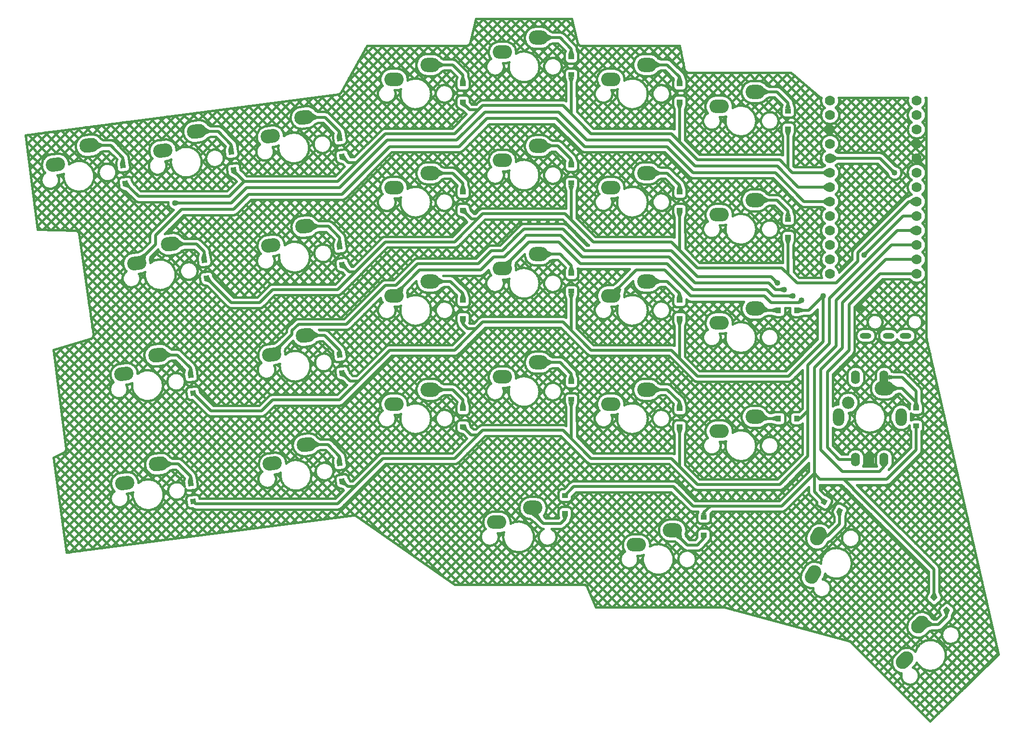
<source format=gbl>
G04 Layer: BottomLayer*
G04 EasyEDA v6.5.23, 2023-04-24 17:17:17*
G04 23e7ac7152a545cbaba16701c0d6254d,351801b383604bb389f78a6fc88bd684,10*
G04 Gerber Generator version 0.2*
G04 Scale: 100 percent, Rotated: No, Reflected: No *
G04 Dimensions in inches *
G04 leading zeros omitted , absolute positions ,3 integer and 6 decimal *
%FSLAX36Y36*%
%MOIN*%

%AMMACRO1*21,1,$1,$2,0,0,$3*%
%AMMACRO2*1,1,$1,$2,$3*1,1,$1,$4,$5*20,1,$1,$2,$3,$4,$5,0*%
%ADD10C,0.0200*%
%ADD11C,0.0150*%
%ADD12MACRO1,0.0374X0.0354X45.0000*%
%ADD13MACRO1,0.0374X0.0354X59.9999*%
%ADD14MACRO1,0.0374X0.0354X0.0000*%
%ADD15MACRO1,0.0374X0.0354X-90.0000*%
%ADD16MACRO1,0.0374X0.0354X-172.4999*%
%ADD17MACRO2,0.0945X-0.0098X-0.017X0.0098X0.017*%
%ADD18MACRO2,0.0984X-0.0089X-0.0153X0.0089X0.0153*%
%ADD19O,0.133858X0.094488*%
%ADD20O,0.133858X0.098425*%
%ADD21MACRO2,0.0984X-0.0176X-0.0023X0.0176X0.0023*%
%ADD22MACRO2,0.0945X-0.0195X-0.0026X0.0195X0.0026*%
%ADD23MACRO2,0.0945X-0.0139X-0.0139X0.0139X0.0139*%
%ADD24MACRO2,0.0984X-0.0125X-0.0125X0.0125X0.0125*%
%ADD25C,0.0860*%
%ADD26O,0.07873999999999999X0.039369999999999995*%
%ADD27O,0.06299199999999999X0.094488*%
%ADD28O,0.07873999999999999X0.122047*%
%ADD29C,0.0700*%
%ADD30C,0.0400*%
%ADD31C,0.0168*%

%LPD*%
G36*
X-1000759Y1882780D02*
G01*
X-985759Y1868620D01*
X-965759Y1868620D01*
X-950759Y1882780D01*
G37*
G36*
X-944260Y2504300D02*
G01*
X-944260Y2472800D01*
X-914260Y2478560D01*
X-914260Y2498560D01*
G37*
G36*
X-1326840Y4032500D02*
G01*
X-1326840Y3980000D01*
X-1302360Y3996240D01*
X-1302360Y4016240D01*
G37*
G36*
X-915939Y3931960D02*
G01*
X-930080Y3917799D01*
X-923720Y3904380D01*
X-902500Y3925580D01*
G37*
G36*
X-914080Y2437960D02*
G01*
X-914080Y2387960D01*
X-884080Y2402960D01*
X-884080Y2422960D01*
G37*
G36*
X-763740Y2315620D02*
G01*
X-772460Y2293340D01*
X-735040Y2293340D01*
X-743740Y2315620D01*
G37*
G36*
X-668360Y804440D02*
G01*
X-677020Y755200D01*
X-644900Y764620D01*
X-641380Y784620D01*
G37*
G36*
X-568540Y873960D02*
G01*
X-553740Y843740D01*
X-533740Y843460D01*
X-519159Y873259D01*
G37*
G36*
X-1307160Y1555780D02*
G01*
X-1292460Y1525620D01*
X-1272460Y1525400D01*
X-1266500Y1555340D01*
G37*
G36*
X-1373720Y1413940D02*
G01*
X-1386120Y1365500D01*
X-1373000Y1377140D01*
X-1367240Y1397140D01*
G37*
G36*
X-6208980Y3840940D02*
G01*
X-6242900Y3812100D01*
X-6209680Y3800980D01*
X-6194380Y3813980D01*
G37*
G36*
X-5456160Y3913340D02*
G01*
X-5492900Y3905860D01*
X-5455180Y3882919D01*
X-5431700Y3887720D01*
G37*
G36*
X-4708980Y4028440D02*
G01*
X-4742900Y3999600D01*
X-4709680Y3988480D01*
X-4694380Y4001480D01*
G37*
G36*
X-3158920Y4566420D02*
G01*
X-3149640Y4536420D01*
X-3129640Y4536420D01*
X-3121520Y4566420D01*
G37*
G36*
X-2408920Y4378920D02*
G01*
X-2400060Y4348920D01*
X-2380060Y4348920D01*
X-2371520Y4378920D01*
G37*
G36*
X-6415900Y4119620D02*
G01*
X-6417500Y4069640D01*
X-6387039Y4083680D01*
X-6386400Y4103680D01*
G37*
G36*
X-6232859Y4004500D02*
G01*
X-6252859Y4001880D01*
X-6263720Y3970179D01*
X-6226640Y3975059D01*
G37*
G36*
X-5672320Y4217520D02*
G01*
X-5673900Y4167540D01*
X-5643440Y4181580D01*
X-5642800Y4201580D01*
G37*
G36*
X-5482859Y4098260D02*
G01*
X-5502859Y4095620D01*
X-5513720Y4063940D01*
X-5476640Y4068820D01*
G37*
G36*
X-4928720Y4315420D02*
G01*
X-4930320Y4265440D01*
X-4899860Y4279460D01*
X-4899220Y4299460D01*
G37*
G36*
X-4732860Y4189740D02*
G01*
X-4752860Y4188420D01*
X-4763720Y4157679D01*
X-4726640Y4162559D01*
G37*
G36*
X-4058639Y4678120D02*
G01*
X-4058639Y4628120D01*
X-4028639Y4643120D01*
X-4028639Y4663120D01*
G37*
G36*
X-3900220Y4568360D02*
G01*
X-3908920Y4538360D01*
X-3871520Y4538360D01*
X-3880220Y4568360D01*
G37*
G36*
X-3871520Y4386200D02*
G01*
X-3908920Y4378920D01*
X-3872679Y4355400D01*
X-3849000Y4360020D01*
G37*
G36*
X-3308639Y4865620D02*
G01*
X-3308639Y4815620D01*
X-3278639Y4830620D01*
X-3278639Y4850620D01*
G37*
G36*
X-3150220Y4755860D02*
G01*
X-3158920Y4725860D01*
X-3121520Y4725860D01*
X-3130220Y4755860D01*
G37*
G36*
X-2558640Y4678120D02*
G01*
X-2558640Y4628120D01*
X-2528640Y4643120D01*
X-2528640Y4663120D01*
G37*
G36*
X-2400220Y4567100D02*
G01*
X-2408920Y4538360D01*
X-2371520Y4538360D01*
X-2380220Y4567100D01*
G37*
G36*
X-1808640Y4490620D02*
G01*
X-1808640Y4440620D01*
X-1778640Y4455620D01*
X-1778640Y4475620D01*
G37*
G36*
X-1650220Y4380860D02*
G01*
X-1658920Y4350860D01*
X-1621519Y4350860D01*
X-1630220Y4380860D01*
G37*
G36*
X-5853260Y3437220D02*
G01*
X-5854860Y3387240D01*
X-5824400Y3401280D01*
X-5823760Y3421280D01*
G37*
G36*
X-5670359Y3348260D02*
G01*
X-5690359Y3345620D01*
X-5701220Y3313940D01*
X-5664140Y3318820D01*
G37*
G36*
X-4923780Y3559580D02*
G01*
X-4925380Y3509620D01*
X-4894920Y3523639D01*
X-4894280Y3543639D01*
G37*
G36*
X-4732860Y3442000D02*
G01*
X-4752860Y3439380D01*
X-4763720Y3407679D01*
X-4726640Y3412559D01*
G37*
G36*
X-4058639Y3928120D02*
G01*
X-4058639Y3878120D01*
X-4028639Y3893120D01*
X-4028639Y3913120D01*
G37*
G36*
X-3900220Y3818360D02*
G01*
X-3908920Y3788360D01*
X-3871520Y3788360D01*
X-3880220Y3818360D01*
G37*
G36*
X-3308639Y4115620D02*
G01*
X-3308639Y4065620D01*
X-3278639Y4080620D01*
X-3278639Y4100620D01*
G37*
G36*
X-3150220Y3997100D02*
G01*
X-3158920Y3975860D01*
X-3121520Y3975860D01*
X-3130220Y3997100D01*
G37*
G36*
X-2558640Y3928120D02*
G01*
X-2558640Y3878120D01*
X-2528640Y3893120D01*
X-2528640Y3913120D01*
G37*
G36*
X-2400220Y3817100D02*
G01*
X-2408920Y3788360D01*
X-2371520Y3788360D01*
X-2380220Y3817100D01*
G37*
G36*
X-1808640Y3740620D02*
G01*
X-1808640Y3690620D01*
X-1778640Y3705620D01*
X-1778640Y3725620D01*
G37*
G36*
X-1650220Y3630860D02*
G01*
X-1658920Y3600860D01*
X-1621519Y3600860D01*
X-1630220Y3630860D01*
G37*
G36*
X-5941260Y2669160D02*
G01*
X-5942859Y2619180D01*
X-5912400Y2633220D01*
X-5911760Y2653220D01*
G37*
G36*
X-5764100Y2551380D02*
G01*
X-5784100Y2548760D01*
X-5794960Y2517060D01*
X-5757880Y2521940D01*
G37*
G36*
X-4918840Y2803759D02*
G01*
X-4920440Y2753800D01*
X-4889980Y2767820D01*
X-4889340Y2787820D01*
G37*
G36*
X-4732860Y2674740D02*
G01*
X-4752860Y2673420D01*
X-4763720Y2657679D01*
X-4726640Y2662559D01*
G37*
G36*
X-4058639Y3178120D02*
G01*
X-4058639Y3128120D01*
X-4028639Y3143120D01*
X-4028639Y3163120D01*
G37*
G36*
X-3900220Y3067100D02*
G01*
X-3908920Y3038360D01*
X-3871520Y3038360D01*
X-3880220Y3067100D01*
G37*
G36*
X-3308639Y3365620D02*
G01*
X-3308639Y3315620D01*
X-3278639Y3330620D01*
X-3278639Y3350620D01*
G37*
G36*
X-3150220Y3255860D02*
G01*
X-3158920Y3225860D01*
X-3121520Y3225860D01*
X-3130220Y3255860D01*
G37*
G36*
X-2558640Y3178120D02*
G01*
X-2558640Y3128120D01*
X-2528640Y3143120D01*
X-2528640Y3163120D01*
G37*
G36*
X-2400220Y3067100D02*
G01*
X-2408920Y3038360D01*
X-2371520Y3038360D01*
X-2380220Y3067100D01*
G37*
G36*
X-1723340Y2971820D02*
G01*
X-1753340Y2963140D01*
X-1753340Y2943140D01*
X-1723340Y2934420D01*
G37*
G36*
X-1804960Y2982940D02*
G01*
X-1813580Y2933680D01*
X-1781480Y2943140D01*
X-1777960Y2963140D01*
G37*
G36*
X-5766240Y1770840D02*
G01*
X-5784100Y1769660D01*
X-5794960Y1767060D01*
G37*
G36*
X-5757880Y1771940D02*
G01*
X-5766240Y1770840D01*
X-5764100Y1770980D01*
G37*
G36*
X-5936319Y1913340D02*
G01*
X-5937920Y1863360D01*
X-5907460Y1877400D01*
X-5906820Y1897400D01*
G37*
G36*
X-5764100Y1801380D02*
G01*
X-5784100Y1798760D01*
X-5794960Y1767060D01*
X-5757880Y1771940D01*
G37*
G36*
X-4913880Y2047960D02*
G01*
X-4915480Y1997980D01*
X-4885020Y2012000D01*
X-4884380Y2032000D01*
G37*
G36*
X-4732860Y1924740D02*
G01*
X-4752860Y1923420D01*
X-4763720Y1907680D01*
X-4726640Y1912560D01*
G37*
G36*
X-4913880Y2047960D02*
G01*
X-4915480Y1997980D01*
X-4885020Y2012000D01*
X-4884380Y2032000D01*
G37*
G36*
X-4732860Y1939740D02*
G01*
X-4752860Y1938420D01*
X-4763720Y1907680D01*
X-4726640Y1912560D01*
G37*
G36*
X-4058639Y2428120D02*
G01*
X-4058639Y2378120D01*
X-4028639Y2393120D01*
X-4028639Y2413120D01*
G37*
G36*
X-3900220Y2318360D02*
G01*
X-3908920Y2288360D01*
X-3871520Y2288360D01*
X-3880220Y2318360D01*
G37*
G36*
X-3308639Y2615620D02*
G01*
X-3308639Y2565620D01*
X-3278639Y2580620D01*
X-3278639Y2600620D01*
G37*
G36*
X-3150220Y2505860D02*
G01*
X-3158920Y2475860D01*
X-3121520Y2475860D01*
X-3130220Y2505860D01*
G37*
G36*
X-2558640Y2428120D02*
G01*
X-2558640Y2378120D01*
X-2528640Y2393120D01*
X-2528640Y2413120D01*
G37*
G36*
X-2400220Y2317100D02*
G01*
X-2408920Y2288360D01*
X-2371520Y2288360D01*
X-2380220Y2317100D01*
G37*
G36*
X-1723340Y2221820D02*
G01*
X-1753340Y2213140D01*
X-1753340Y2193140D01*
X-1723340Y2184420D01*
G37*
G36*
X-1804960Y2232940D02*
G01*
X-1813600Y2183680D01*
X-1781480Y2193140D01*
X-1777980Y2213140D01*
G37*
G36*
X-3367960Y1539120D02*
G01*
X-3417740Y1534620D01*
X-3376880Y1504620D01*
X-3348600Y1504620D01*
G37*
G36*
X-3202460Y1527920D02*
G01*
X-3193740Y1505620D01*
X-3173740Y1505620D01*
X-3165040Y1527920D01*
G37*
G36*
X-2377520Y1407000D02*
G01*
X-2418480Y1378300D01*
X-2389100Y1362260D01*
X-2372460Y1373920D01*
G37*
G36*
X-2242460Y1377920D02*
G01*
X-2233760Y1370620D01*
X-2213760Y1370620D01*
X-2205040Y1377920D01*
G37*
G36*
X-5646480Y3184700D02*
G01*
X-5680400Y3155860D01*
X-5647180Y3144720D01*
X-5631880Y3157720D01*
G37*
G36*
X-4708980Y3278440D02*
G01*
X-4742900Y3249600D01*
X-4709680Y3238480D01*
X-4694380Y3251480D01*
G37*
G36*
X-3871520Y3661740D02*
G01*
X-3908920Y3628920D01*
X-3875800Y3618060D01*
X-3860740Y3631280D01*
G37*
G36*
X-3158920Y3816420D02*
G01*
X-3150200Y3786420D01*
X-3130200Y3786420D01*
X-3121520Y3816420D01*
G37*
G36*
X-2408920Y3628920D02*
G01*
X-2399780Y3598920D01*
X-2379780Y3598920D01*
X-2371520Y3628920D01*
G37*
G36*
X-4708980Y2528440D02*
G01*
X-4742900Y2499600D01*
X-4709680Y2488480D01*
X-4694380Y2501480D01*
G37*
G36*
X-3908920Y2878920D02*
G01*
X-3900220Y2857100D01*
X-3880220Y2857100D01*
X-3871520Y2878920D01*
G37*
G36*
X-3158920Y3066420D02*
G01*
X-3150220Y3036420D01*
X-3130220Y3036420D01*
X-3121520Y3066420D01*
G37*
G36*
X-2408920Y2878920D02*
G01*
X-2400220Y2848920D01*
X-2380220Y2848920D01*
X-2371520Y2878920D01*
G37*
G36*
X-4708980Y1778440D02*
G01*
X-4742900Y1749600D01*
X-4709680Y1738480D01*
X-4694380Y1751480D01*
G37*
G36*
X-3871520Y2161740D02*
G01*
X-3908920Y2128920D01*
X-3875800Y2118060D01*
X-3860740Y2131280D01*
G37*
G36*
X-3158920Y2316420D02*
G01*
X-3149860Y2286420D01*
X-3129860Y2286420D01*
X-3121520Y2316420D01*
G37*
G36*
X-2408920Y2128920D02*
G01*
X-2400820Y2098920D01*
X-2380820Y2098920D01*
X-2371520Y2128920D01*
G37*
G36*
X-1373160Y3932500D02*
G01*
X-1397640Y3916240D01*
X-1397640Y3896240D01*
X-1373160Y3880000D01*
G37*
G36*
X-1658920Y4191420D02*
G01*
X-1650140Y4161420D01*
X-1630140Y4161420D01*
X-1621519Y4191420D01*
G37*
G36*
X-1307160Y1555780D02*
G01*
X-1292460Y1525620D01*
X-1272460Y1525400D01*
X-1266500Y1555340D01*
G37*
G36*
X-620480Y994060D02*
G01*
X-640480Y992760D01*
X-656240Y961660D01*
X-606580Y964900D01*
G37*
G36*
X-2233760Y1550620D02*
G01*
X-2242460Y1537360D01*
X-2205040Y1537360D01*
X-2213760Y1550620D01*
G37*
G36*
X-1563899Y2221820D02*
G01*
X-1563899Y2184420D01*
X-1556080Y2193140D01*
X-1556080Y2213140D01*
G37*
G36*
X-773160Y3532500D02*
G01*
X-797640Y3516240D01*
X-797640Y3496240D01*
X-773160Y3480000D01*
G37*
G36*
X-1563899Y2971820D02*
G01*
X-1563899Y2934420D01*
X-1533899Y2943140D01*
X-1533899Y2963140D01*
G37*
G36*
X-1101560Y3361960D02*
G01*
X-1115000Y3355580D01*
X-1093780Y3334380D01*
X-1087420Y3347799D01*
G37*
G36*
X-773160Y3732500D02*
G01*
X-797640Y3716240D01*
X-797640Y3696240D01*
X-773160Y3680000D01*
G37*
G36*
X-1658920Y3441420D02*
G01*
X-1649700Y3411420D01*
X-1629700Y3411420D01*
X-1621519Y3441420D01*
G37*
G36*
X-2807840Y3110680D02*
G01*
X-2839400Y3099380D01*
X-2803279Y3064820D01*
X-2793380Y3096860D01*
G37*
G36*
X-2818840Y3117180D02*
G01*
X-2847740Y3100360D01*
X-2806080Y3072740D01*
X-2801840Y3105920D01*
G37*
G36*
X-1568720Y3021880D02*
G01*
X-1570820Y3012700D01*
X-1556680Y2998560D01*
X-1547500Y3000659D01*
G37*
G36*
X-3568840Y3304680D02*
G01*
X-3597740Y3287860D01*
X-3556080Y3260240D01*
X-3551840Y3293420D01*
G37*
G36*
X-1621980Y3065620D02*
G01*
X-1635980Y3060620D01*
X-1635980Y3040620D01*
X-1621980Y3035620D01*
G37*
G36*
X-4318820Y3117180D02*
G01*
X-4347740Y3100360D01*
X-4306060Y3072720D01*
X-4301820Y3105899D01*
G37*
G36*
X-1681980Y3110620D02*
G01*
X-1695980Y3105620D01*
X-1695980Y3085620D01*
X-1681980Y3080620D01*
G37*
G36*
X-5162800Y2711760D02*
G01*
X-5192220Y2695779D01*
X-5151340Y2667000D01*
X-5146200Y2700080D01*
G37*
G36*
X-1721680Y3162700D02*
G01*
X-1735820Y3148560D01*
X-1733720Y3139380D01*
X-1712500Y3160580D01*
G37*
G36*
X-5870520Y3710620D02*
G01*
X-5870520Y3680620D01*
X-5856520Y3685620D01*
X-5856520Y3705620D01*
G37*
G36*
X-1373160Y3832500D02*
G01*
X-1397640Y3816240D01*
X-1397640Y3796240D01*
X-1373160Y3780000D01*
G37*
G36*
X-6097220Y3345220D02*
G01*
X-6126640Y3329240D01*
X-6085760Y3300460D01*
X-6080620Y3333540D01*
G37*
G36*
X-1373160Y3732500D02*
G01*
X-1397640Y3716240D01*
X-1397640Y3696240D01*
X-1373160Y3680000D01*
G37*
D10*
X-749951Y3306226D02*
G01*
X-963148Y3306226D01*
X-1263750Y3005625D01*
X-1263750Y2690625D01*
X-1413750Y2540625D01*
X-1413750Y1985625D01*
X-1263750Y1835625D01*
X-1008750Y1835625D01*
X-975752Y1868625D01*
X-975752Y1917725D01*
X-1172548Y1917725D02*
G01*
X-1285850Y1917725D01*
X-1368750Y2000625D01*
X-1368750Y2525625D01*
X-1218750Y2675625D01*
X-1218750Y2990625D01*
X-1003148Y3206226D01*
X-749951Y3206226D01*
X-753750Y2275625D02*
G01*
X-753750Y2390625D01*
X-851649Y2488524D01*
X-975752Y2488524D01*
X-974149Y2412925D02*
G01*
X-851050Y2412925D01*
X-753750Y2315625D01*
X-753750Y2275625D01*
X-726948Y774623D02*
G01*
X-599751Y774623D01*
X-543750Y830625D01*
X-542748Y874623D01*
X-1282451Y1563125D02*
G01*
X-1282451Y1471923D01*
X-1367251Y1387123D01*
X-1430448Y1387123D01*
X-5476650Y3925825D02*
G01*
X-5476650Y3918524D01*
X-5403750Y3845625D01*
X-4726650Y4019623D02*
G01*
X-4683550Y3976426D01*
X-4627948Y3976426D01*
X-3140248Y4584126D02*
G01*
X-3139650Y4311525D01*
X-2390248Y4396626D02*
G01*
X-2390048Y4116923D01*
X-6476650Y4093625D02*
G01*
X-6326750Y4093625D01*
X-6242849Y4009724D01*
X-6242849Y3955023D01*
X-5733049Y4191525D02*
G01*
X-5584650Y4191525D01*
X-5492849Y4099724D01*
X-5492849Y4048825D01*
X-4989450Y4289423D02*
G01*
X-4842548Y4289423D01*
X-4742849Y4189724D01*
X-4742849Y4142523D01*
X-4118750Y4653125D02*
G01*
X-3961250Y4653125D01*
X-3890248Y4582123D01*
X-3890248Y4520625D01*
X-3890219Y4396626D02*
G01*
X-3890219Y4387094D01*
X-3843750Y4340625D01*
X-3786475Y4340625D01*
X-3368750Y4840625D02*
G01*
X-3218750Y4840625D01*
X-3140248Y4762123D01*
X-3140248Y4708125D01*
X-2618750Y4653125D02*
G01*
X-2476250Y4653125D01*
X-2390248Y4567123D01*
X-2390248Y4520625D01*
X-1868750Y4465625D02*
G01*
X-1718750Y4465625D01*
X-1640248Y4387123D01*
X-1640248Y4333125D01*
X-5913950Y3411226D02*
G01*
X-5734351Y3411226D01*
X-5680349Y3357224D01*
X-5680349Y3298825D01*
X-4984551Y3533625D02*
G01*
X-4821750Y3533625D01*
X-4742849Y3454724D01*
X-4742849Y3392523D01*
X-4118750Y3903125D02*
G01*
X-3961250Y3903125D01*
X-3890248Y3832123D01*
X-3890248Y3770625D01*
X-3368750Y4090625D02*
G01*
X-3233750Y4090625D01*
X-3140248Y3997123D01*
X-3140248Y3958125D01*
X-2618750Y3903125D02*
G01*
X-2476250Y3903125D01*
X-2390248Y3817123D01*
X-2390248Y3770625D01*
X-1868750Y3715625D02*
G01*
X-1718750Y3715625D01*
X-1640248Y3637123D01*
X-1640248Y3583125D01*
X-6001950Y2643225D02*
G01*
X-5866350Y2643225D01*
X-5774150Y2551024D01*
X-5774150Y2501923D01*
X-4979551Y2777824D02*
G01*
X-4845949Y2777824D01*
X-4742849Y2674724D01*
X-4742849Y2642523D01*
X-4118750Y3153125D02*
G01*
X-3976250Y3153125D01*
X-3890248Y3067123D01*
X-3890248Y3020625D01*
X-3368750Y3340625D02*
G01*
X-3218750Y3340625D01*
X-3140248Y3262123D01*
X-3140248Y3208125D01*
X-2618750Y3153125D02*
G01*
X-2476250Y3153125D01*
X-2390248Y3067123D01*
X-2390248Y3020625D01*
X-1868750Y2965625D02*
G01*
X-1856250Y2953125D01*
X-1705648Y2953125D01*
X-5997051Y1887424D02*
G01*
X-5860549Y1887424D01*
X-5774150Y1801024D01*
X-5774150Y1751923D01*
X-4974650Y2022024D02*
G01*
X-4825149Y2022024D01*
X-4742849Y1939724D01*
X-4742849Y1892523D01*
X-4118750Y2403125D02*
G01*
X-3961250Y2403125D01*
X-3890248Y2332123D01*
X-3890248Y2270625D01*
X-3368750Y2590625D02*
G01*
X-3218750Y2590625D01*
X-3140248Y2512123D01*
X-3140248Y2458125D01*
X-2618750Y2403125D02*
G01*
X-2476250Y2403125D01*
X-2390248Y2317123D01*
X-2390248Y2270625D01*
X-1868750Y2215625D02*
G01*
X-1856250Y2203125D01*
X-1705648Y2203125D01*
X-3406250Y1583825D02*
G01*
X-3406250Y1548125D01*
X-3333750Y1475625D01*
X-3213750Y1475625D01*
X-3183750Y1505625D01*
X-3183750Y1545625D01*
X-2440048Y1427323D02*
G01*
X-2338350Y1325625D01*
X-2268750Y1325625D01*
X-2223750Y1370625D01*
X-2223750Y1395625D01*
X-4726650Y3269623D02*
G01*
X-4675850Y3218825D01*
X-4635549Y3218825D01*
X-3890248Y3646626D02*
G01*
X-3829149Y3585524D01*
X-3788850Y3585524D01*
X-3140248Y3834126D02*
G01*
X-3140248Y3577123D01*
X-2390248Y3646626D02*
G01*
X-2389751Y3366626D01*
X-4726650Y2519623D02*
G01*
X-4669450Y2462323D01*
X-4612051Y2462323D01*
X-3890219Y2896626D02*
G01*
X-3890219Y2857094D01*
X-3858750Y2825625D01*
X-3798975Y2825625D01*
X-3140248Y3084126D02*
G01*
X-3140248Y2816226D01*
X-2390248Y2896626D02*
G01*
X-2390248Y2623425D01*
X-4726650Y1769623D02*
G01*
X-4687849Y1730824D01*
X-4638550Y1730824D01*
X-3890248Y2146626D02*
G01*
X-3833350Y2089823D01*
X-3784551Y2089823D01*
X-3140248Y2334126D02*
G01*
X-3139850Y2061725D01*
X-2390248Y2146626D02*
G01*
X-2390850Y1867725D01*
X-1640248Y4209126D02*
G01*
X-1640149Y3937024D01*
X-2223750Y1519623D02*
G01*
X-2223750Y1550625D01*
X-2178750Y1595625D01*
X-1581649Y2203125D02*
G01*
X-1556050Y2203125D01*
X-1503750Y2255425D01*
X-5757948Y1629025D02*
G01*
X-5739551Y1610625D01*
X-4758750Y1610625D01*
X-4443750Y1925625D01*
X-3948750Y1925625D01*
X-3753750Y2120625D01*
X-3198750Y2120625D01*
X-3003750Y1925625D01*
X-2448750Y1925625D01*
X-2268750Y1745625D01*
X-1698750Y1745625D01*
X-1503750Y1940625D01*
X-1503750Y2570625D01*
X-1353750Y2720625D01*
X-1353750Y3035625D01*
X-883130Y3506244D01*
X-750000Y3506244D01*
X-1581649Y2953125D02*
G01*
X-1496250Y2953125D01*
X-1398750Y3050625D01*
X-5757948Y2379025D02*
G01*
X-5634551Y2255625D01*
X-5283750Y2255625D01*
X-5208750Y2330625D01*
X-4743750Y2330625D01*
X-4398750Y2675625D01*
X-3948750Y2675625D01*
X-3753750Y2870625D01*
X-3198750Y2870625D01*
X-3003750Y2675625D01*
X-2448750Y2675625D01*
X-2268750Y2495625D01*
X-1638750Y2495625D01*
X-1398750Y2735625D01*
X-1398750Y3050625D01*
X-6226669Y3832114D02*
G01*
X-6135180Y3740625D01*
X-5508750Y3740625D01*
X-5403750Y3845625D01*
X-4758750Y3845625D01*
X-4428750Y4175625D01*
X-3948750Y4175625D01*
X-3753750Y4370625D01*
X-3198750Y4370625D01*
X-3003750Y4175625D01*
X-2448750Y4175625D01*
X-2268750Y3995625D01*
X-1698750Y3995625D01*
X-1609369Y3906244D01*
X-1350000Y3906244D01*
X-1350000Y4006244D02*
G01*
X-1004369Y4006244D01*
X-903750Y3905625D01*
X-1113750Y3335625D02*
G01*
X-843130Y3606244D01*
X-750000Y3606244D01*
X-5664169Y3175864D02*
G01*
X-5493930Y3005625D01*
X-5298750Y3005625D01*
X-5208750Y3095625D01*
X-4758750Y3095625D01*
X-4428750Y3425625D01*
X-3948750Y3425625D01*
X-3753750Y3620625D01*
X-3183750Y3620625D01*
X-2988750Y3425625D01*
X-2448750Y3425625D01*
X-2268750Y3245625D01*
X-1683750Y3245625D01*
X-1578750Y3140625D01*
X-1308750Y3140625D01*
X-1158750Y3290625D01*
X-1158750Y3350625D01*
X-803130Y3706244D01*
X-750000Y3706244D01*
X-1640248Y3459126D02*
G01*
X-1639650Y3201525D01*
X-2868750Y3053125D02*
G01*
X-2691250Y3230625D01*
X-2493750Y3230625D01*
X-2313750Y3050625D01*
X-1803750Y3050625D01*
X-1758750Y3005625D01*
X-1563750Y3005625D01*
X-1548750Y3020625D01*
X-3618750Y3240635D02*
G01*
X-3433760Y3425625D01*
X-3363750Y3425625D01*
X-3228750Y3425625D01*
X-3093750Y3290625D01*
X-3078750Y3275625D01*
X-2523750Y3275625D01*
X-2478750Y3275625D01*
X-2298750Y3095625D01*
X-1818750Y3095625D01*
X-1788750Y3095625D01*
X-1743750Y3050625D01*
X-1608750Y3050625D01*
X-4368739Y3053125D02*
G01*
X-4191239Y3230625D01*
X-4113750Y3230625D01*
X-3768750Y3230625D01*
X-3678750Y3320625D01*
X-3603750Y3320625D01*
X-3468750Y3455625D01*
X-3453750Y3470625D01*
X-3243750Y3470625D01*
X-3213750Y3470625D01*
X-3078750Y3335625D01*
X-3063750Y3320625D01*
X-2673750Y3320625D01*
X-2463750Y3320625D01*
X-2373750Y3230625D01*
X-2283750Y3140625D01*
X-2133750Y3140625D01*
X-1803750Y3140625D01*
X-1773750Y3140625D01*
X-1743750Y3110625D01*
X-1728750Y3095625D01*
X-1668750Y3095625D01*
X-5214369Y2646044D02*
G01*
X-5073750Y2786664D01*
X-5073750Y2810625D01*
X-5028750Y2855625D01*
X-4878750Y2855625D01*
X-4698750Y2855625D01*
X-4428750Y3125625D01*
X-4368750Y3125625D01*
X-4353750Y3125625D01*
X-4218750Y3260625D01*
X-4203750Y3275625D01*
X-3828750Y3275625D01*
X-3783750Y3275625D01*
X-3723750Y3335625D01*
X-3693750Y3365625D01*
X-3633750Y3365625D01*
X-3618750Y3365625D01*
X-3513750Y3470625D01*
X-3468750Y3515625D01*
X-3393750Y3515625D01*
X-3198750Y3515625D01*
X-3078750Y3395625D01*
X-3048750Y3365625D01*
X-2568750Y3365625D01*
X-2448750Y3365625D01*
X-2343750Y3260625D01*
X-2268750Y3185625D01*
X-1998750Y3185625D01*
X-1758750Y3185625D01*
X-1728750Y3155625D01*
X-1713750Y3140625D01*
X-5883750Y3695625D02*
G01*
X-5493750Y3695625D01*
X-5388750Y3800625D01*
X-4743750Y3800625D01*
X-4413750Y4130625D01*
X-3933750Y4130625D01*
X-3738750Y4325625D01*
X-3228750Y4325625D01*
X-3033750Y4130625D01*
X-2463750Y4130625D01*
X-2283750Y3950625D01*
X-1713750Y3950625D01*
X-1569369Y3806244D01*
X-1350000Y3806244D01*
X-6148798Y3279504D02*
G01*
X-6018750Y3409555D01*
X-6018750Y3470625D01*
X-5838750Y3650625D01*
X-5478750Y3650625D01*
X-5373750Y3755625D01*
X-4728750Y3755625D01*
X-4398750Y4085625D01*
X-3918750Y4085625D01*
X-3723750Y4280625D01*
X-3243750Y4280625D01*
X-3048750Y4085625D01*
X-2478750Y4085625D01*
X-2298750Y3905625D01*
X-1728750Y3905625D01*
X-1529369Y3706244D01*
X-1350000Y3706244D01*
X-630448Y962323D02*
G01*
X-630448Y1157024D01*
X-1189047Y1715625D01*
X-1188750Y1715625D02*
G01*
X-1254351Y1781226D01*
X-1259648Y1781226D01*
X-753750Y2151626D02*
G01*
X-753750Y1985625D01*
X-958148Y1781226D01*
X-1419351Y1781226D01*
X-1458750Y1820625D01*
X-1458750Y1825241D01*
X-1389848Y1625124D02*
G01*
X-1458750Y1694025D01*
X-1458750Y1805023D01*
X-1458750Y1790625D02*
G01*
X-1458750Y2555625D01*
X-1308750Y2705625D01*
X-1308750Y3020625D01*
X-923130Y3406244D01*
X-750000Y3406244D01*
X-1458750Y1820625D02*
G01*
X-1683750Y1595625D01*
X-1697944Y1595625D01*
X-3183750Y1669623D02*
G01*
X-3122748Y1730625D01*
X-2433750Y1730625D01*
X-2298750Y1595625D01*
X-1683750Y1595625D01*
D11*
X-6632491Y1274263D02*
G01*
X-6723480Y1932178D01*
X-6723480Y1932178D02*
G01*
X-6651317Y1968259D01*
X-6651317Y1968259D02*
G01*
X-6648458Y1969912D01*
X-6648458Y1969912D02*
G01*
X-6647464Y1970602D01*
X-6647464Y1970602D02*
G01*
X-6644917Y1972702D01*
X-6644917Y1972702D02*
G01*
X-6644050Y1973547D01*
X-6644050Y1973547D02*
G01*
X-6641883Y1976038D01*
X-6641883Y1976038D02*
G01*
X-6641167Y1977013D01*
X-6641167Y1977013D02*
G01*
X-6639167Y1980338D01*
X-6639167Y1980338D02*
G01*
X-6637792Y1983339D01*
X-6637792Y1983339D02*
G01*
X-6637380Y1984477D01*
X-6637380Y1984477D02*
G01*
X-6636518Y1987665D01*
X-6636518Y1987665D02*
G01*
X-6636300Y1988855D01*
X-6636300Y1988855D02*
G01*
X-6635974Y1992141D01*
X-6635974Y1992141D02*
G01*
X-6635954Y1993350D01*
X-6635954Y1993350D02*
G01*
X-6636173Y1996645D01*
X-6636173Y1996645D02*
G01*
X-6723182Y2678210D01*
X-6723182Y2678210D02*
G01*
X-6468327Y2753977D01*
X-6468327Y2753977D02*
G01*
X-6467056Y2754389D01*
X-6467056Y2754389D02*
G01*
X-6464126Y2755615D01*
X-6464126Y2755615D02*
G01*
X-6462940Y2756230D01*
X-6462940Y2756230D02*
G01*
X-6460252Y2757921D01*
X-6460252Y2757921D02*
G01*
X-6459183Y2758724D01*
X-6459183Y2758724D02*
G01*
X-6456810Y2760834D01*
X-6456810Y2760834D02*
G01*
X-6455888Y2761801D01*
X-6455888Y2761801D02*
G01*
X-6453895Y2764273D01*
X-6453895Y2764273D02*
G01*
X-6452097Y2767070D01*
X-6452097Y2767070D02*
G01*
X-6450675Y2769909D01*
X-6450675Y2769909D02*
G01*
X-6450177Y2771149D01*
X-6450177Y2771149D02*
G01*
X-6449242Y2774184D01*
X-6449242Y2774184D02*
G01*
X-6448955Y2775489D01*
X-6448955Y2775489D02*
G01*
X-6448532Y2778636D01*
X-6448532Y2778636D02*
G01*
X-6448464Y2779971D01*
X-6448464Y2779971D02*
G01*
X-6448565Y2783145D01*
X-6448565Y2783145D02*
G01*
X-6448717Y2784473D01*
X-6448717Y2784473D02*
G01*
X-6546217Y3481973D01*
X-6546217Y3481973D02*
G01*
X-6547208Y3486372D01*
X-6547208Y3486372D02*
G01*
X-6548909Y3490547D01*
X-6548909Y3490547D02*
G01*
X-6551275Y3494386D01*
X-6551275Y3494386D02*
G01*
X-6554240Y3497783D01*
X-6554240Y3497783D02*
G01*
X-6556407Y3499719D01*
X-6556407Y3499719D02*
G01*
X-6559148Y3501700D01*
X-6559148Y3501700D02*
G01*
X-6563145Y3503786D01*
X-6563145Y3503786D02*
G01*
X-6567431Y3505186D01*
X-6567431Y3505186D02*
G01*
X-6571889Y3505862D01*
X-6571889Y3505862D02*
G01*
X-6573018Y3505915D01*
X-6573018Y3505915D02*
G01*
X-6834192Y3512788D01*
X-6834192Y3512788D02*
G01*
X-6917662Y4166636D01*
X-6917662Y4166636D02*
G01*
X-4755162Y4448057D01*
X-4755162Y4448057D02*
G01*
X-4751512Y4448788D01*
X-4751512Y4448788D02*
G01*
X-4747275Y4450328D01*
X-4747275Y4450328D02*
G01*
X-4742702Y4452997D01*
X-4742702Y4452997D02*
G01*
X-4739467Y4455629D01*
X-4739467Y4455629D02*
G01*
X-4736956Y4458377D01*
X-4736956Y4458377D02*
G01*
X-4734448Y4462124D01*
X-4734448Y4462124D02*
G01*
X-4554892Y4785324D01*
X-4554892Y4785324D02*
G01*
X-3866250Y4785324D01*
X-3866250Y4785324D02*
G01*
X-3861588Y4785725D01*
X-3861588Y4785725D02*
G01*
X-3857224Y4786860D01*
X-3857224Y4786860D02*
G01*
X-3853107Y4788696D01*
X-3853107Y4788696D02*
G01*
X-3849347Y4791186D01*
X-3849347Y4791186D02*
G01*
X-3845449Y4794770D01*
X-3845449Y4794770D02*
G01*
X-3842724Y4798362D01*
X-3842724Y4798362D02*
G01*
X-3840628Y4802354D01*
X-3840628Y4802354D02*
G01*
X-3839217Y4806637D01*
X-3839217Y4806637D02*
G01*
X-3799332Y4972824D01*
X-3799332Y4972824D02*
G01*
X-3138167Y4972824D01*
X-3138167Y4972824D02*
G01*
X-3098282Y4806637D01*
X-3098282Y4806637D02*
G01*
X-3096804Y4802198D01*
X-3096804Y4802198D02*
G01*
X-3094683Y4798219D01*
X-3094683Y4798219D02*
G01*
X-3091936Y4794644D01*
X-3091936Y4794644D02*
G01*
X-3088638Y4791569D01*
X-3088638Y4791569D02*
G01*
X-3084243Y4788615D01*
X-3084243Y4788615D02*
G01*
X-3080114Y4786804D01*
X-3080114Y4786804D02*
G01*
X-3075743Y4785697D01*
X-3075743Y4785697D02*
G01*
X-3071250Y4785324D01*
X-3071250Y4785324D02*
G01*
X-2389040Y4785324D01*
X-2389040Y4785324D02*
G01*
X-2356010Y4620173D01*
X-2356010Y4620173D02*
G01*
X-2354763Y4615839D01*
X-2354763Y4615839D02*
G01*
X-2352821Y4611770D01*
X-2352821Y4611770D02*
G01*
X-2350235Y4608077D01*
X-2350235Y4608077D02*
G01*
X-2347076Y4604859D01*
X-2347076Y4604859D02*
G01*
X-2345518Y4603581D01*
X-2345518Y4603581D02*
G01*
X-2342346Y4601451D01*
X-2342346Y4601451D02*
G01*
X-2338265Y4599536D01*
X-2338265Y4599536D02*
G01*
X-2333923Y4598319D01*
X-2333923Y4598319D02*
G01*
X-2329441Y4597833D01*
X-2329441Y4597833D02*
G01*
X-2328750Y4597824D01*
X-2328750Y4597824D02*
G01*
X-1618985Y4597824D01*
X-1618985Y4597824D02*
G01*
X-1424277Y4431962D01*
X-1424277Y4431962D02*
G01*
X-1420615Y4429331D01*
X-1420615Y4429331D02*
G01*
X-1416570Y4427340D01*
X-1416570Y4427340D02*
G01*
X-1415114Y4426804D01*
X-1415114Y4426804D02*
G01*
X-1410743Y4425697D01*
X-1410743Y4425697D02*
G01*
X-1409673Y4425608D01*
X-1409673Y4425608D02*
G01*
X-1411224Y4420222D01*
X-1411224Y4420222D02*
G01*
X-1412404Y4413279D01*
X-1412404Y4413279D02*
G01*
X-1412799Y4406248D01*
X-1412799Y4406248D02*
G01*
X-1412404Y4399217D01*
X-1412404Y4399217D02*
G01*
X-1411224Y4392274D01*
X-1411224Y4392274D02*
G01*
X-1409275Y4385506D01*
X-1409275Y4385506D02*
G01*
X-1406580Y4379000D01*
X-1406580Y4379000D02*
G01*
X-1403173Y4372836D01*
X-1403173Y4372836D02*
G01*
X-1399098Y4367093D01*
X-1399098Y4367093D02*
G01*
X-1394405Y4361842D01*
X-1394405Y4361842D02*
G01*
X-1389154Y4357149D01*
X-1389154Y4357149D02*
G01*
X-1387884Y4356248D01*
X-1387884Y4356248D02*
G01*
X-1389154Y4355347D01*
X-1389154Y4355347D02*
G01*
X-1394405Y4350654D01*
X-1394405Y4350654D02*
G01*
X-1399097Y4345403D01*
X-1399097Y4345403D02*
G01*
X-1403173Y4339660D01*
X-1403173Y4339660D02*
G01*
X-1406579Y4333496D01*
X-1406579Y4333496D02*
G01*
X-1409274Y4326990D01*
X-1409274Y4326990D02*
G01*
X-1411224Y4320222D01*
X-1411224Y4320222D02*
G01*
X-1412404Y4313279D01*
X-1412404Y4313279D02*
G01*
X-1412799Y4306248D01*
X-1412799Y4306248D02*
G01*
X-1412404Y4299217D01*
X-1412404Y4299217D02*
G01*
X-1411224Y4292274D01*
X-1411224Y4292274D02*
G01*
X-1409274Y4285506D01*
X-1409274Y4285506D02*
G01*
X-1406579Y4279000D01*
X-1406579Y4279000D02*
G01*
X-1403173Y4272836D01*
X-1403173Y4272836D02*
G01*
X-1399097Y4267093D01*
X-1399097Y4267093D02*
G01*
X-1394405Y4261842D01*
X-1394405Y4261842D02*
G01*
X-1389154Y4257149D01*
X-1389154Y4257149D02*
G01*
X-1383410Y4253074D01*
X-1383410Y4253074D02*
G01*
X-1377246Y4249667D01*
X-1377246Y4249667D02*
G01*
X-1370740Y4246972D01*
X-1370740Y4246972D02*
G01*
X-1363973Y4245023D01*
X-1363973Y4245023D02*
G01*
X-1357030Y4243843D01*
X-1357030Y4243843D02*
G01*
X-1349998Y4243448D01*
X-1349998Y4243448D02*
G01*
X-1342967Y4243843D01*
X-1342967Y4243843D02*
G01*
X-1336024Y4245023D01*
X-1336024Y4245023D02*
G01*
X-1329257Y4246972D01*
X-1329257Y4246972D02*
G01*
X-1322751Y4249667D01*
X-1322751Y4249667D02*
G01*
X-1316587Y4253074D01*
X-1316587Y4253074D02*
G01*
X-1310843Y4257149D01*
X-1310843Y4257149D02*
G01*
X-1305592Y4261842D01*
X-1305592Y4261842D02*
G01*
X-1300900Y4267093D01*
X-1300900Y4267093D02*
G01*
X-1296824Y4272836D01*
X-1296824Y4272836D02*
G01*
X-1293418Y4279000D01*
X-1293418Y4279000D02*
G01*
X-1290723Y4285506D01*
X-1290723Y4285506D02*
G01*
X-1288773Y4292274D01*
X-1288773Y4292274D02*
G01*
X-1287593Y4299217D01*
X-1287593Y4299217D02*
G01*
X-1287199Y4306248D01*
X-1287199Y4306248D02*
G01*
X-1287593Y4313279D01*
X-1287593Y4313279D02*
G01*
X-1288773Y4320222D01*
X-1288773Y4320222D02*
G01*
X-1290723Y4326990D01*
X-1290723Y4326990D02*
G01*
X-1293418Y4333496D01*
X-1293418Y4333496D02*
G01*
X-1296824Y4339660D01*
X-1296824Y4339660D02*
G01*
X-1300900Y4345403D01*
X-1300900Y4345403D02*
G01*
X-1305592Y4350654D01*
X-1305592Y4350654D02*
G01*
X-1310843Y4355347D01*
X-1310843Y4355347D02*
G01*
X-1312113Y4356248D01*
X-1312113Y4356248D02*
G01*
X-1310844Y4357149D01*
X-1310844Y4357149D02*
G01*
X-1305593Y4361842D01*
X-1305593Y4361842D02*
G01*
X-1300900Y4367093D01*
X-1300900Y4367093D02*
G01*
X-1296825Y4372836D01*
X-1296825Y4372836D02*
G01*
X-1293418Y4379000D01*
X-1293418Y4379000D02*
G01*
X-1290723Y4385506D01*
X-1290723Y4385506D02*
G01*
X-1288773Y4392274D01*
X-1288773Y4392274D02*
G01*
X-1287594Y4399217D01*
X-1287594Y4399217D02*
G01*
X-1287199Y4406248D01*
X-1287199Y4406248D02*
G01*
X-1287594Y4413279D01*
X-1287594Y4413279D02*
G01*
X-1288773Y4420222D01*
X-1288773Y4420222D02*
G01*
X-1290243Y4425324D01*
X-1290243Y4425324D02*
G01*
X-809754Y4425324D01*
X-809754Y4425324D02*
G01*
X-811224Y4420222D01*
X-811224Y4420222D02*
G01*
X-812404Y4413279D01*
X-812404Y4413279D02*
G01*
X-812799Y4406248D01*
X-812799Y4406248D02*
G01*
X-812404Y4399216D01*
X-812404Y4399216D02*
G01*
X-811224Y4392273D01*
X-811224Y4392273D02*
G01*
X-809275Y4385506D01*
X-809275Y4385506D02*
G01*
X-806580Y4379000D01*
X-806580Y4379000D02*
G01*
X-803173Y4372836D01*
X-803173Y4372836D02*
G01*
X-799098Y4367092D01*
X-799098Y4367092D02*
G01*
X-794405Y4361841D01*
X-794405Y4361841D02*
G01*
X-789154Y4357148D01*
X-789154Y4357148D02*
G01*
X-787884Y4356248D01*
X-787884Y4356248D02*
G01*
X-789154Y4355347D01*
X-789154Y4355347D02*
G01*
X-794405Y4350654D01*
X-794405Y4350654D02*
G01*
X-799098Y4345403D01*
X-799098Y4345403D02*
G01*
X-803173Y4339659D01*
X-803173Y4339659D02*
G01*
X-806580Y4333495D01*
X-806580Y4333495D02*
G01*
X-809275Y4326989D01*
X-809275Y4326989D02*
G01*
X-811224Y4320222D01*
X-811224Y4320222D02*
G01*
X-812404Y4313279D01*
X-812404Y4313279D02*
G01*
X-812799Y4306248D01*
X-812799Y4306248D02*
G01*
X-812404Y4299216D01*
X-812404Y4299216D02*
G01*
X-811224Y4292273D01*
X-811224Y4292273D02*
G01*
X-809275Y4285506D01*
X-809275Y4285506D02*
G01*
X-806580Y4279000D01*
X-806580Y4279000D02*
G01*
X-803173Y4272836D01*
X-803173Y4272836D02*
G01*
X-799098Y4267092D01*
X-799098Y4267092D02*
G01*
X-794405Y4261841D01*
X-794405Y4261841D02*
G01*
X-789154Y4257148D01*
X-789154Y4257148D02*
G01*
X-787885Y4256248D01*
X-787885Y4256248D02*
G01*
X-789155Y4255347D01*
X-789155Y4255347D02*
G01*
X-794406Y4250654D01*
X-794406Y4250654D02*
G01*
X-799099Y4245403D01*
X-799099Y4245403D02*
G01*
X-803174Y4239659D01*
X-803174Y4239659D02*
G01*
X-806580Y4233495D01*
X-806580Y4233495D02*
G01*
X-809275Y4226989D01*
X-809275Y4226989D02*
G01*
X-811225Y4220222D01*
X-811225Y4220222D02*
G01*
X-812405Y4213279D01*
X-812405Y4213279D02*
G01*
X-812800Y4206248D01*
X-812800Y4206248D02*
G01*
X-812405Y4199216D01*
X-812405Y4199216D02*
G01*
X-811225Y4192273D01*
X-811225Y4192273D02*
G01*
X-809275Y4185506D01*
X-809275Y4185506D02*
G01*
X-806580Y4179000D01*
X-806580Y4179000D02*
G01*
X-803174Y4172836D01*
X-803174Y4172836D02*
G01*
X-799099Y4167092D01*
X-799099Y4167092D02*
G01*
X-794406Y4161841D01*
X-794406Y4161841D02*
G01*
X-789155Y4157148D01*
X-789155Y4157148D02*
G01*
X-783411Y4153073D01*
X-783411Y4153073D02*
G01*
X-777247Y4149667D01*
X-777247Y4149667D02*
G01*
X-770741Y4146972D01*
X-770741Y4146972D02*
G01*
X-763974Y4145022D01*
X-763974Y4145022D02*
G01*
X-757031Y4143842D01*
X-757031Y4143842D02*
G01*
X-750000Y4143447D01*
X-750000Y4143447D02*
G01*
X-742968Y4143842D01*
X-742968Y4143842D02*
G01*
X-736025Y4145022D01*
X-736025Y4145022D02*
G01*
X-729258Y4146972D01*
X-729258Y4146972D02*
G01*
X-722752Y4149667D01*
X-722752Y4149667D02*
G01*
X-716588Y4153073D01*
X-716588Y4153073D02*
G01*
X-710844Y4157148D01*
X-710844Y4157148D02*
G01*
X-705593Y4161841D01*
X-705593Y4161841D02*
G01*
X-700900Y4167092D01*
X-700900Y4167092D02*
G01*
X-696825Y4172836D01*
X-696825Y4172836D02*
G01*
X-693419Y4179000D01*
X-693419Y4179000D02*
G01*
X-690724Y4185506D01*
X-690724Y4185506D02*
G01*
X-688774Y4192273D01*
X-688774Y4192273D02*
G01*
X-687594Y4199216D01*
X-687594Y4199216D02*
G01*
X-687199Y4206248D01*
X-687199Y4206248D02*
G01*
X-687594Y4213279D01*
X-687594Y4213279D02*
G01*
X-688774Y4220222D01*
X-688774Y4220222D02*
G01*
X-690724Y4226989D01*
X-690724Y4226989D02*
G01*
X-693419Y4233495D01*
X-693419Y4233495D02*
G01*
X-696825Y4239659D01*
X-696825Y4239659D02*
G01*
X-700900Y4245403D01*
X-700900Y4245403D02*
G01*
X-705593Y4250654D01*
X-705593Y4250654D02*
G01*
X-710844Y4255347D01*
X-710844Y4255347D02*
G01*
X-712114Y4256247D01*
X-712114Y4256247D02*
G01*
X-710844Y4257148D01*
X-710844Y4257148D02*
G01*
X-705593Y4261841D01*
X-705593Y4261841D02*
G01*
X-700900Y4267092D01*
X-700900Y4267092D02*
G01*
X-696825Y4272836D01*
X-696825Y4272836D02*
G01*
X-693418Y4279000D01*
X-693418Y4279000D02*
G01*
X-690723Y4285506D01*
X-690723Y4285506D02*
G01*
X-688773Y4292273D01*
X-688773Y4292273D02*
G01*
X-687594Y4299216D01*
X-687594Y4299216D02*
G01*
X-687199Y4306248D01*
X-687199Y4306248D02*
G01*
X-687594Y4313279D01*
X-687594Y4313279D02*
G01*
X-688773Y4320222D01*
X-688773Y4320222D02*
G01*
X-690723Y4326989D01*
X-690723Y4326989D02*
G01*
X-693418Y4333495D01*
X-693418Y4333495D02*
G01*
X-696825Y4339659D01*
X-696825Y4339659D02*
G01*
X-700900Y4345403D01*
X-700900Y4345403D02*
G01*
X-705593Y4350654D01*
X-705593Y4350654D02*
G01*
X-710844Y4355347D01*
X-710844Y4355347D02*
G01*
X-712114Y4356248D01*
X-712114Y4356248D02*
G01*
X-710844Y4357148D01*
X-710844Y4357148D02*
G01*
X-705593Y4361841D01*
X-705593Y4361841D02*
G01*
X-700900Y4367092D01*
X-700900Y4367092D02*
G01*
X-696825Y4372836D01*
X-696825Y4372836D02*
G01*
X-693418Y4379000D01*
X-693418Y4379000D02*
G01*
X-690723Y4385506D01*
X-690723Y4385506D02*
G01*
X-688773Y4392273D01*
X-688773Y4392273D02*
G01*
X-687594Y4399216D01*
X-687594Y4399216D02*
G01*
X-687199Y4406248D01*
X-687199Y4406248D02*
G01*
X-687594Y4413279D01*
X-687594Y4413279D02*
G01*
X-688773Y4420222D01*
X-688773Y4420222D02*
G01*
X-690244Y4425324D01*
X-690244Y4425324D02*
G01*
X-684050Y4425324D01*
X-684050Y4425324D02*
G01*
X-684050Y2765625D01*
X-684050Y2765625D02*
G01*
X-683866Y2762461D01*
X-683866Y2762461D02*
G01*
X-683355Y2759448D01*
X-683355Y2759448D02*
G01*
X-184297Y569555D01*
X-184297Y569555D02*
G01*
X-656102Y104792D01*
X-656102Y104792D02*
G01*
X-1206592Y655282D01*
X-1206592Y655282D02*
G01*
X-1208525Y657038D01*
X-1208525Y657038D02*
G01*
X-1210840Y658731D01*
X-1210840Y658731D02*
G01*
X-1212452Y659740D01*
X-1212452Y659740D02*
G01*
X-1214772Y660937D01*
X-1214772Y660937D02*
G01*
X-1216528Y661667D01*
X-1216528Y661667D02*
G01*
X-1219014Y662466D01*
X-1219014Y662466D02*
G01*
X-2081514Y894966D01*
X-2081514Y894966D02*
G01*
X-2085166Y895688D01*
X-2085166Y895688D02*
G01*
X-2088750Y895925D01*
X-2088750Y895925D02*
G01*
X-2970418Y895925D01*
X-2970418Y895925D02*
G01*
X-3030697Y1036576D01*
X-3030697Y1036576D02*
G01*
X-3031725Y1038713D01*
X-3031725Y1038713D02*
G01*
X-3032809Y1040559D01*
X-3032809Y1040559D02*
G01*
X-3034176Y1042498D01*
X-3034176Y1042498D02*
G01*
X-3035549Y1044140D01*
X-3035549Y1044140D02*
G01*
X-3037215Y1045828D01*
X-3037215Y1045828D02*
G01*
X-3040761Y1048613D01*
X-3040761Y1048613D02*
G01*
X-3043256Y1050134D01*
X-3043256Y1050134D02*
G01*
X-3045177Y1051078D01*
X-3045177Y1051078D02*
G01*
X-3047385Y1051945D01*
X-3047385Y1051945D02*
G01*
X-3049436Y1052561D01*
X-3049436Y1052561D02*
G01*
X-3051756Y1053052D01*
X-3051756Y1053052D02*
G01*
X-3053880Y1053321D01*
X-3053880Y1053321D02*
G01*
X-3056250Y1053425D01*
X-3056250Y1053425D02*
G01*
X-3947531Y1053425D01*
X-3947531Y1053425D02*
G01*
X-4630374Y1528446D01*
X-4630374Y1528446D02*
G01*
X-4634275Y1530706D01*
X-4634275Y1530706D02*
G01*
X-4638495Y1532294D01*
X-4638495Y1532294D02*
G01*
X-4640868Y1532872D01*
X-4640868Y1532872D02*
G01*
X-4644306Y1533346D01*
X-4644306Y1533346D02*
G01*
X-4648815Y1533305D01*
X-4648815Y1533305D02*
G01*
X-4649850Y1533190D01*
X-4649850Y1533190D02*
G01*
X-6632491Y1274263D01*
X-5794315Y1589844D02*
G01*
X-5791074Y1586925D01*
X-5791074Y1586925D02*
G01*
X-5787415Y1584549D01*
X-5787415Y1584549D02*
G01*
X-5783430Y1582775D01*
X-5783430Y1582775D02*
G01*
X-5779216Y1581646D01*
X-5779216Y1581646D02*
G01*
X-5774878Y1581190D01*
X-5774878Y1581190D02*
G01*
X-5770521Y1581418D01*
X-5770521Y1581418D02*
G01*
X-5764463Y1582216D01*
X-5764463Y1582216D02*
G01*
X-5762206Y1580366D01*
X-5762206Y1580366D02*
G01*
X-5759987Y1578825D01*
X-5759987Y1578825D02*
G01*
X-5757669Y1577450D01*
X-5757669Y1577450D02*
G01*
X-5755253Y1576240D01*
X-5755253Y1576240D02*
G01*
X-5752763Y1575209D01*
X-5752763Y1575209D02*
G01*
X-5750200Y1574356D01*
X-5750200Y1574356D02*
G01*
X-5747588Y1573689D01*
X-5747588Y1573689D02*
G01*
X-5744930Y1573209D01*
X-5744930Y1573209D02*
G01*
X-5742250Y1572921D01*
X-5742250Y1572921D02*
G01*
X-5739551Y1572824D01*
X-5739551Y1572824D02*
G01*
X-4758750Y1572824D01*
X-4758750Y1572824D02*
G01*
X-4756053Y1572921D01*
X-4756053Y1572921D02*
G01*
X-4753370Y1573209D01*
X-4753370Y1573209D02*
G01*
X-4750715Y1573688D01*
X-4750715Y1573688D02*
G01*
X-4748100Y1574356D01*
X-4748100Y1574356D02*
G01*
X-4745540Y1575208D01*
X-4745540Y1575208D02*
G01*
X-4743047Y1576240D01*
X-4743047Y1576240D02*
G01*
X-4740634Y1577448D01*
X-4740634Y1577448D02*
G01*
X-4738313Y1578825D01*
X-4738313Y1578825D02*
G01*
X-4736097Y1580364D01*
X-4736097Y1580364D02*
G01*
X-4733996Y1582057D01*
X-4733996Y1582057D02*
G01*
X-4732021Y1583896D01*
X-4732021Y1583896D02*
G01*
X-4428092Y1887824D01*
X-4428092Y1887824D02*
G01*
X-3948750Y1887824D01*
X-3948750Y1887824D02*
G01*
X-3946053Y1887921D01*
X-3946053Y1887921D02*
G01*
X-3943370Y1888209D01*
X-3943370Y1888209D02*
G01*
X-3940715Y1888688D01*
X-3940715Y1888688D02*
G01*
X-3938100Y1889356D01*
X-3938100Y1889356D02*
G01*
X-3935540Y1890208D01*
X-3935540Y1890208D02*
G01*
X-3933047Y1891240D01*
X-3933047Y1891240D02*
G01*
X-3930634Y1892448D01*
X-3930634Y1892448D02*
G01*
X-3928313Y1893825D01*
X-3928313Y1893825D02*
G01*
X-3926097Y1895364D01*
X-3926097Y1895364D02*
G01*
X-3923996Y1897057D01*
X-3923996Y1897057D02*
G01*
X-3922021Y1898896D01*
X-3922021Y1898896D02*
G01*
X-3738092Y2082824D01*
X-3738092Y2082824D02*
G01*
X-3214407Y2082824D01*
X-3214407Y2082824D02*
G01*
X-3030478Y1898896D01*
X-3030478Y1898896D02*
G01*
X-3028503Y1897057D01*
X-3028503Y1897057D02*
G01*
X-3026402Y1895364D01*
X-3026402Y1895364D02*
G01*
X-3024186Y1893825D01*
X-3024186Y1893825D02*
G01*
X-3021865Y1892448D01*
X-3021865Y1892448D02*
G01*
X-3019452Y1891240D01*
X-3019452Y1891240D02*
G01*
X-3016959Y1890208D01*
X-3016959Y1890208D02*
G01*
X-3014399Y1889356D01*
X-3014399Y1889356D02*
G01*
X-3011785Y1888688D01*
X-3011785Y1888688D02*
G01*
X-3009129Y1888209D01*
X-3009129Y1888209D02*
G01*
X-3006446Y1887921D01*
X-3006446Y1887921D02*
G01*
X-3003750Y1887824D01*
X-3003750Y1887824D02*
G01*
X-2464407Y1887824D01*
X-2464407Y1887824D02*
G01*
X-2295478Y1718896D01*
X-2295478Y1718896D02*
G01*
X-2293503Y1717057D01*
X-2293503Y1717057D02*
G01*
X-2291402Y1715364D01*
X-2291402Y1715364D02*
G01*
X-2289186Y1713825D01*
X-2289186Y1713825D02*
G01*
X-2286865Y1712448D01*
X-2286865Y1712448D02*
G01*
X-2284452Y1711240D01*
X-2284452Y1711240D02*
G01*
X-2281959Y1710208D01*
X-2281959Y1710208D02*
G01*
X-2279399Y1709356D01*
X-2279399Y1709356D02*
G01*
X-2276785Y1708688D01*
X-2276785Y1708688D02*
G01*
X-2274129Y1708209D01*
X-2274129Y1708209D02*
G01*
X-2271446Y1707921D01*
X-2271446Y1707921D02*
G01*
X-2268750Y1707824D01*
X-2268750Y1707824D02*
G01*
X-1698750Y1707824D01*
X-1698750Y1707824D02*
G01*
X-1696053Y1707921D01*
X-1696053Y1707921D02*
G01*
X-1693370Y1708209D01*
X-1693370Y1708209D02*
G01*
X-1690715Y1708688D01*
X-1690715Y1708688D02*
G01*
X-1688100Y1709356D01*
X-1688100Y1709356D02*
G01*
X-1685540Y1710208D01*
X-1685540Y1710208D02*
G01*
X-1683047Y1711240D01*
X-1683047Y1711240D02*
G01*
X-1680634Y1712448D01*
X-1680634Y1712448D02*
G01*
X-1678313Y1713825D01*
X-1678313Y1713825D02*
G01*
X-1676097Y1715364D01*
X-1676097Y1715364D02*
G01*
X-1673996Y1717057D01*
X-1673996Y1717057D02*
G01*
X-1672021Y1718896D01*
X-1672021Y1718896D02*
G01*
X-1496550Y1894367D01*
X-1496550Y1894367D02*
G01*
X-1496550Y1836282D01*
X-1496550Y1836282D02*
G01*
X-1699407Y1633425D01*
X-1699407Y1633425D02*
G01*
X-2283092Y1633425D01*
X-2283092Y1633425D02*
G01*
X-2407021Y1757353D01*
X-2407021Y1757353D02*
G01*
X-2408996Y1759192D01*
X-2408996Y1759192D02*
G01*
X-2411097Y1760885D01*
X-2411097Y1760885D02*
G01*
X-2413313Y1762424D01*
X-2413313Y1762424D02*
G01*
X-2415634Y1763801D01*
X-2415634Y1763801D02*
G01*
X-2418047Y1765009D01*
X-2418047Y1765009D02*
G01*
X-2420540Y1766041D01*
X-2420540Y1766041D02*
G01*
X-2423100Y1766893D01*
X-2423100Y1766893D02*
G01*
X-2425715Y1767561D01*
X-2425715Y1767561D02*
G01*
X-2428370Y1768040D01*
X-2428370Y1768040D02*
G01*
X-2431053Y1768328D01*
X-2431053Y1768328D02*
G01*
X-2433750Y1768425D01*
X-2433750Y1768425D02*
G01*
X-3122748Y1768425D01*
X-3122748Y1768425D02*
G01*
X-3125445Y1768328D01*
X-3125445Y1768328D02*
G01*
X-3128128Y1768040D01*
X-3128128Y1768040D02*
G01*
X-3130783Y1767561D01*
X-3130783Y1767561D02*
G01*
X-3133398Y1766893D01*
X-3133398Y1766893D02*
G01*
X-3135958Y1766041D01*
X-3135958Y1766041D02*
G01*
X-3138451Y1765009D01*
X-3138451Y1765009D02*
G01*
X-3140864Y1763801D01*
X-3140864Y1763801D02*
G01*
X-3143185Y1762424D01*
X-3143185Y1762424D02*
G01*
X-3145401Y1760885D01*
X-3145401Y1760885D02*
G01*
X-3147502Y1759192D01*
X-3147502Y1759192D02*
G01*
X-3149477Y1757353D01*
X-3149477Y1757353D02*
G01*
X-3191671Y1715159D01*
X-3191671Y1715159D02*
G01*
X-3202451Y1715159D01*
X-3202451Y1715159D02*
G01*
X-3206799Y1714817D01*
X-3206799Y1714817D02*
G01*
X-3211041Y1713798D01*
X-3211041Y1713798D02*
G01*
X-3215071Y1712129D01*
X-3215071Y1712129D02*
G01*
X-3218791Y1709850D01*
X-3218791Y1709850D02*
G01*
X-3222108Y1707017D01*
X-3222108Y1707017D02*
G01*
X-3224941Y1703699D01*
X-3224941Y1703699D02*
G01*
X-3227220Y1699980D01*
X-3227220Y1699980D02*
G01*
X-3228890Y1695950D01*
X-3228890Y1695950D02*
G01*
X-3229908Y1691708D01*
X-3229908Y1691708D02*
G01*
X-3230250Y1687359D01*
X-3230250Y1687359D02*
G01*
X-3230250Y1651926D01*
X-3230250Y1651926D02*
G01*
X-3229908Y1647577D01*
X-3229908Y1647577D02*
G01*
X-3228890Y1643335D01*
X-3228890Y1643335D02*
G01*
X-3227220Y1639305D01*
X-3227220Y1639305D02*
G01*
X-3224941Y1635586D01*
X-3224941Y1635586D02*
G01*
X-3222108Y1632268D01*
X-3222108Y1632268D02*
G01*
X-3218791Y1629435D01*
X-3218791Y1629435D02*
G01*
X-3215071Y1627156D01*
X-3215071Y1627156D02*
G01*
X-3211041Y1625487D01*
X-3211041Y1625487D02*
G01*
X-3206799Y1624468D01*
X-3206799Y1624468D02*
G01*
X-3202451Y1624126D01*
X-3202451Y1624126D02*
G01*
X-3165048Y1624126D01*
X-3165048Y1624126D02*
G01*
X-3160700Y1624468D01*
X-3160700Y1624468D02*
G01*
X-3156458Y1625487D01*
X-3156458Y1625487D02*
G01*
X-3152428Y1627156D01*
X-3152428Y1627156D02*
G01*
X-3148708Y1629435D01*
X-3148708Y1629435D02*
G01*
X-3145391Y1632268D01*
X-3145391Y1632268D02*
G01*
X-3142558Y1635586D01*
X-3142558Y1635586D02*
G01*
X-3140279Y1639305D01*
X-3140279Y1639305D02*
G01*
X-3138609Y1643335D01*
X-3138609Y1643335D02*
G01*
X-3137591Y1647577D01*
X-3137591Y1647577D02*
G01*
X-3137249Y1651926D01*
X-3137249Y1651926D02*
G01*
X-3137249Y1662667D01*
X-3137249Y1662667D02*
G01*
X-3107091Y1692824D01*
X-3107091Y1692824D02*
G01*
X-2449407Y1692824D01*
X-2449407Y1692824D02*
G01*
X-2325478Y1568896D01*
X-2325478Y1568896D02*
G01*
X-2323503Y1567057D01*
X-2323503Y1567057D02*
G01*
X-2321402Y1565364D01*
X-2321402Y1565364D02*
G01*
X-2319186Y1563825D01*
X-2319186Y1563825D02*
G01*
X-2316865Y1562448D01*
X-2316865Y1562448D02*
G01*
X-2314452Y1561240D01*
X-2314452Y1561240D02*
G01*
X-2311959Y1560208D01*
X-2311959Y1560208D02*
G01*
X-2309399Y1559356D01*
X-2309399Y1559356D02*
G01*
X-2306785Y1558688D01*
X-2306785Y1558688D02*
G01*
X-2304129Y1558209D01*
X-2304129Y1558209D02*
G01*
X-2301446Y1557921D01*
X-2301446Y1557921D02*
G01*
X-2298750Y1557824D01*
X-2298750Y1557824D02*
G01*
X-2262274Y1557824D01*
X-2262274Y1557824D02*
G01*
X-2265698Y1552601D01*
X-2265698Y1552601D02*
G01*
X-2267220Y1549980D01*
X-2267220Y1549980D02*
G01*
X-2267890Y1548567D01*
X-2267890Y1548567D02*
G01*
X-2268890Y1545950D01*
X-2268890Y1545950D02*
G01*
X-2269388Y1544227D01*
X-2269388Y1544227D02*
G01*
X-2269908Y1541708D01*
X-2269908Y1541708D02*
G01*
X-2270152Y1539699D01*
X-2270152Y1539699D02*
G01*
X-2270250Y1537359D01*
X-2270250Y1537359D02*
G01*
X-2270250Y1501926D01*
X-2270250Y1501926D02*
G01*
X-2269908Y1497577D01*
X-2269908Y1497577D02*
G01*
X-2268890Y1493335D01*
X-2268890Y1493335D02*
G01*
X-2267220Y1489305D01*
X-2267220Y1489305D02*
G01*
X-2264941Y1485586D01*
X-2264941Y1485586D02*
G01*
X-2262108Y1482268D01*
X-2262108Y1482268D02*
G01*
X-2258791Y1479435D01*
X-2258791Y1479435D02*
G01*
X-2255071Y1477156D01*
X-2255071Y1477156D02*
G01*
X-2251041Y1475487D01*
X-2251041Y1475487D02*
G01*
X-2246799Y1474468D01*
X-2246799Y1474468D02*
G01*
X-2242451Y1474126D01*
X-2242451Y1474126D02*
G01*
X-2205048Y1474126D01*
X-2205048Y1474126D02*
G01*
X-2200700Y1474468D01*
X-2200700Y1474468D02*
G01*
X-2196458Y1475487D01*
X-2196458Y1475487D02*
G01*
X-2192428Y1477156D01*
X-2192428Y1477156D02*
G01*
X-2188708Y1479435D01*
X-2188708Y1479435D02*
G01*
X-2185391Y1482268D01*
X-2185391Y1482268D02*
G01*
X-2182558Y1485586D01*
X-2182558Y1485586D02*
G01*
X-2180279Y1489305D01*
X-2180279Y1489305D02*
G01*
X-2178609Y1493335D01*
X-2178609Y1493335D02*
G01*
X-2177591Y1497577D01*
X-2177591Y1497577D02*
G01*
X-2177249Y1501926D01*
X-2177249Y1501926D02*
G01*
X-2177249Y1537359D01*
X-2177249Y1537359D02*
G01*
X-2177343Y1539653D01*
X-2177343Y1539653D02*
G01*
X-2177591Y1541708D01*
X-2177591Y1541708D02*
G01*
X-2177904Y1543013D01*
X-2177904Y1543013D02*
G01*
X-2163092Y1557824D01*
X-2163092Y1557824D02*
G01*
X-1683750Y1557824D01*
X-1683750Y1557824D02*
G01*
X-1681053Y1557921D01*
X-1681053Y1557921D02*
G01*
X-1678370Y1558209D01*
X-1678370Y1558209D02*
G01*
X-1675715Y1558688D01*
X-1675715Y1558688D02*
G01*
X-1673100Y1559356D01*
X-1673100Y1559356D02*
G01*
X-1670540Y1560208D01*
X-1670540Y1560208D02*
G01*
X-1668047Y1561240D01*
X-1668047Y1561240D02*
G01*
X-1665634Y1562448D01*
X-1665634Y1562448D02*
G01*
X-1663313Y1563825D01*
X-1663313Y1563825D02*
G01*
X-1661097Y1565364D01*
X-1661097Y1565364D02*
G01*
X-1658996Y1567057D01*
X-1658996Y1567057D02*
G01*
X-1657021Y1568896D01*
X-1657021Y1568896D02*
G01*
X-1496550Y1729367D01*
X-1496550Y1729367D02*
G01*
X-1496550Y1694025D01*
X-1496550Y1694025D02*
G01*
X-1496453Y1691329D01*
X-1496453Y1691329D02*
G01*
X-1496165Y1688646D01*
X-1496165Y1688646D02*
G01*
X-1495686Y1685990D01*
X-1495686Y1685990D02*
G01*
X-1495018Y1683376D01*
X-1495018Y1683376D02*
G01*
X-1494166Y1680816D01*
X-1494166Y1680816D02*
G01*
X-1493134Y1678323D01*
X-1493134Y1678323D02*
G01*
X-1491926Y1675910D01*
X-1491926Y1675910D02*
G01*
X-1490549Y1673589D01*
X-1490549Y1673589D02*
G01*
X-1489010Y1671373D01*
X-1489010Y1671373D02*
G01*
X-1487317Y1669272D01*
X-1487317Y1669272D02*
G01*
X-1485478Y1667297D01*
X-1485478Y1667297D02*
G01*
X-1441749Y1623567D01*
X-1441749Y1623567D02*
G01*
X-1442317Y1619252D01*
X-1442317Y1619252D02*
G01*
X-1442203Y1614891D01*
X-1442203Y1614891D02*
G01*
X-1441408Y1610602D01*
X-1441408Y1610602D02*
G01*
X-1439951Y1606490D01*
X-1439951Y1606490D02*
G01*
X-1437870Y1602656D01*
X-1437870Y1602656D02*
G01*
X-1435214Y1599195D01*
X-1435214Y1599195D02*
G01*
X-1432050Y1596193D01*
X-1432050Y1596193D02*
G01*
X-1428455Y1593722D01*
X-1428455Y1593722D02*
G01*
X-1397769Y1576005D01*
X-1397769Y1576005D02*
G01*
X-1393832Y1574127D01*
X-1393832Y1574127D02*
G01*
X-1389649Y1572888D01*
X-1389649Y1572888D02*
G01*
X-1385324Y1572319D01*
X-1385324Y1572319D02*
G01*
X-1380963Y1572433D01*
X-1380963Y1572433D02*
G01*
X-1376674Y1573228D01*
X-1376674Y1573228D02*
G01*
X-1372562Y1574684D01*
X-1372562Y1574684D02*
G01*
X-1368728Y1576766D01*
X-1368728Y1576766D02*
G01*
X-1365267Y1579421D01*
X-1365267Y1579421D02*
G01*
X-1362264Y1582586D01*
X-1362264Y1582586D02*
G01*
X-1359794Y1586181D01*
X-1359794Y1586181D02*
G01*
X-1341093Y1618572D01*
X-1341093Y1618572D02*
G01*
X-1339214Y1622509D01*
X-1339214Y1622509D02*
G01*
X-1337976Y1626692D01*
X-1337976Y1626692D02*
G01*
X-1337406Y1631017D01*
X-1337406Y1631017D02*
G01*
X-1337520Y1635378D01*
X-1337520Y1635378D02*
G01*
X-1338315Y1639667D01*
X-1338315Y1639667D02*
G01*
X-1339771Y1643779D01*
X-1339771Y1643779D02*
G01*
X-1341853Y1647613D01*
X-1341853Y1647613D02*
G01*
X-1344509Y1651074D01*
X-1344509Y1651074D02*
G01*
X-1347673Y1654076D01*
X-1347673Y1654076D02*
G01*
X-1351268Y1656547D01*
X-1351268Y1656547D02*
G01*
X-1381954Y1674264D01*
X-1381954Y1674264D02*
G01*
X-1385891Y1676142D01*
X-1385891Y1676142D02*
G01*
X-1388047Y1676780D01*
X-1388047Y1676780D02*
G01*
X-1420949Y1709683D01*
X-1420949Y1709683D02*
G01*
X-1420949Y1743522D01*
X-1420949Y1743522D02*
G01*
X-1419351Y1743425D01*
X-1419351Y1743425D02*
G01*
X-1270008Y1743425D01*
X-1270008Y1743425D02*
G01*
X-1217710Y1691128D01*
X-1217710Y1691128D02*
G01*
X-1215776Y1688896D01*
X-1215776Y1688896D02*
G01*
X-668249Y1141366D01*
X-668249Y1141366D02*
G01*
X-668249Y999461D01*
X-668249Y999461D02*
G01*
X-681034Y974222D01*
X-681034Y974222D02*
G01*
X-682368Y971140D01*
X-682368Y971140D02*
G01*
X-682764Y969969D01*
X-682764Y969969D02*
G01*
X-683769Y965489D01*
X-683769Y965489D02*
G01*
X-684024Y960905D01*
X-684024Y960905D02*
G01*
X-683682Y957276D01*
X-683682Y957276D02*
G01*
X-683521Y956341D01*
X-683521Y956341D02*
G01*
X-682680Y953089D01*
X-682680Y953089D02*
G01*
X-682274Y951923D01*
X-682274Y951923D02*
G01*
X-680909Y948853D01*
X-680909Y948853D02*
G01*
X-680316Y947769D01*
X-680316Y947769D02*
G01*
X-678465Y944967D01*
X-678465Y944967D02*
G01*
X-675890Y942003D01*
X-675890Y942003D02*
G01*
X-650835Y916948D01*
X-650835Y916948D02*
G01*
X-647518Y914115D01*
X-647518Y914115D02*
G01*
X-643799Y911835D01*
X-643799Y911835D02*
G01*
X-639768Y910166D01*
X-639768Y910166D02*
G01*
X-635527Y909148D01*
X-635527Y909148D02*
G01*
X-631178Y908805D01*
X-631178Y908805D02*
G01*
X-626829Y909148D01*
X-626829Y909148D02*
G01*
X-622587Y910166D01*
X-622587Y910166D02*
G01*
X-618557Y911835D01*
X-618557Y911835D02*
G01*
X-614837Y914115D01*
X-614837Y914115D02*
G01*
X-611520Y916948D01*
X-611520Y916948D02*
G01*
X-585073Y943395D01*
X-585073Y943395D02*
G01*
X-582240Y946712D01*
X-582240Y946712D02*
G01*
X-579960Y950432D01*
X-579960Y950432D02*
G01*
X-578291Y954462D01*
X-578291Y954462D02*
G01*
X-577273Y958704D01*
X-577273Y958704D02*
G01*
X-576930Y963053D01*
X-576930Y963053D02*
G01*
X-577273Y967402D01*
X-577273Y967402D02*
G01*
X-578291Y971643D01*
X-578291Y971643D02*
G01*
X-579960Y975674D01*
X-579960Y975674D02*
G01*
X-582240Y979393D01*
X-582240Y979393D02*
G01*
X-583267Y980595D01*
X-583267Y980595D02*
G01*
X-592649Y1000279D01*
X-592649Y1000279D02*
G01*
X-592649Y1157024D01*
X-592649Y1157024D02*
G01*
X-592745Y1159720D01*
X-592745Y1159720D02*
G01*
X-593033Y1162403D01*
X-593033Y1162403D02*
G01*
X-593512Y1165058D01*
X-593512Y1165058D02*
G01*
X-594180Y1167673D01*
X-594180Y1167673D02*
G01*
X-595032Y1170233D01*
X-595032Y1170233D02*
G01*
X-596064Y1172726D01*
X-596064Y1172726D02*
G01*
X-597272Y1175139D01*
X-597272Y1175139D02*
G01*
X-598649Y1177460D01*
X-598649Y1177460D02*
G01*
X-600188Y1179676D01*
X-600188Y1179676D02*
G01*
X-601881Y1181777D01*
X-601881Y1181777D02*
G01*
X-603720Y1183752D01*
X-603720Y1183752D02*
G01*
X-1160086Y1740121D01*
X-1160086Y1740121D02*
G01*
X-1162021Y1742353D01*
X-1162021Y1742353D02*
G01*
X-1163093Y1743425D01*
X-1163093Y1743425D02*
G01*
X-958148Y1743425D01*
X-958148Y1743425D02*
G01*
X-955452Y1743522D01*
X-955452Y1743522D02*
G01*
X-952769Y1743810D01*
X-952769Y1743810D02*
G01*
X-950113Y1744289D01*
X-950113Y1744289D02*
G01*
X-947499Y1744957D01*
X-947499Y1744957D02*
G01*
X-944939Y1745809D01*
X-944939Y1745809D02*
G01*
X-942446Y1746841D01*
X-942446Y1746841D02*
G01*
X-940033Y1748049D01*
X-940033Y1748049D02*
G01*
X-937712Y1749426D01*
X-937712Y1749426D02*
G01*
X-935496Y1750965D01*
X-935496Y1750965D02*
G01*
X-933395Y1752658D01*
X-933395Y1752658D02*
G01*
X-931420Y1754497D01*
X-931420Y1754497D02*
G01*
X-727021Y1958896D01*
X-727021Y1958896D02*
G01*
X-725182Y1960871D01*
X-725182Y1960871D02*
G01*
X-723489Y1962972D01*
X-723489Y1962972D02*
G01*
X-721950Y1965188D01*
X-721950Y1965188D02*
G01*
X-720573Y1967509D01*
X-720573Y1967509D02*
G01*
X-719365Y1969922D01*
X-719365Y1969922D02*
G01*
X-718333Y1972415D01*
X-718333Y1972415D02*
G01*
X-717481Y1974975D01*
X-717481Y1974975D02*
G01*
X-716813Y1977590D01*
X-716813Y1977590D02*
G01*
X-716334Y1980245D01*
X-716334Y1980245D02*
G01*
X-716046Y1982928D01*
X-716046Y1982928D02*
G01*
X-715949Y1985625D01*
X-715949Y1985625D02*
G01*
X-715949Y2113755D01*
X-715949Y2113755D02*
G01*
X-715391Y2114232D01*
X-715391Y2114232D02*
G01*
X-712558Y2117550D01*
X-712558Y2117550D02*
G01*
X-710279Y2121269D01*
X-710279Y2121269D02*
G01*
X-708609Y2125299D01*
X-708609Y2125299D02*
G01*
X-707591Y2129541D01*
X-707591Y2129541D02*
G01*
X-707249Y2133890D01*
X-707249Y2133890D02*
G01*
X-707249Y2169323D01*
X-707249Y2169323D02*
G01*
X-707591Y2173672D01*
X-707591Y2173672D02*
G01*
X-708609Y2177914D01*
X-708609Y2177914D02*
G01*
X-710279Y2181944D01*
X-710279Y2181944D02*
G01*
X-712558Y2185663D01*
X-712558Y2185663D02*
G01*
X-715391Y2188981D01*
X-715391Y2188981D02*
G01*
X-718708Y2191814D01*
X-718708Y2191814D02*
G01*
X-722428Y2194093D01*
X-722428Y2194093D02*
G01*
X-726458Y2195762D01*
X-726458Y2195762D02*
G01*
X-730700Y2196781D01*
X-730700Y2196781D02*
G01*
X-735048Y2197123D01*
X-735048Y2197123D02*
G01*
X-772451Y2197123D01*
X-772451Y2197123D02*
G01*
X-776799Y2196781D01*
X-776799Y2196781D02*
G01*
X-781041Y2195762D01*
X-781041Y2195762D02*
G01*
X-785071Y2194093D01*
X-785071Y2194093D02*
G01*
X-788791Y2191814D01*
X-788791Y2191814D02*
G01*
X-790535Y2190324D01*
X-790535Y2190324D02*
G01*
X-790482Y2191311D01*
X-790482Y2191311D02*
G01*
X-790482Y2234618D01*
X-790482Y2234618D02*
G01*
X-790609Y2236968D01*
X-790609Y2236968D02*
G01*
X-788791Y2235415D01*
X-788791Y2235415D02*
G01*
X-785071Y2233136D01*
X-785071Y2233136D02*
G01*
X-781041Y2231467D01*
X-781041Y2231467D02*
G01*
X-776799Y2230448D01*
X-776799Y2230448D02*
G01*
X-772451Y2230106D01*
X-772451Y2230106D02*
G01*
X-735048Y2230106D01*
X-735048Y2230106D02*
G01*
X-730700Y2230448D01*
X-730700Y2230448D02*
G01*
X-726458Y2231467D01*
X-726458Y2231467D02*
G01*
X-722428Y2233136D01*
X-722428Y2233136D02*
G01*
X-718708Y2235415D01*
X-718708Y2235415D02*
G01*
X-715391Y2238248D01*
X-715391Y2238248D02*
G01*
X-712558Y2241566D01*
X-712558Y2241566D02*
G01*
X-710279Y2245285D01*
X-710279Y2245285D02*
G01*
X-708609Y2249315D01*
X-708609Y2249315D02*
G01*
X-707591Y2253557D01*
X-707591Y2253557D02*
G01*
X-707249Y2257906D01*
X-707249Y2257906D02*
G01*
X-707249Y2293339D01*
X-707249Y2293339D02*
G01*
X-707343Y2295630D01*
X-707343Y2295630D02*
G01*
X-707841Y2299043D01*
X-707841Y2299043D02*
G01*
X-708609Y2301930D01*
X-708609Y2301930D02*
G01*
X-709152Y2303443D01*
X-709152Y2303443D02*
G01*
X-715949Y2320858D01*
X-715949Y2320858D02*
G01*
X-715949Y2390625D01*
X-715949Y2390625D02*
G01*
X-716046Y2393321D01*
X-716046Y2393321D02*
G01*
X-716334Y2396004D01*
X-716334Y2396004D02*
G01*
X-716813Y2398660D01*
X-716813Y2398660D02*
G01*
X-717481Y2401274D01*
X-717481Y2401274D02*
G01*
X-718333Y2403834D01*
X-718333Y2403834D02*
G01*
X-719365Y2406327D01*
X-719365Y2406327D02*
G01*
X-720573Y2408740D01*
X-720573Y2408740D02*
G01*
X-721950Y2411061D01*
X-721950Y2411061D02*
G01*
X-723489Y2413277D01*
X-723489Y2413277D02*
G01*
X-725182Y2415378D01*
X-725182Y2415378D02*
G01*
X-727021Y2417353D01*
X-727021Y2417353D02*
G01*
X-824921Y2515253D01*
X-824921Y2515253D02*
G01*
X-826896Y2517092D01*
X-826896Y2517092D02*
G01*
X-828997Y2518785D01*
X-828997Y2518785D02*
G01*
X-831213Y2520324D01*
X-831213Y2520324D02*
G01*
X-833534Y2521701D01*
X-833534Y2521701D02*
G01*
X-835947Y2522909D01*
X-835947Y2522909D02*
G01*
X-838440Y2523941D01*
X-838440Y2523941D02*
G01*
X-841000Y2524793D01*
X-841000Y2524793D02*
G01*
X-843614Y2525461D01*
X-843614Y2525461D02*
G01*
X-846270Y2525940D01*
X-846270Y2525940D02*
G01*
X-848953Y2526228D01*
X-848953Y2526228D02*
G01*
X-851649Y2526325D01*
X-851649Y2526325D02*
G01*
X-911486Y2526325D01*
X-911486Y2526325D02*
G01*
X-921593Y2528261D01*
X-921593Y2528261D02*
G01*
X-922326Y2530030D01*
X-922326Y2530030D02*
G01*
X-925542Y2535850D01*
X-925542Y2535850D02*
G01*
X-929390Y2541273D01*
X-929390Y2541273D02*
G01*
X-933821Y2546231D01*
X-933821Y2546231D02*
G01*
X-938779Y2550662D01*
X-938779Y2550662D02*
G01*
X-944202Y2554510D01*
X-944202Y2554510D02*
G01*
X-950022Y2557726D01*
X-950022Y2557726D02*
G01*
X-956165Y2560271D01*
X-956165Y2560271D02*
G01*
X-962555Y2562112D01*
X-962555Y2562112D02*
G01*
X-969110Y2563226D01*
X-969110Y2563226D02*
G01*
X-975749Y2563598D01*
X-975749Y2563598D02*
G01*
X-982388Y2563226D01*
X-982388Y2563226D02*
G01*
X-988944Y2562112D01*
X-988944Y2562112D02*
G01*
X-995334Y2560271D01*
X-995334Y2560271D02*
G01*
X-1001477Y2557726D01*
X-1001477Y2557726D02*
G01*
X-1007297Y2554510D01*
X-1007297Y2554510D02*
G01*
X-1012720Y2550662D01*
X-1012720Y2550662D02*
G01*
X-1017678Y2546231D01*
X-1017678Y2546231D02*
G01*
X-1022109Y2541273D01*
X-1022109Y2541273D02*
G01*
X-1025957Y2535850D01*
X-1025957Y2535850D02*
G01*
X-1029173Y2530030D01*
X-1029173Y2530030D02*
G01*
X-1031718Y2523887D01*
X-1031718Y2523887D02*
G01*
X-1033559Y2517497D01*
X-1033559Y2517497D02*
G01*
X-1034673Y2510942D01*
X-1034673Y2510942D02*
G01*
X-1035046Y2504303D01*
X-1035046Y2504303D02*
G01*
X-1035046Y2476700D01*
X-1035046Y2476700D02*
G01*
X-1035891Y2476174D01*
X-1035891Y2476174D02*
G01*
X-1042060Y2471398D01*
X-1042060Y2471398D02*
G01*
X-1047714Y2466024D01*
X-1047714Y2466024D02*
G01*
X-1052796Y2460104D01*
X-1052796Y2460104D02*
G01*
X-1057252Y2453701D01*
X-1057252Y2453701D02*
G01*
X-1061038Y2446880D01*
X-1061038Y2446880D02*
G01*
X-1064115Y2439711D01*
X-1064115Y2439711D02*
G01*
X-1066450Y2432268D01*
X-1066450Y2432268D02*
G01*
X-1068020Y2424626D01*
X-1068020Y2424626D02*
G01*
X-1068810Y2416865D01*
X-1068810Y2416865D02*
G01*
X-1068810Y2409064D01*
X-1068810Y2409064D02*
G01*
X-1068020Y2401303D01*
X-1068020Y2401303D02*
G01*
X-1066450Y2393661D01*
X-1066450Y2393661D02*
G01*
X-1064115Y2386218D01*
X-1064115Y2386218D02*
G01*
X-1061038Y2379049D01*
X-1061038Y2379049D02*
G01*
X-1057252Y2372228D01*
X-1057252Y2372228D02*
G01*
X-1052796Y2365825D01*
X-1052796Y2365825D02*
G01*
X-1047714Y2359905D01*
X-1047714Y2359905D02*
G01*
X-1042060Y2354531D01*
X-1042060Y2354531D02*
G01*
X-1035891Y2349756D01*
X-1035891Y2349756D02*
G01*
X-1029270Y2345629D01*
X-1029270Y2345629D02*
G01*
X-1022266Y2342193D01*
X-1022266Y2342193D02*
G01*
X-1014951Y2339484D01*
X-1014951Y2339484D02*
G01*
X-1007399Y2337528D01*
X-1007399Y2337528D02*
G01*
X-999687Y2336347D01*
X-999687Y2336347D02*
G01*
X-991896Y2335952D01*
X-991896Y2335952D02*
G01*
X-956463Y2335952D01*
X-956463Y2335952D02*
G01*
X-948672Y2336347D01*
X-948672Y2336347D02*
G01*
X-940961Y2337528D01*
X-940961Y2337528D02*
G01*
X-933408Y2339484D01*
X-933408Y2339484D02*
G01*
X-926093Y2342193D01*
X-926093Y2342193D02*
G01*
X-919089Y2345629D01*
X-919089Y2345629D02*
G01*
X-912468Y2349756D01*
X-912468Y2349756D02*
G01*
X-906299Y2354531D01*
X-906299Y2354531D02*
G01*
X-900645Y2359905D01*
X-900645Y2359905D02*
G01*
X-895563Y2365825D01*
X-895563Y2365825D02*
G01*
X-895229Y2366305D01*
X-895229Y2366305D02*
G01*
X-877590Y2375124D01*
X-877590Y2375124D02*
G01*
X-866707Y2375124D01*
X-866707Y2375124D02*
G01*
X-797415Y2305832D01*
X-797415Y2305832D02*
G01*
X-798890Y2301930D01*
X-798890Y2301930D02*
G01*
X-799658Y2299043D01*
X-799658Y2299043D02*
G01*
X-800156Y2295630D01*
X-800156Y2295630D02*
G01*
X-800250Y2293339D01*
X-800250Y2293339D02*
G01*
X-800250Y2269475D01*
X-800250Y2269475D02*
G01*
X-804178Y2275268D01*
X-804178Y2275268D02*
G01*
X-808886Y2280811D01*
X-808886Y2280811D02*
G01*
X-814167Y2285812D01*
X-814167Y2285812D02*
G01*
X-819957Y2290214D01*
X-819957Y2290214D02*
G01*
X-826188Y2293964D01*
X-826188Y2293964D02*
G01*
X-832789Y2297017D01*
X-832789Y2297017D02*
G01*
X-839682Y2299340D01*
X-839682Y2299340D02*
G01*
X-846785Y2300903D01*
X-846785Y2300903D02*
G01*
X-854015Y2301689D01*
X-854015Y2301689D02*
G01*
X-861288Y2301689D01*
X-861288Y2301689D02*
G01*
X-868518Y2300903D01*
X-868518Y2300903D02*
G01*
X-875621Y2299340D01*
X-875621Y2299340D02*
G01*
X-882514Y2297017D01*
X-882514Y2297017D02*
G01*
X-889115Y2293964D01*
X-889115Y2293964D02*
G01*
X-895346Y2290214D01*
X-895346Y2290214D02*
G01*
X-901136Y2285812D01*
X-901136Y2285812D02*
G01*
X-906417Y2280811D01*
X-906417Y2280811D02*
G01*
X-911125Y2275268D01*
X-911125Y2275268D02*
G01*
X-915207Y2269248D01*
X-915207Y2269248D02*
G01*
X-918613Y2262822D01*
X-918613Y2262822D02*
G01*
X-921305Y2256066D01*
X-921305Y2256066D02*
G01*
X-923032Y2249845D01*
X-923032Y2249845D02*
G01*
X-923744Y2248975D01*
X-923744Y2248975D02*
G01*
X-927526Y2243090D01*
X-927526Y2243090D02*
G01*
X-930612Y2236813D01*
X-930612Y2236813D02*
G01*
X-932963Y2230225D01*
X-932963Y2230225D02*
G01*
X-934547Y2223411D01*
X-934547Y2223411D02*
G01*
X-935345Y2216462D01*
X-935345Y2216462D02*
G01*
X-935345Y2209467D01*
X-935345Y2209467D02*
G01*
X-934547Y2202518D01*
X-934547Y2202518D02*
G01*
X-932963Y2195704D01*
X-932963Y2195704D02*
G01*
X-930612Y2189116D01*
X-930612Y2189116D02*
G01*
X-927526Y2182838D01*
X-927526Y2182838D02*
G01*
X-923744Y2176954D01*
X-923744Y2176954D02*
G01*
X-923032Y2176084D01*
X-923032Y2176084D02*
G01*
X-921305Y2169863D01*
X-921305Y2169863D02*
G01*
X-918613Y2163107D01*
X-918613Y2163107D02*
G01*
X-915207Y2156681D01*
X-915207Y2156681D02*
G01*
X-911125Y2150661D01*
X-911125Y2150661D02*
G01*
X-906417Y2145118D01*
X-906417Y2145118D02*
G01*
X-901136Y2140117D01*
X-901136Y2140117D02*
G01*
X-895346Y2135715D01*
X-895346Y2135715D02*
G01*
X-889115Y2131966D01*
X-889115Y2131966D02*
G01*
X-882514Y2128912D01*
X-882514Y2128912D02*
G01*
X-875621Y2126589D01*
X-875621Y2126589D02*
G01*
X-868518Y2125026D01*
X-868518Y2125026D02*
G01*
X-861288Y2124240D01*
X-861288Y2124240D02*
G01*
X-854015Y2124240D01*
X-854015Y2124240D02*
G01*
X-846785Y2125026D01*
X-846785Y2125026D02*
G01*
X-839682Y2126589D01*
X-839682Y2126589D02*
G01*
X-832789Y2128912D01*
X-832789Y2128912D02*
G01*
X-826188Y2131966D01*
X-826188Y2131966D02*
G01*
X-819957Y2135715D01*
X-819957Y2135715D02*
G01*
X-814167Y2140117D01*
X-814167Y2140117D02*
G01*
X-808886Y2145118D01*
X-808886Y2145118D02*
G01*
X-804178Y2150661D01*
X-804178Y2150661D02*
G01*
X-800250Y2156454D01*
X-800250Y2156454D02*
G01*
X-800250Y2133890D01*
X-800250Y2133890D02*
G01*
X-799908Y2129541D01*
X-799908Y2129541D02*
G01*
X-798890Y2125299D01*
X-798890Y2125299D02*
G01*
X-797220Y2121269D01*
X-797220Y2121269D02*
G01*
X-794941Y2117550D01*
X-794941Y2117550D02*
G01*
X-792108Y2114232D01*
X-792108Y2114232D02*
G01*
X-791550Y2113755D01*
X-791550Y2113755D02*
G01*
X-791550Y2001282D01*
X-791550Y2001282D02*
G01*
X-942944Y1849887D01*
X-942944Y1849887D02*
G01*
X-941367Y1852922D01*
X-941367Y1852922D02*
G01*
X-941085Y1853679D01*
X-941085Y1853679D02*
G01*
X-939947Y1854753D01*
X-939947Y1854753D02*
G01*
X-938779Y1855582D01*
X-938779Y1855582D02*
G01*
X-933821Y1860013D01*
X-933821Y1860013D02*
G01*
X-929390Y1864971D01*
X-929390Y1864971D02*
G01*
X-925542Y1870394D01*
X-925542Y1870394D02*
G01*
X-922326Y1876214D01*
X-922326Y1876214D02*
G01*
X-919781Y1882357D01*
X-919781Y1882357D02*
G01*
X-917940Y1888747D01*
X-917940Y1888747D02*
G01*
X-916826Y1895302D01*
X-916826Y1895302D02*
G01*
X-916453Y1901941D01*
X-916453Y1901941D02*
G01*
X-916453Y1933438D01*
X-916453Y1933438D02*
G01*
X-916826Y1940077D01*
X-916826Y1940077D02*
G01*
X-917940Y1946632D01*
X-917940Y1946632D02*
G01*
X-919781Y1953022D01*
X-919781Y1953022D02*
G01*
X-922326Y1959165D01*
X-922326Y1959165D02*
G01*
X-925542Y1964985D01*
X-925542Y1964985D02*
G01*
X-929390Y1970408D01*
X-929390Y1970408D02*
G01*
X-933821Y1975366D01*
X-933821Y1975366D02*
G01*
X-938779Y1979797D01*
X-938779Y1979797D02*
G01*
X-944202Y1983645D01*
X-944202Y1983645D02*
G01*
X-950022Y1986861D01*
X-950022Y1986861D02*
G01*
X-956165Y1989406D01*
X-956165Y1989406D02*
G01*
X-962555Y1991247D01*
X-962555Y1991247D02*
G01*
X-969110Y1992361D01*
X-969110Y1992361D02*
G01*
X-975749Y1992734D01*
X-975749Y1992734D02*
G01*
X-982388Y1992361D01*
X-982388Y1992361D02*
G01*
X-988944Y1991247D01*
X-988944Y1991247D02*
G01*
X-995334Y1989406D01*
X-995334Y1989406D02*
G01*
X-1001477Y1986861D01*
X-1001477Y1986861D02*
G01*
X-1007297Y1983645D01*
X-1007297Y1983645D02*
G01*
X-1012720Y1979797D01*
X-1012720Y1979797D02*
G01*
X-1017678Y1975366D01*
X-1017678Y1975366D02*
G01*
X-1022109Y1970408D01*
X-1022109Y1970408D02*
G01*
X-1025957Y1964985D01*
X-1025957Y1964985D02*
G01*
X-1029173Y1959165D01*
X-1029173Y1959165D02*
G01*
X-1031718Y1953022D01*
X-1031718Y1953022D02*
G01*
X-1033559Y1946632D01*
X-1033559Y1946632D02*
G01*
X-1034673Y1940077D01*
X-1034673Y1940077D02*
G01*
X-1035046Y1933438D01*
X-1035046Y1933438D02*
G01*
X-1035046Y1901941D01*
X-1035046Y1901941D02*
G01*
X-1034673Y1895302D01*
X-1034673Y1895302D02*
G01*
X-1033559Y1888747D01*
X-1033559Y1888747D02*
G01*
X-1031718Y1882357D01*
X-1031718Y1882357D02*
G01*
X-1029173Y1876214D01*
X-1029173Y1876214D02*
G01*
X-1027632Y1873425D01*
X-1027632Y1873425D02*
G01*
X-1120717Y1873425D01*
X-1120717Y1873425D02*
G01*
X-1119176Y1876214D01*
X-1119176Y1876214D02*
G01*
X-1116631Y1882357D01*
X-1116631Y1882357D02*
G01*
X-1114790Y1888747D01*
X-1114790Y1888747D02*
G01*
X-1113676Y1895302D01*
X-1113676Y1895302D02*
G01*
X-1113303Y1901941D01*
X-1113303Y1901941D02*
G01*
X-1113303Y1933438D01*
X-1113303Y1933438D02*
G01*
X-1113676Y1940077D01*
X-1113676Y1940077D02*
G01*
X-1114790Y1946632D01*
X-1114790Y1946632D02*
G01*
X-1116631Y1953022D01*
X-1116631Y1953022D02*
G01*
X-1119176Y1959165D01*
X-1119176Y1959165D02*
G01*
X-1122392Y1964985D01*
X-1122392Y1964985D02*
G01*
X-1126240Y1970408D01*
X-1126240Y1970408D02*
G01*
X-1130671Y1975366D01*
X-1130671Y1975366D02*
G01*
X-1135629Y1979797D01*
X-1135629Y1979797D02*
G01*
X-1141052Y1983645D01*
X-1141052Y1983645D02*
G01*
X-1146872Y1986861D01*
X-1146872Y1986861D02*
G01*
X-1153015Y1989406D01*
X-1153015Y1989406D02*
G01*
X-1159405Y1991247D01*
X-1159405Y1991247D02*
G01*
X-1165961Y1992361D01*
X-1165961Y1992361D02*
G01*
X-1172600Y1992734D01*
X-1172600Y1992734D02*
G01*
X-1179238Y1992361D01*
X-1179238Y1992361D02*
G01*
X-1185794Y1991247D01*
X-1185794Y1991247D02*
G01*
X-1192184Y1989406D01*
X-1192184Y1989406D02*
G01*
X-1198327Y1986861D01*
X-1198327Y1986861D02*
G01*
X-1204147Y1983645D01*
X-1204147Y1983645D02*
G01*
X-1209570Y1979797D01*
X-1209570Y1979797D02*
G01*
X-1214528Y1975366D01*
X-1214528Y1975366D02*
G01*
X-1218959Y1970408D01*
X-1218959Y1970408D02*
G01*
X-1222807Y1964985D01*
X-1222807Y1964985D02*
G01*
X-1226023Y1959165D01*
X-1226023Y1959165D02*
G01*
X-1227531Y1955524D01*
X-1227531Y1955524D02*
G01*
X-1270192Y1955524D01*
X-1270192Y1955524D02*
G01*
X-1330949Y2016282D01*
X-1330949Y2016282D02*
G01*
X-1330949Y2137648D01*
X-1330949Y2137648D02*
G01*
X-1328406Y2135715D01*
X-1328406Y2135715D02*
G01*
X-1322175Y2131966D01*
X-1322175Y2131966D02*
G01*
X-1315574Y2128912D01*
X-1315574Y2128912D02*
G01*
X-1308681Y2126589D01*
X-1308681Y2126589D02*
G01*
X-1301578Y2125026D01*
X-1301578Y2125026D02*
G01*
X-1294348Y2124240D01*
X-1294348Y2124240D02*
G01*
X-1287075Y2124240D01*
X-1287075Y2124240D02*
G01*
X-1279845Y2125026D01*
X-1279845Y2125026D02*
G01*
X-1272742Y2126589D01*
X-1272742Y2126589D02*
G01*
X-1265849Y2128912D01*
X-1265849Y2128912D02*
G01*
X-1259248Y2131966D01*
X-1259248Y2131966D02*
G01*
X-1253017Y2135715D01*
X-1253017Y2135715D02*
G01*
X-1247227Y2140117D01*
X-1247227Y2140117D02*
G01*
X-1241946Y2145118D01*
X-1241946Y2145118D02*
G01*
X-1237238Y2150661D01*
X-1237238Y2150661D02*
G01*
X-1233156Y2156681D01*
X-1233156Y2156681D02*
G01*
X-1229750Y2163107D01*
X-1229750Y2163107D02*
G01*
X-1227058Y2169863D01*
X-1227058Y2169863D02*
G01*
X-1225306Y2176173D01*
X-1225306Y2176173D02*
G01*
X-1222640Y2179842D01*
X-1222640Y2179842D02*
G01*
X-1219200Y2185933D01*
X-1219200Y2185933D02*
G01*
X-1216477Y2192376D01*
X-1216477Y2192376D02*
G01*
X-1214507Y2199088D01*
X-1214507Y2199088D02*
G01*
X-1213314Y2205981D01*
X-1213314Y2205981D02*
G01*
X-1212914Y2212964D01*
X-1212914Y2212964D02*
G01*
X-1213314Y2219948D01*
X-1213314Y2219948D02*
G01*
X-1214507Y2226841D01*
X-1214507Y2226841D02*
G01*
X-1216477Y2233553D01*
X-1216477Y2233553D02*
G01*
X-1219200Y2239996D01*
X-1219200Y2239996D02*
G01*
X-1220533Y2242356D01*
X-1220533Y2242356D02*
G01*
X-1216779Y2242552D01*
X-1216779Y2242552D02*
G01*
X-1209459Y2243712D01*
X-1209459Y2243712D02*
G01*
X-1202301Y2245630D01*
X-1202301Y2245630D02*
G01*
X-1195383Y2248285D01*
X-1195383Y2248285D02*
G01*
X-1188780Y2251650D01*
X-1188780Y2251650D02*
G01*
X-1182564Y2255686D01*
X-1182564Y2255686D02*
G01*
X-1176805Y2260350D01*
X-1176805Y2260350D02*
G01*
X-1171565Y2265590D01*
X-1171565Y2265590D02*
G01*
X-1166901Y2271349D01*
X-1166901Y2271349D02*
G01*
X-1162865Y2277564D01*
X-1162865Y2277564D02*
G01*
X-1159501Y2284167D01*
X-1159501Y2284167D02*
G01*
X-1156845Y2291086D01*
X-1156845Y2291086D02*
G01*
X-1154927Y2298244D01*
X-1154927Y2298244D02*
G01*
X-1153767Y2305564D01*
X-1153767Y2305564D02*
G01*
X-1153380Y2312964D01*
X-1153380Y2312964D02*
G01*
X-1153767Y2320365D01*
X-1153767Y2320365D02*
G01*
X-1154927Y2327685D01*
X-1154927Y2327685D02*
G01*
X-1156845Y2334843D01*
X-1156845Y2334843D02*
G01*
X-1159501Y2341761D01*
X-1159501Y2341761D02*
G01*
X-1162865Y2348364D01*
X-1162865Y2348364D02*
G01*
X-1166901Y2354580D01*
X-1166901Y2354580D02*
G01*
X-1171565Y2360339D01*
X-1171565Y2360339D02*
G01*
X-1176805Y2365579D01*
X-1176805Y2365579D02*
G01*
X-1182564Y2370243D01*
X-1182564Y2370243D02*
G01*
X-1188780Y2374279D01*
X-1188780Y2374279D02*
G01*
X-1195383Y2377644D01*
X-1195383Y2377644D02*
G01*
X-1202301Y2380299D01*
X-1202301Y2380299D02*
G01*
X-1209459Y2382217D01*
X-1209459Y2382217D02*
G01*
X-1216779Y2383377D01*
X-1216779Y2383377D02*
G01*
X-1224180Y2383764D01*
X-1224180Y2383764D02*
G01*
X-1231580Y2383377D01*
X-1231580Y2383377D02*
G01*
X-1238900Y2382217D01*
X-1238900Y2382217D02*
G01*
X-1246058Y2380299D01*
X-1246058Y2380299D02*
G01*
X-1252977Y2377644D01*
X-1252977Y2377644D02*
G01*
X-1259580Y2374279D01*
X-1259580Y2374279D02*
G01*
X-1265795Y2370243D01*
X-1265795Y2370243D02*
G01*
X-1271554Y2365579D01*
X-1271554Y2365579D02*
G01*
X-1276794Y2360339D01*
X-1276794Y2360339D02*
G01*
X-1281458Y2354580D01*
X-1281458Y2354580D02*
G01*
X-1285494Y2348364D01*
X-1285494Y2348364D02*
G01*
X-1288859Y2341761D01*
X-1288859Y2341761D02*
G01*
X-1291514Y2334843D01*
X-1291514Y2334843D02*
G01*
X-1293432Y2327685D01*
X-1293432Y2327685D02*
G01*
X-1294592Y2320365D01*
X-1294592Y2320365D02*
G01*
X-1294980Y2312964D01*
X-1294980Y2312964D02*
G01*
X-1294592Y2305564D01*
X-1294592Y2305564D02*
G01*
X-1293978Y2301689D01*
X-1293978Y2301689D02*
G01*
X-1294348Y2301689D01*
X-1294348Y2301689D02*
G01*
X-1301578Y2300903D01*
X-1301578Y2300903D02*
G01*
X-1308681Y2299340D01*
X-1308681Y2299340D02*
G01*
X-1315574Y2297017D01*
X-1315574Y2297017D02*
G01*
X-1322175Y2293964D01*
X-1322175Y2293964D02*
G01*
X-1328406Y2290214D01*
X-1328406Y2290214D02*
G01*
X-1330949Y2288281D01*
X-1330949Y2288281D02*
G01*
X-1330949Y2509967D01*
X-1330949Y2509967D02*
G01*
X-1192021Y2648896D01*
X-1192021Y2648896D02*
G01*
X-1190182Y2650871D01*
X-1190182Y2650871D02*
G01*
X-1188489Y2652972D01*
X-1188489Y2652972D02*
G01*
X-1186950Y2655188D01*
X-1186950Y2655188D02*
G01*
X-1185573Y2657509D01*
X-1185573Y2657509D02*
G01*
X-1184365Y2659922D01*
X-1184365Y2659922D02*
G01*
X-1183333Y2662415D01*
X-1183333Y2662415D02*
G01*
X-1182481Y2664975D01*
X-1182481Y2664975D02*
G01*
X-1181813Y2667590D01*
X-1181813Y2667590D02*
G01*
X-1181334Y2670245D01*
X-1181334Y2670245D02*
G01*
X-1181046Y2672928D01*
X-1181046Y2672928D02*
G01*
X-1180949Y2675625D01*
X-1180949Y2675625D02*
G01*
X-1180949Y2974967D01*
X-1180949Y2974967D02*
G01*
X-987491Y3168425D01*
X-987491Y3168425D02*
G01*
X-800044Y3168425D01*
X-800044Y3168425D02*
G01*
X-799098Y3167092D01*
X-799098Y3167092D02*
G01*
X-794405Y3161841D01*
X-794405Y3161841D02*
G01*
X-789154Y3157148D01*
X-789154Y3157148D02*
G01*
X-783411Y3153073D01*
X-783411Y3153073D02*
G01*
X-777247Y3149667D01*
X-777247Y3149667D02*
G01*
X-770740Y3146972D01*
X-770740Y3146972D02*
G01*
X-763973Y3145022D01*
X-763973Y3145022D02*
G01*
X-757030Y3143842D01*
X-757030Y3143842D02*
G01*
X-749999Y3143447D01*
X-749999Y3143447D02*
G01*
X-742968Y3143842D01*
X-742968Y3143842D02*
G01*
X-736025Y3145022D01*
X-736025Y3145022D02*
G01*
X-729257Y3146972D01*
X-729257Y3146972D02*
G01*
X-722751Y3149667D01*
X-722751Y3149667D02*
G01*
X-716587Y3153073D01*
X-716587Y3153073D02*
G01*
X-710844Y3157148D01*
X-710844Y3157148D02*
G01*
X-705593Y3161841D01*
X-705593Y3161841D02*
G01*
X-700900Y3167092D01*
X-700900Y3167092D02*
G01*
X-696825Y3172836D01*
X-696825Y3172836D02*
G01*
X-693418Y3179000D01*
X-693418Y3179000D02*
G01*
X-690723Y3185506D01*
X-690723Y3185506D02*
G01*
X-688773Y3192273D01*
X-688773Y3192273D02*
G01*
X-687594Y3199216D01*
X-687594Y3199216D02*
G01*
X-687199Y3206248D01*
X-687199Y3206248D02*
G01*
X-687594Y3213279D01*
X-687594Y3213279D02*
G01*
X-688773Y3220222D01*
X-688773Y3220222D02*
G01*
X-690723Y3226989D01*
X-690723Y3226989D02*
G01*
X-693418Y3233495D01*
X-693418Y3233495D02*
G01*
X-696825Y3239659D01*
X-696825Y3239659D02*
G01*
X-700900Y3245403D01*
X-700900Y3245403D02*
G01*
X-705593Y3250654D01*
X-705593Y3250654D02*
G01*
X-710844Y3255347D01*
X-710844Y3255347D02*
G01*
X-712114Y3256248D01*
X-712114Y3256248D02*
G01*
X-710844Y3257148D01*
X-710844Y3257148D02*
G01*
X-705593Y3261841D01*
X-705593Y3261841D02*
G01*
X-700900Y3267092D01*
X-700900Y3267092D02*
G01*
X-696825Y3272836D01*
X-696825Y3272836D02*
G01*
X-693418Y3279000D01*
X-693418Y3279000D02*
G01*
X-690723Y3285506D01*
X-690723Y3285506D02*
G01*
X-688773Y3292273D01*
X-688773Y3292273D02*
G01*
X-687594Y3299216D01*
X-687594Y3299216D02*
G01*
X-687199Y3306248D01*
X-687199Y3306248D02*
G01*
X-687594Y3313279D01*
X-687594Y3313279D02*
G01*
X-688773Y3320222D01*
X-688773Y3320222D02*
G01*
X-690723Y3326989D01*
X-690723Y3326989D02*
G01*
X-693418Y3333495D01*
X-693418Y3333495D02*
G01*
X-696825Y3339659D01*
X-696825Y3339659D02*
G01*
X-700900Y3345403D01*
X-700900Y3345403D02*
G01*
X-705593Y3350654D01*
X-705593Y3350654D02*
G01*
X-710844Y3355347D01*
X-710844Y3355347D02*
G01*
X-712114Y3356248D01*
X-712114Y3356248D02*
G01*
X-710844Y3357148D01*
X-710844Y3357148D02*
G01*
X-705593Y3361841D01*
X-705593Y3361841D02*
G01*
X-700900Y3367092D01*
X-700900Y3367092D02*
G01*
X-696825Y3372836D01*
X-696825Y3372836D02*
G01*
X-693419Y3379000D01*
X-693419Y3379000D02*
G01*
X-690724Y3385506D01*
X-690724Y3385506D02*
G01*
X-688774Y3392273D01*
X-688774Y3392273D02*
G01*
X-687594Y3399216D01*
X-687594Y3399216D02*
G01*
X-687199Y3406248D01*
X-687199Y3406248D02*
G01*
X-687594Y3413279D01*
X-687594Y3413279D02*
G01*
X-688774Y3420222D01*
X-688774Y3420222D02*
G01*
X-690724Y3426989D01*
X-690724Y3426989D02*
G01*
X-693419Y3433495D01*
X-693419Y3433495D02*
G01*
X-696825Y3439659D01*
X-696825Y3439659D02*
G01*
X-700900Y3445403D01*
X-700900Y3445403D02*
G01*
X-705593Y3450654D01*
X-705593Y3450654D02*
G01*
X-710844Y3455347D01*
X-710844Y3455347D02*
G01*
X-712114Y3456247D01*
X-712114Y3456247D02*
G01*
X-710844Y3457148D01*
X-710844Y3457148D02*
G01*
X-705593Y3461841D01*
X-705593Y3461841D02*
G01*
X-700900Y3467092D01*
X-700900Y3467092D02*
G01*
X-696825Y3472836D01*
X-696825Y3472836D02*
G01*
X-693418Y3479000D01*
X-693418Y3479000D02*
G01*
X-690723Y3485506D01*
X-690723Y3485506D02*
G01*
X-688773Y3492273D01*
X-688773Y3492273D02*
G01*
X-687594Y3499216D01*
X-687594Y3499216D02*
G01*
X-687199Y3506248D01*
X-687199Y3506248D02*
G01*
X-687594Y3513279D01*
X-687594Y3513279D02*
G01*
X-688773Y3520222D01*
X-688773Y3520222D02*
G01*
X-690723Y3526989D01*
X-690723Y3526989D02*
G01*
X-693418Y3533495D01*
X-693418Y3533495D02*
G01*
X-696825Y3539659D01*
X-696825Y3539659D02*
G01*
X-700900Y3545403D01*
X-700900Y3545403D02*
G01*
X-705593Y3550654D01*
X-705593Y3550654D02*
G01*
X-710844Y3555347D01*
X-710844Y3555347D02*
G01*
X-712114Y3556248D01*
X-712114Y3556248D02*
G01*
X-710844Y3557148D01*
X-710844Y3557148D02*
G01*
X-705593Y3561841D01*
X-705593Y3561841D02*
G01*
X-700900Y3567092D01*
X-700900Y3567092D02*
G01*
X-696825Y3572836D01*
X-696825Y3572836D02*
G01*
X-693419Y3579000D01*
X-693419Y3579000D02*
G01*
X-690724Y3585506D01*
X-690724Y3585506D02*
G01*
X-688774Y3592273D01*
X-688774Y3592273D02*
G01*
X-687594Y3599216D01*
X-687594Y3599216D02*
G01*
X-687199Y3606248D01*
X-687199Y3606248D02*
G01*
X-687594Y3613279D01*
X-687594Y3613279D02*
G01*
X-688774Y3620222D01*
X-688774Y3620222D02*
G01*
X-690724Y3626989D01*
X-690724Y3626989D02*
G01*
X-693419Y3633495D01*
X-693419Y3633495D02*
G01*
X-696825Y3639659D01*
X-696825Y3639659D02*
G01*
X-700900Y3645403D01*
X-700900Y3645403D02*
G01*
X-705593Y3650654D01*
X-705593Y3650654D02*
G01*
X-710844Y3655347D01*
X-710844Y3655347D02*
G01*
X-712114Y3656248D01*
X-712114Y3656248D02*
G01*
X-710844Y3657148D01*
X-710844Y3657148D02*
G01*
X-705593Y3661841D01*
X-705593Y3661841D02*
G01*
X-700900Y3667092D01*
X-700900Y3667092D02*
G01*
X-696825Y3672836D01*
X-696825Y3672836D02*
G01*
X-693419Y3679000D01*
X-693419Y3679000D02*
G01*
X-690724Y3685506D01*
X-690724Y3685506D02*
G01*
X-688774Y3692273D01*
X-688774Y3692273D02*
G01*
X-687594Y3699216D01*
X-687594Y3699216D02*
G01*
X-687199Y3706248D01*
X-687199Y3706248D02*
G01*
X-687594Y3713279D01*
X-687594Y3713279D02*
G01*
X-688774Y3720222D01*
X-688774Y3720222D02*
G01*
X-690724Y3726989D01*
X-690724Y3726989D02*
G01*
X-693419Y3733495D01*
X-693419Y3733495D02*
G01*
X-696825Y3739659D01*
X-696825Y3739659D02*
G01*
X-700900Y3745403D01*
X-700900Y3745403D02*
G01*
X-705593Y3750654D01*
X-705593Y3750654D02*
G01*
X-710844Y3755347D01*
X-710844Y3755347D02*
G01*
X-712114Y3756247D01*
X-712114Y3756247D02*
G01*
X-710843Y3757148D01*
X-710843Y3757148D02*
G01*
X-705592Y3761841D01*
X-705592Y3761841D02*
G01*
X-700900Y3767092D01*
X-700900Y3767092D02*
G01*
X-696824Y3772836D01*
X-696824Y3772836D02*
G01*
X-693418Y3779000D01*
X-693418Y3779000D02*
G01*
X-690723Y3785506D01*
X-690723Y3785506D02*
G01*
X-688773Y3792273D01*
X-688773Y3792273D02*
G01*
X-687593Y3799216D01*
X-687593Y3799216D02*
G01*
X-687199Y3806248D01*
X-687199Y3806248D02*
G01*
X-687593Y3813279D01*
X-687593Y3813279D02*
G01*
X-688773Y3820222D01*
X-688773Y3820222D02*
G01*
X-690723Y3826989D01*
X-690723Y3826989D02*
G01*
X-693418Y3833495D01*
X-693418Y3833495D02*
G01*
X-696824Y3839659D01*
X-696824Y3839659D02*
G01*
X-700900Y3845403D01*
X-700900Y3845403D02*
G01*
X-705592Y3850654D01*
X-705592Y3850654D02*
G01*
X-710843Y3855347D01*
X-710843Y3855347D02*
G01*
X-712113Y3856248D01*
X-712113Y3856248D02*
G01*
X-710844Y3857148D01*
X-710844Y3857148D02*
G01*
X-705593Y3861841D01*
X-705593Y3861841D02*
G01*
X-700900Y3867092D01*
X-700900Y3867092D02*
G01*
X-696825Y3872836D01*
X-696825Y3872836D02*
G01*
X-693418Y3879000D01*
X-693418Y3879000D02*
G01*
X-690723Y3885506D01*
X-690723Y3885506D02*
G01*
X-688773Y3892273D01*
X-688773Y3892273D02*
G01*
X-687594Y3899216D01*
X-687594Y3899216D02*
G01*
X-687199Y3906248D01*
X-687199Y3906248D02*
G01*
X-687594Y3913279D01*
X-687594Y3913279D02*
G01*
X-688773Y3920222D01*
X-688773Y3920222D02*
G01*
X-690723Y3926989D01*
X-690723Y3926989D02*
G01*
X-693418Y3933495D01*
X-693418Y3933495D02*
G01*
X-696825Y3939659D01*
X-696825Y3939659D02*
G01*
X-700900Y3945403D01*
X-700900Y3945403D02*
G01*
X-705593Y3950654D01*
X-705593Y3950654D02*
G01*
X-710844Y3955347D01*
X-710844Y3955347D02*
G01*
X-716587Y3959422D01*
X-716587Y3959422D02*
G01*
X-722751Y3962828D01*
X-722751Y3962828D02*
G01*
X-729257Y3965523D01*
X-729257Y3965523D02*
G01*
X-736025Y3967473D01*
X-736025Y3967473D02*
G01*
X-742968Y3968653D01*
X-742968Y3968653D02*
G01*
X-749999Y3969047D01*
X-749999Y3969047D02*
G01*
X-757030Y3968653D01*
X-757030Y3968653D02*
G01*
X-763973Y3967473D01*
X-763973Y3967473D02*
G01*
X-770740Y3965523D01*
X-770740Y3965523D02*
G01*
X-777247Y3962828D01*
X-777247Y3962828D02*
G01*
X-783411Y3959422D01*
X-783411Y3959422D02*
G01*
X-789154Y3955347D01*
X-789154Y3955347D02*
G01*
X-794405Y3950654D01*
X-794405Y3950654D02*
G01*
X-799098Y3945403D01*
X-799098Y3945403D02*
G01*
X-803173Y3939659D01*
X-803173Y3939659D02*
G01*
X-806580Y3933495D01*
X-806580Y3933495D02*
G01*
X-809275Y3926989D01*
X-809275Y3926989D02*
G01*
X-811224Y3920222D01*
X-811224Y3920222D02*
G01*
X-812404Y3913279D01*
X-812404Y3913279D02*
G01*
X-812799Y3906248D01*
X-812799Y3906248D02*
G01*
X-812404Y3899216D01*
X-812404Y3899216D02*
G01*
X-811224Y3892273D01*
X-811224Y3892273D02*
G01*
X-809275Y3885506D01*
X-809275Y3885506D02*
G01*
X-806580Y3879000D01*
X-806580Y3879000D02*
G01*
X-803173Y3872836D01*
X-803173Y3872836D02*
G01*
X-799098Y3867092D01*
X-799098Y3867092D02*
G01*
X-794405Y3861841D01*
X-794405Y3861841D02*
G01*
X-789154Y3857148D01*
X-789154Y3857148D02*
G01*
X-787884Y3856247D01*
X-787884Y3856247D02*
G01*
X-789154Y3855347D01*
X-789154Y3855347D02*
G01*
X-794405Y3850654D01*
X-794405Y3850654D02*
G01*
X-799097Y3845403D01*
X-799097Y3845403D02*
G01*
X-803173Y3839659D01*
X-803173Y3839659D02*
G01*
X-806579Y3833495D01*
X-806579Y3833495D02*
G01*
X-809274Y3826989D01*
X-809274Y3826989D02*
G01*
X-811224Y3820222D01*
X-811224Y3820222D02*
G01*
X-812404Y3813279D01*
X-812404Y3813279D02*
G01*
X-812799Y3806248D01*
X-812799Y3806248D02*
G01*
X-812404Y3799216D01*
X-812404Y3799216D02*
G01*
X-811224Y3792273D01*
X-811224Y3792273D02*
G01*
X-809274Y3785506D01*
X-809274Y3785506D02*
G01*
X-806579Y3779000D01*
X-806579Y3779000D02*
G01*
X-803173Y3772836D01*
X-803173Y3772836D02*
G01*
X-799097Y3767092D01*
X-799097Y3767092D02*
G01*
X-794405Y3761841D01*
X-794405Y3761841D02*
G01*
X-789154Y3757148D01*
X-789154Y3757148D02*
G01*
X-787884Y3756248D01*
X-787884Y3756248D02*
G01*
X-789626Y3754925D01*
X-789626Y3754925D02*
G01*
X-806244Y3743903D01*
X-806244Y3743903D02*
G01*
X-808509Y3743660D01*
X-808509Y3743660D02*
G01*
X-811165Y3743181D01*
X-811165Y3743181D02*
G01*
X-813779Y3742513D01*
X-813779Y3742513D02*
G01*
X-816339Y3741661D01*
X-816339Y3741661D02*
G01*
X-818832Y3740629D01*
X-818832Y3740629D02*
G01*
X-821245Y3739421D01*
X-821245Y3739421D02*
G01*
X-823566Y3738044D01*
X-823566Y3738044D02*
G01*
X-825782Y3736505D01*
X-825782Y3736505D02*
G01*
X-827883Y3734812D01*
X-827883Y3734812D02*
G01*
X-829858Y3732973D01*
X-829858Y3732973D02*
G01*
X-1185478Y3377353D01*
X-1185478Y3377353D02*
G01*
X-1187317Y3375378D01*
X-1187317Y3375378D02*
G01*
X-1189010Y3373277D01*
X-1189010Y3373277D02*
G01*
X-1190549Y3371061D01*
X-1190549Y3371061D02*
G01*
X-1191926Y3368740D01*
X-1191926Y3368740D02*
G01*
X-1193134Y3366327D01*
X-1193134Y3366327D02*
G01*
X-1194166Y3363834D01*
X-1194166Y3363834D02*
G01*
X-1195018Y3361274D01*
X-1195018Y3361274D02*
G01*
X-1195686Y3358660D01*
X-1195686Y3358660D02*
G01*
X-1196165Y3356004D01*
X-1196165Y3356004D02*
G01*
X-1196453Y3353321D01*
X-1196453Y3353321D02*
G01*
X-1196550Y3350625D01*
X-1196550Y3350625D02*
G01*
X-1196550Y3306282D01*
X-1196550Y3306282D02*
G01*
X-1287878Y3214953D01*
X-1287878Y3214953D02*
G01*
X-1288773Y3220222D01*
X-1288773Y3220222D02*
G01*
X-1290723Y3226989D01*
X-1290723Y3226989D02*
G01*
X-1293418Y3233495D01*
X-1293418Y3233495D02*
G01*
X-1296825Y3239659D01*
X-1296825Y3239659D02*
G01*
X-1300900Y3245403D01*
X-1300900Y3245403D02*
G01*
X-1305593Y3250654D01*
X-1305593Y3250654D02*
G01*
X-1310844Y3255347D01*
X-1310844Y3255347D02*
G01*
X-1312113Y3256247D01*
X-1312113Y3256247D02*
G01*
X-1310843Y3257148D01*
X-1310843Y3257148D02*
G01*
X-1305592Y3261841D01*
X-1305592Y3261841D02*
G01*
X-1300900Y3267092D01*
X-1300900Y3267092D02*
G01*
X-1296824Y3272836D01*
X-1296824Y3272836D02*
G01*
X-1293418Y3279000D01*
X-1293418Y3279000D02*
G01*
X-1290723Y3285506D01*
X-1290723Y3285506D02*
G01*
X-1288773Y3292273D01*
X-1288773Y3292273D02*
G01*
X-1287593Y3299216D01*
X-1287593Y3299216D02*
G01*
X-1287199Y3306248D01*
X-1287199Y3306248D02*
G01*
X-1287593Y3313279D01*
X-1287593Y3313279D02*
G01*
X-1288773Y3320222D01*
X-1288773Y3320222D02*
G01*
X-1290723Y3326989D01*
X-1290723Y3326989D02*
G01*
X-1293418Y3333495D01*
X-1293418Y3333495D02*
G01*
X-1296824Y3339659D01*
X-1296824Y3339659D02*
G01*
X-1300900Y3345403D01*
X-1300900Y3345403D02*
G01*
X-1305592Y3350654D01*
X-1305592Y3350654D02*
G01*
X-1310843Y3355347D01*
X-1310843Y3355347D02*
G01*
X-1312113Y3356248D01*
X-1312113Y3356248D02*
G01*
X-1310844Y3357148D01*
X-1310844Y3357148D02*
G01*
X-1305593Y3361841D01*
X-1305593Y3361841D02*
G01*
X-1300900Y3367092D01*
X-1300900Y3367092D02*
G01*
X-1296825Y3372836D01*
X-1296825Y3372836D02*
G01*
X-1293418Y3379000D01*
X-1293418Y3379000D02*
G01*
X-1290723Y3385506D01*
X-1290723Y3385506D02*
G01*
X-1288773Y3392273D01*
X-1288773Y3392273D02*
G01*
X-1287594Y3399216D01*
X-1287594Y3399216D02*
G01*
X-1287199Y3406248D01*
X-1287199Y3406248D02*
G01*
X-1287594Y3413279D01*
X-1287594Y3413279D02*
G01*
X-1288773Y3420222D01*
X-1288773Y3420222D02*
G01*
X-1290723Y3426989D01*
X-1290723Y3426989D02*
G01*
X-1293418Y3433495D01*
X-1293418Y3433495D02*
G01*
X-1296825Y3439659D01*
X-1296825Y3439659D02*
G01*
X-1300900Y3445403D01*
X-1300900Y3445403D02*
G01*
X-1305593Y3450654D01*
X-1305593Y3450654D02*
G01*
X-1310844Y3455347D01*
X-1310844Y3455347D02*
G01*
X-1312113Y3456247D01*
X-1312113Y3456247D02*
G01*
X-1310843Y3457148D01*
X-1310843Y3457148D02*
G01*
X-1305592Y3461840D01*
X-1305592Y3461840D02*
G01*
X-1300900Y3467091D01*
X-1300900Y3467091D02*
G01*
X-1296824Y3472835D01*
X-1296824Y3472835D02*
G01*
X-1293418Y3478999D01*
X-1293418Y3478999D02*
G01*
X-1290723Y3485505D01*
X-1290723Y3485505D02*
G01*
X-1288773Y3492272D01*
X-1288773Y3492272D02*
G01*
X-1287593Y3499215D01*
X-1287593Y3499215D02*
G01*
X-1287199Y3506246D01*
X-1287199Y3506246D02*
G01*
X-1287593Y3513278D01*
X-1287593Y3513278D02*
G01*
X-1288773Y3520221D01*
X-1288773Y3520221D02*
G01*
X-1290723Y3526988D01*
X-1290723Y3526988D02*
G01*
X-1293418Y3533494D01*
X-1293418Y3533494D02*
G01*
X-1296824Y3539658D01*
X-1296824Y3539658D02*
G01*
X-1300900Y3545402D01*
X-1300900Y3545402D02*
G01*
X-1305592Y3550653D01*
X-1305592Y3550653D02*
G01*
X-1310843Y3555345D01*
X-1310843Y3555345D02*
G01*
X-1312114Y3556247D01*
X-1312114Y3556247D02*
G01*
X-1310844Y3557148D01*
X-1310844Y3557148D02*
G01*
X-1305593Y3561841D01*
X-1305593Y3561841D02*
G01*
X-1300900Y3567092D01*
X-1300900Y3567092D02*
G01*
X-1296825Y3572836D01*
X-1296825Y3572836D02*
G01*
X-1293418Y3579000D01*
X-1293418Y3579000D02*
G01*
X-1290723Y3585506D01*
X-1290723Y3585506D02*
G01*
X-1288773Y3592273D01*
X-1288773Y3592273D02*
G01*
X-1287594Y3599216D01*
X-1287594Y3599216D02*
G01*
X-1287199Y3606248D01*
X-1287199Y3606248D02*
G01*
X-1287594Y3613279D01*
X-1287594Y3613279D02*
G01*
X-1288773Y3620222D01*
X-1288773Y3620222D02*
G01*
X-1290723Y3626989D01*
X-1290723Y3626989D02*
G01*
X-1293418Y3633495D01*
X-1293418Y3633495D02*
G01*
X-1296825Y3639659D01*
X-1296825Y3639659D02*
G01*
X-1300900Y3645403D01*
X-1300900Y3645403D02*
G01*
X-1305593Y3650654D01*
X-1305593Y3650654D02*
G01*
X-1310844Y3655347D01*
X-1310844Y3655347D02*
G01*
X-1312114Y3656248D01*
X-1312114Y3656248D02*
G01*
X-1310844Y3657148D01*
X-1310844Y3657148D02*
G01*
X-1305593Y3661841D01*
X-1305593Y3661841D02*
G01*
X-1300900Y3667092D01*
X-1300900Y3667092D02*
G01*
X-1296825Y3672836D01*
X-1296825Y3672836D02*
G01*
X-1293419Y3679000D01*
X-1293419Y3679000D02*
G01*
X-1290724Y3685506D01*
X-1290724Y3685506D02*
G01*
X-1288774Y3692273D01*
X-1288774Y3692273D02*
G01*
X-1287594Y3699216D01*
X-1287594Y3699216D02*
G01*
X-1287199Y3706248D01*
X-1287199Y3706248D02*
G01*
X-1287594Y3713279D01*
X-1287594Y3713279D02*
G01*
X-1288774Y3720222D01*
X-1288774Y3720222D02*
G01*
X-1290724Y3726989D01*
X-1290724Y3726989D02*
G01*
X-1293419Y3733495D01*
X-1293419Y3733495D02*
G01*
X-1296825Y3739659D01*
X-1296825Y3739659D02*
G01*
X-1300900Y3745403D01*
X-1300900Y3745403D02*
G01*
X-1305593Y3750654D01*
X-1305593Y3750654D02*
G01*
X-1310844Y3755347D01*
X-1310844Y3755347D02*
G01*
X-1312114Y3756247D01*
X-1312114Y3756247D02*
G01*
X-1310844Y3757148D01*
X-1310844Y3757148D02*
G01*
X-1305593Y3761841D01*
X-1305593Y3761841D02*
G01*
X-1300900Y3767092D01*
X-1300900Y3767092D02*
G01*
X-1296825Y3772836D01*
X-1296825Y3772836D02*
G01*
X-1293418Y3779000D01*
X-1293418Y3779000D02*
G01*
X-1290723Y3785506D01*
X-1290723Y3785506D02*
G01*
X-1288773Y3792273D01*
X-1288773Y3792273D02*
G01*
X-1287594Y3799216D01*
X-1287594Y3799216D02*
G01*
X-1287199Y3806248D01*
X-1287199Y3806248D02*
G01*
X-1287594Y3813279D01*
X-1287594Y3813279D02*
G01*
X-1288773Y3820222D01*
X-1288773Y3820222D02*
G01*
X-1290723Y3826989D01*
X-1290723Y3826989D02*
G01*
X-1293418Y3833495D01*
X-1293418Y3833495D02*
G01*
X-1296825Y3839659D01*
X-1296825Y3839659D02*
G01*
X-1300900Y3845403D01*
X-1300900Y3845403D02*
G01*
X-1305593Y3850654D01*
X-1305593Y3850654D02*
G01*
X-1310844Y3855347D01*
X-1310844Y3855347D02*
G01*
X-1312114Y3856248D01*
X-1312114Y3856248D02*
G01*
X-1310844Y3857148D01*
X-1310844Y3857148D02*
G01*
X-1305593Y3861841D01*
X-1305593Y3861841D02*
G01*
X-1300900Y3867092D01*
X-1300900Y3867092D02*
G01*
X-1296825Y3872836D01*
X-1296825Y3872836D02*
G01*
X-1293418Y3879000D01*
X-1293418Y3879000D02*
G01*
X-1290723Y3885506D01*
X-1290723Y3885506D02*
G01*
X-1288773Y3892273D01*
X-1288773Y3892273D02*
G01*
X-1287594Y3899216D01*
X-1287594Y3899216D02*
G01*
X-1287199Y3906248D01*
X-1287199Y3906248D02*
G01*
X-1287594Y3913279D01*
X-1287594Y3913279D02*
G01*
X-1288773Y3920222D01*
X-1288773Y3920222D02*
G01*
X-1290723Y3926989D01*
X-1290723Y3926989D02*
G01*
X-1293418Y3933495D01*
X-1293418Y3933495D02*
G01*
X-1296825Y3939659D01*
X-1296825Y3939659D02*
G01*
X-1300900Y3945403D01*
X-1300900Y3945403D02*
G01*
X-1305593Y3950654D01*
X-1305593Y3950654D02*
G01*
X-1310844Y3955347D01*
X-1310844Y3955347D02*
G01*
X-1312114Y3956248D01*
X-1312114Y3956248D02*
G01*
X-1310397Y3957548D01*
X-1310397Y3957548D02*
G01*
X-1293968Y3968445D01*
X-1293968Y3968445D02*
G01*
X-1020027Y3968445D01*
X-1020027Y3968445D02*
G01*
X-953137Y3901555D01*
X-953137Y3901555D02*
G01*
X-950502Y3895992D01*
X-950502Y3895992D02*
G01*
X-949350Y3891291D01*
X-949350Y3891291D02*
G01*
X-947143Y3885578D01*
X-947143Y3885578D02*
G01*
X-944223Y3880193D01*
X-944223Y3880193D02*
G01*
X-940639Y3875227D01*
X-940639Y3875227D02*
G01*
X-936448Y3870759D01*
X-936448Y3870759D02*
G01*
X-931721Y3866864D01*
X-931721Y3866864D02*
G01*
X-926535Y3863605D01*
X-926535Y3863605D02*
G01*
X-920975Y3861036D01*
X-920975Y3861036D02*
G01*
X-915132Y3859199D01*
X-915132Y3859199D02*
G01*
X-909101Y3858125D01*
X-909101Y3858125D02*
G01*
X-902983Y3857831D01*
X-902983Y3857831D02*
G01*
X-896878Y3858321D01*
X-896878Y3858321D02*
G01*
X-890885Y3859588D01*
X-890885Y3859588D02*
G01*
X-885104Y3861611D01*
X-885104Y3861611D02*
G01*
X-879629Y3864357D01*
X-879629Y3864357D02*
G01*
X-874549Y3867780D01*
X-874549Y3867780D02*
G01*
X-869950Y3871825D01*
X-869950Y3871825D02*
G01*
X-865905Y3876424D01*
X-865905Y3876424D02*
G01*
X-862482Y3881504D01*
X-862482Y3881504D02*
G01*
X-859736Y3886979D01*
X-859736Y3886979D02*
G01*
X-857713Y3892760D01*
X-857713Y3892760D02*
G01*
X-856446Y3898753D01*
X-856446Y3898753D02*
G01*
X-855956Y3904858D01*
X-855956Y3904858D02*
G01*
X-856250Y3910976D01*
X-856250Y3910976D02*
G01*
X-857324Y3917007D01*
X-857324Y3917007D02*
G01*
X-859161Y3922850D01*
X-859161Y3922850D02*
G01*
X-861730Y3928410D01*
X-861730Y3928410D02*
G01*
X-864989Y3933596D01*
X-864989Y3933596D02*
G01*
X-868884Y3938323D01*
X-868884Y3938323D02*
G01*
X-873351Y3942514D01*
X-873351Y3942514D02*
G01*
X-878318Y3946098D01*
X-878318Y3946098D02*
G01*
X-883703Y3949018D01*
X-883703Y3949018D02*
G01*
X-889416Y3951225D01*
X-889416Y3951225D02*
G01*
X-894117Y3952377D01*
X-894117Y3952377D02*
G01*
X-899680Y3955012D01*
X-899680Y3955012D02*
G01*
X-977641Y4032973D01*
X-977641Y4032973D02*
G01*
X-979616Y4034812D01*
X-979616Y4034812D02*
G01*
X-981717Y4036505D01*
X-981717Y4036505D02*
G01*
X-983933Y4038044D01*
X-983933Y4038044D02*
G01*
X-986254Y4039421D01*
X-986254Y4039421D02*
G01*
X-988667Y4040629D01*
X-988667Y4040629D02*
G01*
X-991160Y4041661D01*
X-991160Y4041661D02*
G01*
X-993720Y4042513D01*
X-993720Y4042513D02*
G01*
X-996334Y4043181D01*
X-996334Y4043181D02*
G01*
X-998990Y4043660D01*
X-998990Y4043660D02*
G01*
X-1001673Y4043948D01*
X-1001673Y4043948D02*
G01*
X-1004369Y4044045D01*
X-1004369Y4044045D02*
G01*
X-1293968Y4044045D01*
X-1293968Y4044045D02*
G01*
X-1310371Y4054924D01*
X-1310371Y4054924D02*
G01*
X-1312114Y4056248D01*
X-1312114Y4056248D02*
G01*
X-1310844Y4057149D01*
X-1310844Y4057149D02*
G01*
X-1305593Y4061842D01*
X-1305593Y4061842D02*
G01*
X-1300900Y4067093D01*
X-1300900Y4067093D02*
G01*
X-1296825Y4072836D01*
X-1296825Y4072836D02*
G01*
X-1293418Y4079000D01*
X-1293418Y4079000D02*
G01*
X-1290723Y4085506D01*
X-1290723Y4085506D02*
G01*
X-1288773Y4092274D01*
X-1288773Y4092274D02*
G01*
X-1287594Y4099217D01*
X-1287594Y4099217D02*
G01*
X-1287199Y4106248D01*
X-1287199Y4106248D02*
G01*
X-1287594Y4113279D01*
X-1287594Y4113279D02*
G01*
X-1288773Y4120222D01*
X-1288773Y4120222D02*
G01*
X-1290723Y4126990D01*
X-1290723Y4126990D02*
G01*
X-1293418Y4133496D01*
X-1293418Y4133496D02*
G01*
X-1296825Y4139660D01*
X-1296825Y4139660D02*
G01*
X-1300900Y4145403D01*
X-1300900Y4145403D02*
G01*
X-1305593Y4150654D01*
X-1305593Y4150654D02*
G01*
X-1310844Y4155347D01*
X-1310844Y4155347D02*
G01*
X-1316587Y4159422D01*
X-1316587Y4159422D02*
G01*
X-1322751Y4162829D01*
X-1322751Y4162829D02*
G01*
X-1329257Y4165524D01*
X-1329257Y4165524D02*
G01*
X-1336025Y4167474D01*
X-1336025Y4167474D02*
G01*
X-1342968Y4168653D01*
X-1342968Y4168653D02*
G01*
X-1349999Y4169048D01*
X-1349999Y4169048D02*
G01*
X-1357030Y4168653D01*
X-1357030Y4168653D02*
G01*
X-1363973Y4167474D01*
X-1363973Y4167474D02*
G01*
X-1370740Y4165524D01*
X-1370740Y4165524D02*
G01*
X-1377247Y4162829D01*
X-1377247Y4162829D02*
G01*
X-1383411Y4159422D01*
X-1383411Y4159422D02*
G01*
X-1389154Y4155347D01*
X-1389154Y4155347D02*
G01*
X-1394405Y4150654D01*
X-1394405Y4150654D02*
G01*
X-1399098Y4145403D01*
X-1399098Y4145403D02*
G01*
X-1403173Y4139660D01*
X-1403173Y4139660D02*
G01*
X-1406580Y4133496D01*
X-1406580Y4133496D02*
G01*
X-1409275Y4126990D01*
X-1409275Y4126990D02*
G01*
X-1411224Y4120222D01*
X-1411224Y4120222D02*
G01*
X-1412404Y4113279D01*
X-1412404Y4113279D02*
G01*
X-1412799Y4106248D01*
X-1412799Y4106248D02*
G01*
X-1412404Y4099217D01*
X-1412404Y4099217D02*
G01*
X-1411224Y4092274D01*
X-1411224Y4092274D02*
G01*
X-1409275Y4085506D01*
X-1409275Y4085506D02*
G01*
X-1406580Y4079000D01*
X-1406580Y4079000D02*
G01*
X-1403173Y4072836D01*
X-1403173Y4072836D02*
G01*
X-1399098Y4067093D01*
X-1399098Y4067093D02*
G01*
X-1394405Y4061842D01*
X-1394405Y4061842D02*
G01*
X-1389154Y4057149D01*
X-1389154Y4057149D02*
G01*
X-1387884Y4056248D01*
X-1387884Y4056248D02*
G01*
X-1389154Y4055347D01*
X-1389154Y4055347D02*
G01*
X-1394405Y4050654D01*
X-1394405Y4050654D02*
G01*
X-1399098Y4045403D01*
X-1399098Y4045403D02*
G01*
X-1403173Y4039659D01*
X-1403173Y4039659D02*
G01*
X-1406580Y4033495D01*
X-1406580Y4033495D02*
G01*
X-1409275Y4026989D01*
X-1409275Y4026989D02*
G01*
X-1411224Y4020222D01*
X-1411224Y4020222D02*
G01*
X-1412404Y4013279D01*
X-1412404Y4013279D02*
G01*
X-1412799Y4006248D01*
X-1412799Y4006248D02*
G01*
X-1412404Y3999216D01*
X-1412404Y3999216D02*
G01*
X-1411224Y3992273D01*
X-1411224Y3992273D02*
G01*
X-1409275Y3985506D01*
X-1409275Y3985506D02*
G01*
X-1406580Y3979000D01*
X-1406580Y3979000D02*
G01*
X-1403173Y3972836D01*
X-1403173Y3972836D02*
G01*
X-1399098Y3967092D01*
X-1399098Y3967092D02*
G01*
X-1394405Y3961841D01*
X-1394405Y3961841D02*
G01*
X-1389154Y3957148D01*
X-1389154Y3957148D02*
G01*
X-1387884Y3956248D01*
X-1387884Y3956248D02*
G01*
X-1389624Y3954927D01*
X-1389624Y3954927D02*
G01*
X-1406031Y3944045D01*
X-1406031Y3944045D02*
G01*
X-1593712Y3944045D01*
X-1593712Y3944045D02*
G01*
X-1602354Y3952687D01*
X-1602354Y3952687D02*
G01*
X-1602429Y4157175D01*
X-1602429Y4157175D02*
G01*
X-1594802Y4183738D01*
X-1594802Y4183738D02*
G01*
X-1594066Y4187061D01*
X-1594066Y4187061D02*
G01*
X-1593818Y4189115D01*
X-1593818Y4189115D02*
G01*
X-1593724Y4191410D01*
X-1593724Y4191410D02*
G01*
X-1593724Y4226843D01*
X-1593724Y4226843D02*
G01*
X-1594066Y4231192D01*
X-1594066Y4231192D02*
G01*
X-1595084Y4235434D01*
X-1595084Y4235434D02*
G01*
X-1596754Y4239464D01*
X-1596754Y4239464D02*
G01*
X-1599033Y4243183D01*
X-1599033Y4243183D02*
G01*
X-1601866Y4246501D01*
X-1601866Y4246501D02*
G01*
X-1605183Y4249334D01*
X-1605183Y4249334D02*
G01*
X-1608903Y4251613D01*
X-1608903Y4251613D02*
G01*
X-1612933Y4253282D01*
X-1612933Y4253282D02*
G01*
X-1617175Y4254301D01*
X-1617175Y4254301D02*
G01*
X-1621523Y4254643D01*
X-1621523Y4254643D02*
G01*
X-1658926Y4254643D01*
X-1658926Y4254643D02*
G01*
X-1663274Y4254301D01*
X-1663274Y4254301D02*
G01*
X-1667516Y4253282D01*
X-1667516Y4253282D02*
G01*
X-1671546Y4251613D01*
X-1671546Y4251613D02*
G01*
X-1675266Y4249334D01*
X-1675266Y4249334D02*
G01*
X-1678583Y4246501D01*
X-1678583Y4246501D02*
G01*
X-1681416Y4243183D01*
X-1681416Y4243183D02*
G01*
X-1683696Y4239464D01*
X-1683696Y4239464D02*
G01*
X-1685365Y4235434D01*
X-1685365Y4235434D02*
G01*
X-1686383Y4231192D01*
X-1686383Y4231192D02*
G01*
X-1686725Y4226843D01*
X-1686725Y4226843D02*
G01*
X-1686725Y4191410D01*
X-1686725Y4191410D02*
G01*
X-1686527Y4188092D01*
X-1686527Y4188092D02*
G01*
X-1686383Y4187061D01*
X-1686383Y4187061D02*
G01*
X-1685604Y4183595D01*
X-1685604Y4183595D02*
G01*
X-1678030Y4157740D01*
X-1678030Y4157740D02*
G01*
X-1677982Y4027176D01*
X-1677982Y4027176D02*
G01*
X-1680634Y4028801D01*
X-1680634Y4028801D02*
G01*
X-1683047Y4030009D01*
X-1683047Y4030009D02*
G01*
X-1685540Y4031041D01*
X-1685540Y4031041D02*
G01*
X-1688100Y4031893D01*
X-1688100Y4031893D02*
G01*
X-1690715Y4032561D01*
X-1690715Y4032561D02*
G01*
X-1693370Y4033040D01*
X-1693370Y4033040D02*
G01*
X-1696053Y4033328D01*
X-1696053Y4033328D02*
G01*
X-1698750Y4033425D01*
X-1698750Y4033425D02*
G01*
X-2253092Y4033425D01*
X-2253092Y4033425D02*
G01*
X-2352260Y4132592D01*
X-2352260Y4132592D02*
G01*
X-2352411Y4344486D01*
X-2352411Y4344486D02*
G01*
X-2344783Y4371305D01*
X-2344783Y4371305D02*
G01*
X-2344066Y4374561D01*
X-2344066Y4374561D02*
G01*
X-2343818Y4376615D01*
X-2343818Y4376615D02*
G01*
X-2343724Y4378910D01*
X-2343724Y4378910D02*
G01*
X-2343724Y4414343D01*
X-2343724Y4414343D02*
G01*
X-2344066Y4418692D01*
X-2344066Y4418692D02*
G01*
X-2345084Y4422934D01*
X-2345084Y4422934D02*
G01*
X-2346754Y4426964D01*
X-2346754Y4426964D02*
G01*
X-2349033Y4430683D01*
X-2349033Y4430683D02*
G01*
X-2351866Y4434001D01*
X-2351866Y4434001D02*
G01*
X-2355183Y4436834D01*
X-2355183Y4436834D02*
G01*
X-2358903Y4439113D01*
X-2358903Y4439113D02*
G01*
X-2362933Y4440782D01*
X-2362933Y4440782D02*
G01*
X-2367175Y4441801D01*
X-2367175Y4441801D02*
G01*
X-2371523Y4442143D01*
X-2371523Y4442143D02*
G01*
X-2408926Y4442143D01*
X-2408926Y4442143D02*
G01*
X-2413274Y4441801D01*
X-2413274Y4441801D02*
G01*
X-2417516Y4440782D01*
X-2417516Y4440782D02*
G01*
X-2421546Y4439113D01*
X-2421546Y4439113D02*
G01*
X-2425266Y4436834D01*
X-2425266Y4436834D02*
G01*
X-2428583Y4434001D01*
X-2428583Y4434001D02*
G01*
X-2431416Y4430683D01*
X-2431416Y4430683D02*
G01*
X-2433696Y4426964D01*
X-2433696Y4426964D02*
G01*
X-2435365Y4422934D01*
X-2435365Y4422934D02*
G01*
X-2436383Y4418692D01*
X-2436383Y4418692D02*
G01*
X-2436725Y4414343D01*
X-2436725Y4414343D02*
G01*
X-2436725Y4378910D01*
X-2436725Y4378910D02*
G01*
X-2436518Y4375524D01*
X-2436518Y4375524D02*
G01*
X-2435585Y4371028D01*
X-2435585Y4371028D02*
G01*
X-2428012Y4345416D01*
X-2428012Y4345416D02*
G01*
X-2427913Y4207124D01*
X-2427913Y4207124D02*
G01*
X-2430634Y4208801D01*
X-2430634Y4208801D02*
G01*
X-2433047Y4210009D01*
X-2433047Y4210009D02*
G01*
X-2435540Y4211041D01*
X-2435540Y4211041D02*
G01*
X-2438100Y4211893D01*
X-2438100Y4211893D02*
G01*
X-2440715Y4212561D01*
X-2440715Y4212561D02*
G01*
X-2443370Y4213040D01*
X-2443370Y4213040D02*
G01*
X-2446053Y4213328D01*
X-2446053Y4213328D02*
G01*
X-2448750Y4213425D01*
X-2448750Y4213425D02*
G01*
X-2988092Y4213425D01*
X-2988092Y4213425D02*
G01*
X-3101885Y4327217D01*
X-3101885Y4327217D02*
G01*
X-3102332Y4530901D01*
X-3102332Y4530901D02*
G01*
X-3094688Y4559149D01*
X-3094688Y4559149D02*
G01*
X-3094066Y4562061D01*
X-3094066Y4562061D02*
G01*
X-3093858Y4563665D01*
X-3093858Y4563665D02*
G01*
X-3093724Y4566410D01*
X-3093724Y4566410D02*
G01*
X-3093724Y4601843D01*
X-3093724Y4601843D02*
G01*
X-3094066Y4606192D01*
X-3094066Y4606192D02*
G01*
X-3095084Y4610434D01*
X-3095084Y4610434D02*
G01*
X-3096754Y4614464D01*
X-3096754Y4614464D02*
G01*
X-3099033Y4618183D01*
X-3099033Y4618183D02*
G01*
X-3101866Y4621501D01*
X-3101866Y4621501D02*
G01*
X-3105183Y4624334D01*
X-3105183Y4624334D02*
G01*
X-3108903Y4626613D01*
X-3108903Y4626613D02*
G01*
X-3112933Y4628282D01*
X-3112933Y4628282D02*
G01*
X-3117175Y4629301D01*
X-3117175Y4629301D02*
G01*
X-3121523Y4629643D01*
X-3121523Y4629643D02*
G01*
X-3158926Y4629643D01*
X-3158926Y4629643D02*
G01*
X-3163274Y4629301D01*
X-3163274Y4629301D02*
G01*
X-3167516Y4628282D01*
X-3167516Y4628282D02*
G01*
X-3171546Y4626613D01*
X-3171546Y4626613D02*
G01*
X-3175266Y4624334D01*
X-3175266Y4624334D02*
G01*
X-3178583Y4621501D01*
X-3178583Y4621501D02*
G01*
X-3181416Y4618183D01*
X-3181416Y4618183D02*
G01*
X-3183696Y4614464D01*
X-3183696Y4614464D02*
G01*
X-3185365Y4610434D01*
X-3185365Y4610434D02*
G01*
X-3186383Y4606192D01*
X-3186383Y4606192D02*
G01*
X-3186725Y4601843D01*
X-3186725Y4601843D02*
G01*
X-3186725Y4566410D01*
X-3186725Y4566410D02*
G01*
X-3186631Y4564115D01*
X-3186631Y4564115D02*
G01*
X-3186234Y4561440D01*
X-3186234Y4561440D02*
G01*
X-3185875Y4559586D01*
X-3185875Y4559586D02*
G01*
X-3185483Y4558191D01*
X-3185483Y4558191D02*
G01*
X-3177938Y4533815D01*
X-3177938Y4533815D02*
G01*
X-3177649Y4401927D01*
X-3177649Y4401927D02*
G01*
X-3178313Y4402424D01*
X-3178313Y4402424D02*
G01*
X-3180634Y4403801D01*
X-3180634Y4403801D02*
G01*
X-3183047Y4405009D01*
X-3183047Y4405009D02*
G01*
X-3185540Y4406041D01*
X-3185540Y4406041D02*
G01*
X-3188100Y4406893D01*
X-3188100Y4406893D02*
G01*
X-3190715Y4407561D01*
X-3190715Y4407561D02*
G01*
X-3193370Y4408040D01*
X-3193370Y4408040D02*
G01*
X-3196053Y4408328D01*
X-3196053Y4408328D02*
G01*
X-3198750Y4408425D01*
X-3198750Y4408425D02*
G01*
X-3753750Y4408425D01*
X-3753750Y4408425D02*
G01*
X-3756446Y4408328D01*
X-3756446Y4408328D02*
G01*
X-3759129Y4408040D01*
X-3759129Y4408040D02*
G01*
X-3761785Y4407561D01*
X-3761785Y4407561D02*
G01*
X-3764399Y4406893D01*
X-3764399Y4406893D02*
G01*
X-3766959Y4406041D01*
X-3766959Y4406041D02*
G01*
X-3769452Y4405009D01*
X-3769452Y4405009D02*
G01*
X-3771865Y4403801D01*
X-3771865Y4403801D02*
G01*
X-3774186Y4402424D01*
X-3774186Y4402424D02*
G01*
X-3776402Y4400885D01*
X-3776402Y4400885D02*
G01*
X-3778503Y4399192D01*
X-3778503Y4399192D02*
G01*
X-3780478Y4397353D01*
X-3780478Y4397353D02*
G01*
X-3799407Y4378425D01*
X-3799407Y4378425D02*
G01*
X-3828092Y4378425D01*
X-3828092Y4378425D02*
G01*
X-3828605Y4378937D01*
X-3828605Y4378937D02*
G01*
X-3843724Y4396508D01*
X-3843724Y4396508D02*
G01*
X-3843724Y4414343D01*
X-3843724Y4414343D02*
G01*
X-3844066Y4418692D01*
X-3844066Y4418692D02*
G01*
X-3845084Y4422934D01*
X-3845084Y4422934D02*
G01*
X-3846754Y4426964D01*
X-3846754Y4426964D02*
G01*
X-3849033Y4430683D01*
X-3849033Y4430683D02*
G01*
X-3851866Y4434001D01*
X-3851866Y4434001D02*
G01*
X-3855183Y4436834D01*
X-3855183Y4436834D02*
G01*
X-3858903Y4439113D01*
X-3858903Y4439113D02*
G01*
X-3862933Y4440782D01*
X-3862933Y4440782D02*
G01*
X-3867175Y4441801D01*
X-3867175Y4441801D02*
G01*
X-3871523Y4442143D01*
X-3871523Y4442143D02*
G01*
X-3908926Y4442143D01*
X-3908926Y4442143D02*
G01*
X-3913274Y4441801D01*
X-3913274Y4441801D02*
G01*
X-3917516Y4440782D01*
X-3917516Y4440782D02*
G01*
X-3921546Y4439113D01*
X-3921546Y4439113D02*
G01*
X-3925266Y4436834D01*
X-3925266Y4436834D02*
G01*
X-3928583Y4434001D01*
X-3928583Y4434001D02*
G01*
X-3931416Y4430683D01*
X-3931416Y4430683D02*
G01*
X-3933696Y4426964D01*
X-3933696Y4426964D02*
G01*
X-3935365Y4422934D01*
X-3935365Y4422934D02*
G01*
X-3936383Y4418692D01*
X-3936383Y4418692D02*
G01*
X-3936725Y4414343D01*
X-3936725Y4414343D02*
G01*
X-3936725Y4378813D01*
X-3936725Y4378813D02*
G01*
X-3936559Y4375869D01*
X-3936559Y4375869D02*
G01*
X-3936330Y4374239D01*
X-3936330Y4374239D02*
G01*
X-3935681Y4371363D01*
X-3935681Y4371363D02*
G01*
X-3935187Y4369792D01*
X-3935187Y4369792D02*
G01*
X-3933328Y4365594D01*
X-3933328Y4365594D02*
G01*
X-3931309Y4362444D01*
X-3931309Y4362444D02*
G01*
X-3930804Y4361759D01*
X-3930804Y4361759D02*
G01*
X-3928583Y4359252D01*
X-3928583Y4359252D02*
G01*
X-3927682Y4358392D01*
X-3927682Y4358392D02*
G01*
X-3925189Y4356372D01*
X-3925189Y4356372D02*
G01*
X-3924049Y4355584D01*
X-3924049Y4355584D02*
G01*
X-3890257Y4333675D01*
X-3890257Y4333675D02*
G01*
X-3870478Y4313896D01*
X-3870478Y4313896D02*
G01*
X-3868503Y4312057D01*
X-3868503Y4312057D02*
G01*
X-3866973Y4310859D01*
X-3866973Y4310859D02*
G01*
X-3964407Y4213425D01*
X-3964407Y4213425D02*
G01*
X-4428750Y4213425D01*
X-4428750Y4213425D02*
G01*
X-4431446Y4213328D01*
X-4431446Y4213328D02*
G01*
X-4434129Y4213040D01*
X-4434129Y4213040D02*
G01*
X-4436785Y4212561D01*
X-4436785Y4212561D02*
G01*
X-4439399Y4211893D01*
X-4439399Y4211893D02*
G01*
X-4441959Y4211041D01*
X-4441959Y4211041D02*
G01*
X-4444452Y4210009D01*
X-4444452Y4210009D02*
G01*
X-4446865Y4208801D01*
X-4446865Y4208801D02*
G01*
X-4449186Y4207424D01*
X-4449186Y4207424D02*
G01*
X-4451402Y4205885D01*
X-4451402Y4205885D02*
G01*
X-4453503Y4204192D01*
X-4453503Y4204192D02*
G01*
X-4455478Y4202353D01*
X-4455478Y4202353D02*
G01*
X-4643606Y4014225D01*
X-4643606Y4014225D02*
G01*
X-4667867Y4014225D01*
X-4667867Y4014225D02*
G01*
X-4671819Y4018186D01*
X-4671819Y4018186D02*
G01*
X-4682080Y4037161D01*
X-4682080Y4037161D02*
G01*
X-4682881Y4043246D01*
X-4682881Y4043246D02*
G01*
X-4683788Y4047513D01*
X-4683788Y4047513D02*
G01*
X-4685351Y4051586D01*
X-4685351Y4051586D02*
G01*
X-4687532Y4055363D01*
X-4687532Y4055363D02*
G01*
X-4690277Y4058754D01*
X-4690277Y4058754D02*
G01*
X-4693519Y4061673D01*
X-4693519Y4061673D02*
G01*
X-4697178Y4064049D01*
X-4697178Y4064049D02*
G01*
X-4701163Y4065823D01*
X-4701163Y4065823D02*
G01*
X-4705377Y4066952D01*
X-4705377Y4066952D02*
G01*
X-4709715Y4067408D01*
X-4709715Y4067408D02*
G01*
X-4714072Y4067180D01*
X-4714072Y4067180D02*
G01*
X-4751154Y4062298D01*
X-4751154Y4062298D02*
G01*
X-4755421Y4061391D01*
X-4755421Y4061391D02*
G01*
X-4759493Y4059827D01*
X-4759493Y4059827D02*
G01*
X-4763271Y4057646D01*
X-4763271Y4057646D02*
G01*
X-4766661Y4054901D01*
X-4766661Y4054901D02*
G01*
X-4769580Y4051659D01*
X-4769580Y4051659D02*
G01*
X-4771956Y4048000D01*
X-4771956Y4048000D02*
G01*
X-4773730Y4044015D01*
X-4773730Y4044015D02*
G01*
X-4774859Y4039802D01*
X-4774859Y4039802D02*
G01*
X-4775315Y4035463D01*
X-4775315Y4035463D02*
G01*
X-4775087Y4031107D01*
X-4775087Y4031107D02*
G01*
X-4770462Y3995977D01*
X-4770462Y3995977D02*
G01*
X-4769530Y3991626D01*
X-4769530Y3991626D02*
G01*
X-4767853Y3987352D01*
X-4767853Y3987352D02*
G01*
X-4765495Y3983412D01*
X-4765495Y3983412D02*
G01*
X-4763065Y3980469D01*
X-4763065Y3980469D02*
G01*
X-4759824Y3977550D01*
X-4759824Y3977550D02*
G01*
X-4756165Y3975174D01*
X-4756165Y3975174D02*
G01*
X-4755064Y3974609D01*
X-4755064Y3974609D02*
G01*
X-4751730Y3973246D01*
X-4751730Y3973246D02*
G01*
X-4724759Y3964211D01*
X-4724759Y3964211D02*
G01*
X-4710309Y3949727D01*
X-4710309Y3949727D02*
G01*
X-4709138Y3948693D01*
X-4709138Y3948693D02*
G01*
X-4774407Y3883425D01*
X-4774407Y3883425D02*
G01*
X-5388092Y3883425D01*
X-5388092Y3883425D02*
G01*
X-5411789Y3907121D01*
X-5411789Y3907121D02*
G01*
X-5429784Y3925971D01*
X-5429784Y3925971D02*
G01*
X-5432881Y3949496D01*
X-5432881Y3949496D02*
G01*
X-5433788Y3953763D01*
X-5433788Y3953763D02*
G01*
X-5435351Y3957836D01*
X-5435351Y3957836D02*
G01*
X-5437532Y3961613D01*
X-5437532Y3961613D02*
G01*
X-5440277Y3965004D01*
X-5440277Y3965004D02*
G01*
X-5443519Y3967923D01*
X-5443519Y3967923D02*
G01*
X-5447178Y3970299D01*
X-5447178Y3970299D02*
G01*
X-5451163Y3972073D01*
X-5451163Y3972073D02*
G01*
X-5455377Y3973202D01*
X-5455377Y3973202D02*
G01*
X-5459715Y3973658D01*
X-5459715Y3973658D02*
G01*
X-5464072Y3973430D01*
X-5464072Y3973430D02*
G01*
X-5501154Y3968548D01*
X-5501154Y3968548D02*
G01*
X-5505421Y3967641D01*
X-5505421Y3967641D02*
G01*
X-5509493Y3966077D01*
X-5509493Y3966077D02*
G01*
X-5513271Y3963896D01*
X-5513271Y3963896D02*
G01*
X-5516661Y3961151D01*
X-5516661Y3961151D02*
G01*
X-5519580Y3957909D01*
X-5519580Y3957909D02*
G01*
X-5521956Y3954250D01*
X-5521956Y3954250D02*
G01*
X-5523730Y3950265D01*
X-5523730Y3950265D02*
G01*
X-5524859Y3946052D01*
X-5524859Y3946052D02*
G01*
X-5525315Y3941713D01*
X-5525315Y3941713D02*
G01*
X-5525087Y3937357D01*
X-5525087Y3937357D02*
G01*
X-5520462Y3902227D01*
X-5520462Y3902227D02*
G01*
X-5520158Y3900397D01*
X-5520158Y3900397D02*
G01*
X-5519511Y3897845D01*
X-5519511Y3897845D02*
G01*
X-5518888Y3895985D01*
X-5518888Y3895985D02*
G01*
X-5517944Y3893789D01*
X-5517944Y3893789D02*
G01*
X-5516909Y3891842D01*
X-5516909Y3891842D02*
G01*
X-5515616Y3889832D01*
X-5515616Y3889832D02*
G01*
X-5514274Y3888082D01*
X-5514274Y3888082D02*
G01*
X-5512669Y3886311D01*
X-5512669Y3886311D02*
G01*
X-5511057Y3884806D01*
X-5511057Y3884806D02*
G01*
X-5509182Y3883324D01*
X-5509182Y3883324D02*
G01*
X-5507345Y3882104D01*
X-5507345Y3882104D02*
G01*
X-5472487Y3860905D01*
X-5472487Y3860905D02*
G01*
X-5457207Y3845625D01*
X-5457207Y3845625D02*
G01*
X-5524407Y3778425D01*
X-5524407Y3778425D02*
G01*
X-6119523Y3778425D01*
X-6119523Y3778425D02*
G01*
X-6171859Y3830760D01*
X-6171859Y3830760D02*
G01*
X-6182080Y3849661D01*
X-6182080Y3849661D02*
G01*
X-6182881Y3855746D01*
X-6182881Y3855746D02*
G01*
X-6183788Y3860013D01*
X-6183788Y3860013D02*
G01*
X-6185351Y3864086D01*
X-6185351Y3864086D02*
G01*
X-6187532Y3867863D01*
X-6187532Y3867863D02*
G01*
X-6190277Y3871254D01*
X-6190277Y3871254D02*
G01*
X-6193519Y3874173D01*
X-6193519Y3874173D02*
G01*
X-6197178Y3876549D01*
X-6197178Y3876549D02*
G01*
X-6201163Y3878323D01*
X-6201163Y3878323D02*
G01*
X-6205377Y3879452D01*
X-6205377Y3879452D02*
G01*
X-6209715Y3879908D01*
X-6209715Y3879908D02*
G01*
X-6214072Y3879680D01*
X-6214072Y3879680D02*
G01*
X-6251154Y3874798D01*
X-6251154Y3874798D02*
G01*
X-6255421Y3873891D01*
X-6255421Y3873891D02*
G01*
X-6259493Y3872327D01*
X-6259493Y3872327D02*
G01*
X-6263271Y3870146D01*
X-6263271Y3870146D02*
G01*
X-6266661Y3867401D01*
X-6266661Y3867401D02*
G01*
X-6269580Y3864159D01*
X-6269580Y3864159D02*
G01*
X-6271956Y3860500D01*
X-6271956Y3860500D02*
G01*
X-6273730Y3856515D01*
X-6273730Y3856515D02*
G01*
X-6274859Y3852302D01*
X-6274859Y3852302D02*
G01*
X-6275315Y3847963D01*
X-6275315Y3847963D02*
G01*
X-6275087Y3843607D01*
X-6275087Y3843607D02*
G01*
X-6270462Y3808477D01*
X-6270462Y3808477D02*
G01*
X-6269530Y3804126D01*
X-6269530Y3804126D02*
G01*
X-6267853Y3799852D01*
X-6267853Y3799852D02*
G01*
X-6265495Y3795912D01*
X-6265495Y3795912D02*
G01*
X-6263065Y3792969D01*
X-6263065Y3792969D02*
G01*
X-6259824Y3790050D01*
X-6259824Y3790050D02*
G01*
X-6256165Y3787674D01*
X-6256165Y3787674D02*
G01*
X-6255064Y3787109D01*
X-6255064Y3787109D02*
G01*
X-6251730Y3785746D01*
X-6251730Y3785746D02*
G01*
X-6224706Y3776693D01*
X-6224706Y3776693D02*
G01*
X-6161909Y3713896D01*
X-6161909Y3713896D02*
G01*
X-6159934Y3712057D01*
X-6159934Y3712057D02*
G01*
X-6157833Y3710364D01*
X-6157833Y3710364D02*
G01*
X-6155617Y3708825D01*
X-6155617Y3708825D02*
G01*
X-6153296Y3707448D01*
X-6153296Y3707448D02*
G01*
X-6150883Y3706240D01*
X-6150883Y3706240D02*
G01*
X-6148390Y3705208D01*
X-6148390Y3705208D02*
G01*
X-6145830Y3704356D01*
X-6145830Y3704356D02*
G01*
X-6143216Y3703688D01*
X-6143216Y3703688D02*
G01*
X-6140560Y3703209D01*
X-6140560Y3703209D02*
G01*
X-6137877Y3702921D01*
X-6137877Y3702921D02*
G01*
X-6135180Y3702824D01*
X-6135180Y3702824D02*
G01*
X-5930906Y3702824D01*
X-5930906Y3702824D02*
G01*
X-5931396Y3699451D01*
X-5931396Y3699451D02*
G01*
X-5931494Y3693327D01*
X-5931494Y3693327D02*
G01*
X-5930808Y3687240D01*
X-5930808Y3687240D02*
G01*
X-5929350Y3681291D01*
X-5929350Y3681291D02*
G01*
X-5927143Y3675578D01*
X-5927143Y3675578D02*
G01*
X-5924223Y3670193D01*
X-5924223Y3670193D02*
G01*
X-5920639Y3665227D01*
X-5920639Y3665227D02*
G01*
X-5916448Y3660759D01*
X-5916448Y3660759D02*
G01*
X-5911722Y3656864D01*
X-5911722Y3656864D02*
G01*
X-5906535Y3653605D01*
X-5906535Y3653605D02*
G01*
X-5900975Y3651036D01*
X-5900975Y3651036D02*
G01*
X-5895132Y3649199D01*
X-5895132Y3649199D02*
G01*
X-5893859Y3648973D01*
X-5893859Y3648973D02*
G01*
X-6045478Y3497353D01*
X-6045478Y3497353D02*
G01*
X-6047317Y3495378D01*
X-6047317Y3495378D02*
G01*
X-6049010Y3493277D01*
X-6049010Y3493277D02*
G01*
X-6050549Y3491061D01*
X-6050549Y3491061D02*
G01*
X-6051926Y3488740D01*
X-6051926Y3488740D02*
G01*
X-6053134Y3486327D01*
X-6053134Y3486327D02*
G01*
X-6054166Y3483834D01*
X-6054166Y3483834D02*
G01*
X-6055018Y3481274D01*
X-6055018Y3481274D02*
G01*
X-6055686Y3478660D01*
X-6055686Y3478660D02*
G01*
X-6056165Y3476004D01*
X-6056165Y3476004D02*
G01*
X-6056453Y3473321D01*
X-6056453Y3473321D02*
G01*
X-6056550Y3470625D01*
X-6056550Y3470625D02*
G01*
X-6056550Y3425212D01*
X-6056550Y3425212D02*
G01*
X-6114034Y3367727D01*
X-6114034Y3367727D02*
G01*
X-6134005Y3356880D01*
X-6134005Y3356880D02*
G01*
X-6139080Y3356472D01*
X-6139080Y3356472D02*
G01*
X-6178113Y3351333D01*
X-6178113Y3351333D02*
G01*
X-6185590Y3349960D01*
X-6185590Y3349960D02*
G01*
X-6192890Y3347838D01*
X-6192890Y3347838D02*
G01*
X-6199937Y3344989D01*
X-6199937Y3344989D02*
G01*
X-6206660Y3341441D01*
X-6206660Y3341441D02*
G01*
X-6212990Y3337231D01*
X-6212990Y3337231D02*
G01*
X-6218861Y3332402D01*
X-6218861Y3332402D02*
G01*
X-6224214Y3327004D01*
X-6224214Y3327004D02*
G01*
X-6228993Y3321092D01*
X-6228993Y3321092D02*
G01*
X-6233149Y3314727D01*
X-6233149Y3314727D02*
G01*
X-6236640Y3307974D01*
X-6236640Y3307974D02*
G01*
X-6239430Y3300903D01*
X-6239430Y3300903D02*
G01*
X-6241491Y3293586D01*
X-6241491Y3293586D02*
G01*
X-6242800Y3286098D01*
X-6242800Y3286098D02*
G01*
X-6243345Y3278515D01*
X-6243345Y3278515D02*
G01*
X-6243121Y3270917D01*
X-6243121Y3270917D02*
G01*
X-6242129Y3263380D01*
X-6242129Y3263380D02*
G01*
X-6240379Y3255982D01*
X-6240379Y3255982D02*
G01*
X-6237890Y3248800D01*
X-6237890Y3248800D02*
G01*
X-6234687Y3241905D01*
X-6234687Y3241905D02*
G01*
X-6230803Y3235371D01*
X-6230803Y3235371D02*
G01*
X-6226278Y3229263D01*
X-6226278Y3229263D02*
G01*
X-6221028Y3223527D01*
X-6221028Y3223527D02*
G01*
X-6225439Y3220126D01*
X-6225439Y3220126D02*
G01*
X-6230456Y3215250D01*
X-6230456Y3215250D02*
G01*
X-6234884Y3209835D01*
X-6234884Y3209835D02*
G01*
X-6238666Y3203951D01*
X-6238666Y3203951D02*
G01*
X-6241752Y3197673D01*
X-6241752Y3197673D02*
G01*
X-6244103Y3191085D01*
X-6244103Y3191085D02*
G01*
X-6245687Y3184272D01*
X-6245687Y3184272D02*
G01*
X-6246485Y3177322D01*
X-6246485Y3177322D02*
G01*
X-6246485Y3170327D01*
X-6246485Y3170327D02*
G01*
X-6245687Y3163377D01*
X-6245687Y3163377D02*
G01*
X-6244103Y3156564D01*
X-6244103Y3156564D02*
G01*
X-6241752Y3149976D01*
X-6241752Y3149976D02*
G01*
X-6238666Y3143699D01*
X-6238666Y3143699D02*
G01*
X-6234884Y3137814D01*
X-6234884Y3137814D02*
G01*
X-6230456Y3132399D01*
X-6230456Y3132399D02*
G01*
X-6225439Y3127523D01*
X-6225439Y3127523D02*
G01*
X-6219900Y3123252D01*
X-6219900Y3123252D02*
G01*
X-6213910Y3119640D01*
X-6213910Y3119640D02*
G01*
X-6207547Y3116734D01*
X-6207547Y3116734D02*
G01*
X-6200894Y3114572D01*
X-6200894Y3114572D02*
G01*
X-6194038Y3113183D01*
X-6194038Y3113183D02*
G01*
X-6187069Y3112584D01*
X-6187069Y3112584D02*
G01*
X-6180077Y3112784D01*
X-6180077Y3112784D02*
G01*
X-6173153Y3113780D01*
X-6173153Y3113780D02*
G01*
X-6166388Y3115558D01*
X-6166388Y3115558D02*
G01*
X-6159869Y3118096D01*
X-6159869Y3118096D02*
G01*
X-6153682Y3121360D01*
X-6153682Y3121360D02*
G01*
X-6147908Y3125309D01*
X-6147908Y3125309D02*
G01*
X-6142622Y3129889D01*
X-6142622Y3129889D02*
G01*
X-6137892Y3135043D01*
X-6137892Y3135043D02*
G01*
X-6133780Y3140702D01*
X-6133780Y3140702D02*
G01*
X-6130340Y3146793D01*
X-6130340Y3146793D02*
G01*
X-6127617Y3153236D01*
X-6127617Y3153236D02*
G01*
X-6125647Y3159948D01*
X-6125647Y3159948D02*
G01*
X-6124454Y3166841D01*
X-6124454Y3166841D02*
G01*
X-6124054Y3173825D01*
X-6124054Y3173825D02*
G01*
X-6124454Y3180808D01*
X-6124454Y3180808D02*
G01*
X-6125647Y3187701D01*
X-6125647Y3187701D02*
G01*
X-6127617Y3194413D01*
X-6127617Y3194413D02*
G01*
X-6130340Y3200856D01*
X-6130340Y3200856D02*
G01*
X-6133170Y3205867D01*
X-6133170Y3205867D02*
G01*
X-6119490Y3207668D01*
X-6119490Y3207668D02*
G01*
X-6112013Y3209041D01*
X-6112013Y3209041D02*
G01*
X-6104713Y3211163D01*
X-6104713Y3211163D02*
G01*
X-6097666Y3214012D01*
X-6097666Y3214012D02*
G01*
X-6092110Y3216944D01*
X-6092110Y3216944D02*
G01*
X-6092683Y3213651D01*
X-6092683Y3213651D02*
G01*
X-6093471Y3204518D01*
X-6093471Y3204518D02*
G01*
X-6093471Y3195351D01*
X-6093471Y3195351D02*
G01*
X-6092683Y3186218D01*
X-6092683Y3186218D02*
G01*
X-6091113Y3177186D01*
X-6091113Y3177186D02*
G01*
X-6088772Y3168323D01*
X-6088772Y3168323D02*
G01*
X-6085677Y3159693D01*
X-6085677Y3159693D02*
G01*
X-6081853Y3151362D01*
X-6081853Y3151362D02*
G01*
X-6077327Y3143391D01*
X-6077327Y3143391D02*
G01*
X-6072132Y3135837D01*
X-6072132Y3135837D02*
G01*
X-6066306Y3128759D01*
X-6066306Y3128759D02*
G01*
X-6059894Y3122207D01*
X-6059894Y3122207D02*
G01*
X-6052943Y3116231D01*
X-6052943Y3116231D02*
G01*
X-6045503Y3110875D01*
X-6045503Y3110875D02*
G01*
X-6037631Y3106178D01*
X-6037631Y3106178D02*
G01*
X-6029384Y3102175D01*
X-6029384Y3102175D02*
G01*
X-6020823Y3098896D01*
X-6020823Y3098896D02*
G01*
X-6012012Y3096365D01*
X-6012012Y3096365D02*
G01*
X-6003016Y3094601D01*
X-6003016Y3094601D02*
G01*
X-5993902Y3093616D01*
X-5993902Y3093616D02*
G01*
X-5984737Y3093419D01*
X-5984737Y3093419D02*
G01*
X-5975589Y3094011D01*
X-5975589Y3094011D02*
G01*
X-5966526Y3095386D01*
X-5966526Y3095386D02*
G01*
X-5957614Y3097536D01*
X-5957614Y3097536D02*
G01*
X-5948920Y3100444D01*
X-5948920Y3100444D02*
G01*
X-5940509Y3104088D01*
X-5940509Y3104088D02*
G01*
X-5932441Y3108442D01*
X-5932441Y3108442D02*
G01*
X-5924778Y3113473D01*
X-5924778Y3113473D02*
G01*
X-5917576Y3119145D01*
X-5917576Y3119145D02*
G01*
X-5910888Y3125414D01*
X-5910888Y3125414D02*
G01*
X-5904764Y3132235D01*
X-5904764Y3132235D02*
G01*
X-5899249Y3139558D01*
X-5899249Y3139558D02*
G01*
X-5894383Y3147328D01*
X-5894383Y3147328D02*
G01*
X-5890204Y3155487D01*
X-5890204Y3155487D02*
G01*
X-5886742Y3163975D01*
X-5886742Y3163975D02*
G01*
X-5884022Y3172729D01*
X-5884022Y3172729D02*
G01*
X-5882064Y3181685D01*
X-5882064Y3181685D02*
G01*
X-5880884Y3190776D01*
X-5880884Y3190776D02*
G01*
X-5880490Y3199935D01*
X-5880490Y3199935D02*
G01*
X-5880884Y3209093D01*
X-5880884Y3209093D02*
G01*
X-5882064Y3218184D01*
X-5882064Y3218184D02*
G01*
X-5884022Y3227140D01*
X-5884022Y3227140D02*
G01*
X-5886742Y3235894D01*
X-5886742Y3235894D02*
G01*
X-5890204Y3244382D01*
X-5890204Y3244382D02*
G01*
X-5894383Y3252541D01*
X-5894383Y3252541D02*
G01*
X-5899249Y3260311D01*
X-5899249Y3260311D02*
G01*
X-5904764Y3267633D01*
X-5904764Y3267633D02*
G01*
X-5910888Y3274455D01*
X-5910888Y3274455D02*
G01*
X-5917576Y3280724D01*
X-5917576Y3280724D02*
G01*
X-5924778Y3286396D01*
X-5924778Y3286396D02*
G01*
X-5932441Y3291427D01*
X-5932441Y3291427D02*
G01*
X-5940509Y3295781D01*
X-5940509Y3295781D02*
G01*
X-5948920Y3299425D01*
X-5948920Y3299425D02*
G01*
X-5957614Y3302333D01*
X-5957614Y3302333D02*
G01*
X-5966526Y3304483D01*
X-5966526Y3304483D02*
G01*
X-5975589Y3305859D01*
X-5975589Y3305859D02*
G01*
X-5984737Y3306450D01*
X-5984737Y3306450D02*
G01*
X-5993902Y3306253D01*
X-5993902Y3306253D02*
G01*
X-6003016Y3305268D01*
X-6003016Y3305268D02*
G01*
X-6012012Y3303504D01*
X-6012012Y3303504D02*
G01*
X-6020823Y3300973D01*
X-6020823Y3300973D02*
G01*
X-6029384Y3297694D01*
X-6029384Y3297694D02*
G01*
X-6037631Y3293691D01*
X-6037631Y3293691D02*
G01*
X-6045503Y3288994D01*
X-6045503Y3288994D02*
G01*
X-6052943Y3283638D01*
X-6052943Y3283638D02*
G01*
X-6054316Y3282457D01*
X-6054316Y3282457D02*
G01*
X-6054482Y3288084D01*
X-6054482Y3288084D02*
G01*
X-6055475Y3295621D01*
X-6055475Y3295621D02*
G01*
X-6057228Y3303029D01*
X-6057228Y3303029D02*
G01*
X-6054548Y3320298D01*
X-6054548Y3320298D02*
G01*
X-6000353Y3374495D01*
X-6000353Y3374495D02*
G01*
X-5999667Y3373020D01*
X-5999667Y3373020D02*
G01*
X-5995681Y3366314D01*
X-5995681Y3366314D02*
G01*
X-5991037Y3360045D01*
X-5991037Y3360045D02*
G01*
X-5985783Y3354279D01*
X-5985783Y3354279D02*
G01*
X-5979972Y3349073D01*
X-5979972Y3349073D02*
G01*
X-5973665Y3344482D01*
X-5973665Y3344482D02*
G01*
X-5966925Y3340553D01*
X-5966925Y3340553D02*
G01*
X-5959823Y3337326D01*
X-5959823Y3337326D02*
G01*
X-5952430Y3334834D01*
X-5952430Y3334834D02*
G01*
X-5944824Y3333103D01*
X-5944824Y3333103D02*
G01*
X-5937081Y3332150D01*
X-5937081Y3332150D02*
G01*
X-5929281Y3331985D01*
X-5929281Y3331985D02*
G01*
X-5921505Y3332610D01*
X-5921505Y3332610D02*
G01*
X-5886375Y3337235D01*
X-5886375Y3337235D02*
G01*
X-5878702Y3338644D01*
X-5878702Y3338644D02*
G01*
X-5871211Y3340822D01*
X-5871211Y3340822D02*
G01*
X-5863979Y3343746D01*
X-5863979Y3343746D02*
G01*
X-5857080Y3347387D01*
X-5857080Y3347387D02*
G01*
X-5850584Y3351708D01*
X-5850584Y3351708D02*
G01*
X-5844559Y3356663D01*
X-5844559Y3356663D02*
G01*
X-5839066Y3362203D01*
X-5839066Y3362203D02*
G01*
X-5836867Y3364922D01*
X-5836867Y3364922D02*
G01*
X-5818403Y3373425D01*
X-5818403Y3373425D02*
G01*
X-5750008Y3373425D01*
X-5750008Y3373425D02*
G01*
X-5720372Y3343790D01*
X-5720372Y3343790D02*
G01*
X-5727511Y3322945D01*
X-5727511Y3322945D02*
G01*
X-5727909Y3321687D01*
X-5727909Y3321687D02*
G01*
X-5728635Y3318493D01*
X-5728635Y3318493D02*
G01*
X-5729011Y3313917D01*
X-5729011Y3313917D02*
G01*
X-5728774Y3310312D01*
X-5728774Y3310312D02*
G01*
X-5724149Y3275182D01*
X-5724149Y3275182D02*
G01*
X-5723242Y3270915D01*
X-5723242Y3270915D02*
G01*
X-5721679Y3266842D01*
X-5721679Y3266842D02*
G01*
X-5719498Y3263065D01*
X-5719498Y3263065D02*
G01*
X-5716752Y3259674D01*
X-5716752Y3259674D02*
G01*
X-5713511Y3256755D01*
X-5713511Y3256755D02*
G01*
X-5709852Y3254380D01*
X-5709852Y3254380D02*
G01*
X-5705867Y3252605D01*
X-5705867Y3252605D02*
G01*
X-5701653Y3251476D01*
X-5701653Y3251476D02*
G01*
X-5697315Y3251020D01*
X-5697315Y3251020D02*
G01*
X-5692958Y3251248D01*
X-5692958Y3251248D02*
G01*
X-5655876Y3256130D01*
X-5655876Y3256130D02*
G01*
X-5651609Y3257037D01*
X-5651609Y3257037D02*
G01*
X-5647537Y3258601D01*
X-5647537Y3258601D02*
G01*
X-5643759Y3260782D01*
X-5643759Y3260782D02*
G01*
X-5640369Y3263527D01*
X-5640369Y3263527D02*
G01*
X-5637450Y3266769D01*
X-5637450Y3266769D02*
G01*
X-5635074Y3270428D01*
X-5635074Y3270428D02*
G01*
X-5633300Y3274413D01*
X-5633300Y3274413D02*
G01*
X-5632170Y3278626D01*
X-5632170Y3278626D02*
G01*
X-5631714Y3282965D01*
X-5631714Y3282965D02*
G01*
X-5631943Y3287321D01*
X-5631943Y3287321D02*
G01*
X-5636568Y3322451D01*
X-5636568Y3322451D02*
G01*
X-5636932Y3324571D01*
X-5636932Y3324571D02*
G01*
X-5642548Y3351118D01*
X-5642548Y3351118D02*
G01*
X-5642548Y3357224D01*
X-5642548Y3357224D02*
G01*
X-5642645Y3359920D01*
X-5642645Y3359920D02*
G01*
X-5642933Y3362603D01*
X-5642933Y3362603D02*
G01*
X-5643412Y3365259D01*
X-5643412Y3365259D02*
G01*
X-5644080Y3367873D01*
X-5644080Y3367873D02*
G01*
X-5644932Y3370433D01*
X-5644932Y3370433D02*
G01*
X-5645964Y3372926D01*
X-5645964Y3372926D02*
G01*
X-5647172Y3375339D01*
X-5647172Y3375339D02*
G01*
X-5648549Y3377660D01*
X-5648549Y3377660D02*
G01*
X-5650088Y3379876D01*
X-5650088Y3379876D02*
G01*
X-5651781Y3381977D01*
X-5651781Y3381977D02*
G01*
X-5653620Y3383952D01*
X-5653620Y3383952D02*
G01*
X-5707622Y3437954D01*
X-5707622Y3437954D02*
G01*
X-5709597Y3439793D01*
X-5709597Y3439793D02*
G01*
X-5711698Y3441486D01*
X-5711698Y3441486D02*
G01*
X-5713914Y3443025D01*
X-5713914Y3443025D02*
G01*
X-5716235Y3444402D01*
X-5716235Y3444402D02*
G01*
X-5718648Y3445610D01*
X-5718648Y3445610D02*
G01*
X-5721141Y3446642D01*
X-5721141Y3446642D02*
G01*
X-5723701Y3447494D01*
X-5723701Y3447494D02*
G01*
X-5726316Y3448162D01*
X-5726316Y3448162D02*
G01*
X-5728971Y3448641D01*
X-5728971Y3448641D02*
G01*
X-5731654Y3448929D01*
X-5731654Y3448929D02*
G01*
X-5734351Y3449025D01*
X-5734351Y3449025D02*
G01*
X-5816633Y3449025D01*
X-5816633Y3449025D02*
G01*
X-5833855Y3458333D01*
X-5833855Y3458333D02*
G01*
X-5836948Y3462508D01*
X-5836948Y3462508D02*
G01*
X-5842202Y3468274D01*
X-5842202Y3468274D02*
G01*
X-5848013Y3473480D01*
X-5848013Y3473480D02*
G01*
X-5854320Y3478071D01*
X-5854320Y3478071D02*
G01*
X-5861060Y3482000D01*
X-5861060Y3482000D02*
G01*
X-5868162Y3485227D01*
X-5868162Y3485227D02*
G01*
X-5875555Y3487719D01*
X-5875555Y3487719D02*
G01*
X-5883161Y3489450D01*
X-5883161Y3489450D02*
G01*
X-5890904Y3490403D01*
X-5890904Y3490403D02*
G01*
X-5898704Y3490568D01*
X-5898704Y3490568D02*
G01*
X-5906480Y3489943D01*
X-5906480Y3489943D02*
G01*
X-5941610Y3485318D01*
X-5941610Y3485318D02*
G01*
X-5949283Y3483909D01*
X-5949283Y3483909D02*
G01*
X-5953125Y3482792D01*
X-5953125Y3482792D02*
G01*
X-5823092Y3612824D01*
X-5823092Y3612824D02*
G01*
X-5478750Y3612824D01*
X-5478750Y3612824D02*
G01*
X-5476053Y3612921D01*
X-5476053Y3612921D02*
G01*
X-5473370Y3613209D01*
X-5473370Y3613209D02*
G01*
X-5470715Y3613688D01*
X-5470715Y3613688D02*
G01*
X-5468100Y3614356D01*
X-5468100Y3614356D02*
G01*
X-5465540Y3615208D01*
X-5465540Y3615208D02*
G01*
X-5463047Y3616240D01*
X-5463047Y3616240D02*
G01*
X-5460634Y3617448D01*
X-5460634Y3617448D02*
G01*
X-5458313Y3618825D01*
X-5458313Y3618825D02*
G01*
X-5456097Y3620364D01*
X-5456097Y3620364D02*
G01*
X-5453996Y3622057D01*
X-5453996Y3622057D02*
G01*
X-5452021Y3623896D01*
X-5452021Y3623896D02*
G01*
X-5358092Y3717824D01*
X-5358092Y3717824D02*
G01*
X-4728750Y3717824D01*
X-4728750Y3717824D02*
G01*
X-4726053Y3717921D01*
X-4726053Y3717921D02*
G01*
X-4723370Y3718209D01*
X-4723370Y3718209D02*
G01*
X-4720715Y3718688D01*
X-4720715Y3718688D02*
G01*
X-4718100Y3719356D01*
X-4718100Y3719356D02*
G01*
X-4715540Y3720208D01*
X-4715540Y3720208D02*
G01*
X-4713047Y3721240D01*
X-4713047Y3721240D02*
G01*
X-4710634Y3722448D01*
X-4710634Y3722448D02*
G01*
X-4708313Y3723825D01*
X-4708313Y3723825D02*
G01*
X-4706097Y3725364D01*
X-4706097Y3725364D02*
G01*
X-4703996Y3727057D01*
X-4703996Y3727057D02*
G01*
X-4702021Y3728896D01*
X-4702021Y3728896D02*
G01*
X-4383092Y4047824D01*
X-4383092Y4047824D02*
G01*
X-3918750Y4047824D01*
X-3918750Y4047824D02*
G01*
X-3916053Y4047921D01*
X-3916053Y4047921D02*
G01*
X-3913370Y4048209D01*
X-3913370Y4048209D02*
G01*
X-3910715Y4048688D01*
X-3910715Y4048688D02*
G01*
X-3908100Y4049356D01*
X-3908100Y4049356D02*
G01*
X-3905540Y4050208D01*
X-3905540Y4050208D02*
G01*
X-3903047Y4051240D01*
X-3903047Y4051240D02*
G01*
X-3900634Y4052448D01*
X-3900634Y4052448D02*
G01*
X-3898313Y4053825D01*
X-3898313Y4053825D02*
G01*
X-3896097Y4055364D01*
X-3896097Y4055364D02*
G01*
X-3893996Y4057057D01*
X-3893996Y4057057D02*
G01*
X-3892021Y4058896D01*
X-3892021Y4058896D02*
G01*
X-3708092Y4242824D01*
X-3708092Y4242824D02*
G01*
X-3259407Y4242824D01*
X-3259407Y4242824D02*
G01*
X-3075478Y4058896D01*
X-3075478Y4058896D02*
G01*
X-3073503Y4057057D01*
X-3073503Y4057057D02*
G01*
X-3071402Y4055364D01*
X-3071402Y4055364D02*
G01*
X-3069186Y4053825D01*
X-3069186Y4053825D02*
G01*
X-3066865Y4052448D01*
X-3066865Y4052448D02*
G01*
X-3064452Y4051240D01*
X-3064452Y4051240D02*
G01*
X-3061959Y4050208D01*
X-3061959Y4050208D02*
G01*
X-3059399Y4049356D01*
X-3059399Y4049356D02*
G01*
X-3056785Y4048688D01*
X-3056785Y4048688D02*
G01*
X-3054129Y4048209D01*
X-3054129Y4048209D02*
G01*
X-3051446Y4047921D01*
X-3051446Y4047921D02*
G01*
X-3048750Y4047824D01*
X-3048750Y4047824D02*
G01*
X-2494407Y4047824D01*
X-2494407Y4047824D02*
G01*
X-2325478Y3878896D01*
X-2325478Y3878896D02*
G01*
X-2323503Y3877057D01*
X-2323503Y3877057D02*
G01*
X-2321402Y3875364D01*
X-2321402Y3875364D02*
G01*
X-2319186Y3873825D01*
X-2319186Y3873825D02*
G01*
X-2316865Y3872448D01*
X-2316865Y3872448D02*
G01*
X-2314452Y3871240D01*
X-2314452Y3871240D02*
G01*
X-2311959Y3870208D01*
X-2311959Y3870208D02*
G01*
X-2309399Y3869356D01*
X-2309399Y3869356D02*
G01*
X-2306785Y3868688D01*
X-2306785Y3868688D02*
G01*
X-2304129Y3868209D01*
X-2304129Y3868209D02*
G01*
X-2301446Y3867921D01*
X-2301446Y3867921D02*
G01*
X-2298750Y3867824D01*
X-2298750Y3867824D02*
G01*
X-1744407Y3867824D01*
X-1744407Y3867824D02*
G01*
X-1556098Y3679516D01*
X-1556098Y3679516D02*
G01*
X-1554123Y3677677D01*
X-1554123Y3677677D02*
G01*
X-1552022Y3675984D01*
X-1552022Y3675984D02*
G01*
X-1549806Y3674445D01*
X-1549806Y3674445D02*
G01*
X-1547485Y3673068D01*
X-1547485Y3673068D02*
G01*
X-1545072Y3671860D01*
X-1545072Y3671860D02*
G01*
X-1542579Y3670828D01*
X-1542579Y3670828D02*
G01*
X-1540019Y3669976D01*
X-1540019Y3669976D02*
G01*
X-1537404Y3669308D01*
X-1537404Y3669308D02*
G01*
X-1534749Y3668829D01*
X-1534749Y3668829D02*
G01*
X-1532066Y3668541D01*
X-1532066Y3668541D02*
G01*
X-1529369Y3668445D01*
X-1529369Y3668445D02*
G01*
X-1406031Y3668445D01*
X-1406031Y3668445D02*
G01*
X-1389600Y3657546D01*
X-1389600Y3657546D02*
G01*
X-1387885Y3656247D01*
X-1387885Y3656247D02*
G01*
X-1389154Y3655347D01*
X-1389154Y3655347D02*
G01*
X-1394405Y3650654D01*
X-1394405Y3650654D02*
G01*
X-1399098Y3645403D01*
X-1399098Y3645403D02*
G01*
X-1403173Y3639659D01*
X-1403173Y3639659D02*
G01*
X-1406580Y3633495D01*
X-1406580Y3633495D02*
G01*
X-1409275Y3626989D01*
X-1409275Y3626989D02*
G01*
X-1411224Y3620222D01*
X-1411224Y3620222D02*
G01*
X-1412404Y3613279D01*
X-1412404Y3613279D02*
G01*
X-1412799Y3606248D01*
X-1412799Y3606248D02*
G01*
X-1412404Y3599216D01*
X-1412404Y3599216D02*
G01*
X-1411224Y3592273D01*
X-1411224Y3592273D02*
G01*
X-1409275Y3585506D01*
X-1409275Y3585506D02*
G01*
X-1406580Y3579000D01*
X-1406580Y3579000D02*
G01*
X-1403173Y3572836D01*
X-1403173Y3572836D02*
G01*
X-1399098Y3567092D01*
X-1399098Y3567092D02*
G01*
X-1394405Y3561841D01*
X-1394405Y3561841D02*
G01*
X-1389154Y3557148D01*
X-1389154Y3557148D02*
G01*
X-1387883Y3556247D01*
X-1387883Y3556247D02*
G01*
X-1389154Y3555345D01*
X-1389154Y3555345D02*
G01*
X-1394405Y3550653D01*
X-1394405Y3550653D02*
G01*
X-1399097Y3545402D01*
X-1399097Y3545402D02*
G01*
X-1403173Y3539658D01*
X-1403173Y3539658D02*
G01*
X-1406579Y3533494D01*
X-1406579Y3533494D02*
G01*
X-1409274Y3526988D01*
X-1409274Y3526988D02*
G01*
X-1411224Y3520221D01*
X-1411224Y3520221D02*
G01*
X-1412404Y3513278D01*
X-1412404Y3513278D02*
G01*
X-1412799Y3506246D01*
X-1412799Y3506246D02*
G01*
X-1412404Y3499215D01*
X-1412404Y3499215D02*
G01*
X-1411224Y3492272D01*
X-1411224Y3492272D02*
G01*
X-1409274Y3485505D01*
X-1409274Y3485505D02*
G01*
X-1406579Y3478999D01*
X-1406579Y3478999D02*
G01*
X-1403173Y3472835D01*
X-1403173Y3472835D02*
G01*
X-1399097Y3467091D01*
X-1399097Y3467091D02*
G01*
X-1394405Y3461840D01*
X-1394405Y3461840D02*
G01*
X-1389154Y3457148D01*
X-1389154Y3457148D02*
G01*
X-1387885Y3456247D01*
X-1387885Y3456247D02*
G01*
X-1389154Y3455347D01*
X-1389154Y3455347D02*
G01*
X-1394405Y3450654D01*
X-1394405Y3450654D02*
G01*
X-1399098Y3445403D01*
X-1399098Y3445403D02*
G01*
X-1403173Y3439659D01*
X-1403173Y3439659D02*
G01*
X-1406580Y3433495D01*
X-1406580Y3433495D02*
G01*
X-1409275Y3426989D01*
X-1409275Y3426989D02*
G01*
X-1411224Y3420222D01*
X-1411224Y3420222D02*
G01*
X-1412404Y3413279D01*
X-1412404Y3413279D02*
G01*
X-1412799Y3406248D01*
X-1412799Y3406248D02*
G01*
X-1412404Y3399216D01*
X-1412404Y3399216D02*
G01*
X-1411224Y3392273D01*
X-1411224Y3392273D02*
G01*
X-1409275Y3385506D01*
X-1409275Y3385506D02*
G01*
X-1406580Y3379000D01*
X-1406580Y3379000D02*
G01*
X-1403173Y3372836D01*
X-1403173Y3372836D02*
G01*
X-1399098Y3367092D01*
X-1399098Y3367092D02*
G01*
X-1394405Y3361841D01*
X-1394405Y3361841D02*
G01*
X-1389154Y3357148D01*
X-1389154Y3357148D02*
G01*
X-1387884Y3356247D01*
X-1387884Y3356247D02*
G01*
X-1389154Y3355347D01*
X-1389154Y3355347D02*
G01*
X-1394405Y3350654D01*
X-1394405Y3350654D02*
G01*
X-1399097Y3345403D01*
X-1399097Y3345403D02*
G01*
X-1403173Y3339659D01*
X-1403173Y3339659D02*
G01*
X-1406579Y3333495D01*
X-1406579Y3333495D02*
G01*
X-1409274Y3326989D01*
X-1409274Y3326989D02*
G01*
X-1411224Y3320222D01*
X-1411224Y3320222D02*
G01*
X-1412404Y3313279D01*
X-1412404Y3313279D02*
G01*
X-1412799Y3306248D01*
X-1412799Y3306248D02*
G01*
X-1412404Y3299216D01*
X-1412404Y3299216D02*
G01*
X-1411224Y3292273D01*
X-1411224Y3292273D02*
G01*
X-1409274Y3285506D01*
X-1409274Y3285506D02*
G01*
X-1406579Y3279000D01*
X-1406579Y3279000D02*
G01*
X-1403173Y3272836D01*
X-1403173Y3272836D02*
G01*
X-1399097Y3267092D01*
X-1399097Y3267092D02*
G01*
X-1394405Y3261841D01*
X-1394405Y3261841D02*
G01*
X-1389154Y3257148D01*
X-1389154Y3257148D02*
G01*
X-1387884Y3256248D01*
X-1387884Y3256248D02*
G01*
X-1389154Y3255347D01*
X-1389154Y3255347D02*
G01*
X-1394405Y3250654D01*
X-1394405Y3250654D02*
G01*
X-1399098Y3245403D01*
X-1399098Y3245403D02*
G01*
X-1403173Y3239659D01*
X-1403173Y3239659D02*
G01*
X-1406580Y3233495D01*
X-1406580Y3233495D02*
G01*
X-1409275Y3226989D01*
X-1409275Y3226989D02*
G01*
X-1411224Y3220222D01*
X-1411224Y3220222D02*
G01*
X-1412404Y3213279D01*
X-1412404Y3213279D02*
G01*
X-1412799Y3206248D01*
X-1412799Y3206248D02*
G01*
X-1412404Y3199216D01*
X-1412404Y3199216D02*
G01*
X-1411224Y3192273D01*
X-1411224Y3192273D02*
G01*
X-1409275Y3185506D01*
X-1409275Y3185506D02*
G01*
X-1406580Y3179000D01*
X-1406580Y3179000D02*
G01*
X-1406262Y3178425D01*
X-1406262Y3178425D02*
G01*
X-1563092Y3178425D01*
X-1563092Y3178425D02*
G01*
X-1601887Y3217219D01*
X-1601887Y3217219D02*
G01*
X-1602325Y3406100D01*
X-1602325Y3406100D02*
G01*
X-1594699Y3434106D01*
X-1594699Y3434106D02*
G01*
X-1594066Y3437061D01*
X-1594066Y3437061D02*
G01*
X-1593863Y3438621D01*
X-1593863Y3438621D02*
G01*
X-1593724Y3441410D01*
X-1593724Y3441410D02*
G01*
X-1593724Y3476843D01*
X-1593724Y3476843D02*
G01*
X-1594066Y3481192D01*
X-1594066Y3481192D02*
G01*
X-1595084Y3485434D01*
X-1595084Y3485434D02*
G01*
X-1596754Y3489464D01*
X-1596754Y3489464D02*
G01*
X-1599033Y3493183D01*
X-1599033Y3493183D02*
G01*
X-1601866Y3496501D01*
X-1601866Y3496501D02*
G01*
X-1605183Y3499334D01*
X-1605183Y3499334D02*
G01*
X-1608903Y3501613D01*
X-1608903Y3501613D02*
G01*
X-1612933Y3503282D01*
X-1612933Y3503282D02*
G01*
X-1617175Y3504301D01*
X-1617175Y3504301D02*
G01*
X-1621523Y3504643D01*
X-1621523Y3504643D02*
G01*
X-1658926Y3504643D01*
X-1658926Y3504643D02*
G01*
X-1663274Y3504301D01*
X-1663274Y3504301D02*
G01*
X-1667516Y3503282D01*
X-1667516Y3503282D02*
G01*
X-1671546Y3501613D01*
X-1671546Y3501613D02*
G01*
X-1675266Y3499334D01*
X-1675266Y3499334D02*
G01*
X-1678583Y3496501D01*
X-1678583Y3496501D02*
G01*
X-1681416Y3493183D01*
X-1681416Y3493183D02*
G01*
X-1683696Y3489464D01*
X-1683696Y3489464D02*
G01*
X-1685365Y3485434D01*
X-1685365Y3485434D02*
G01*
X-1686383Y3481192D01*
X-1686383Y3481192D02*
G01*
X-1686725Y3476843D01*
X-1686725Y3476843D02*
G01*
X-1686725Y3441410D01*
X-1686725Y3441410D02*
G01*
X-1686631Y3439115D01*
X-1686631Y3439115D02*
G01*
X-1686226Y3436408D01*
X-1686226Y3436408D02*
G01*
X-1685875Y3434586D01*
X-1685875Y3434586D02*
G01*
X-1685495Y3433232D01*
X-1685495Y3433232D02*
G01*
X-1677931Y3408658D01*
X-1677931Y3408658D02*
G01*
X-1677640Y3282881D01*
X-1677640Y3282881D02*
G01*
X-1678370Y3283040D01*
X-1678370Y3283040D02*
G01*
X-1681053Y3283328D01*
X-1681053Y3283328D02*
G01*
X-1683750Y3283425D01*
X-1683750Y3283425D02*
G01*
X-2253092Y3283425D01*
X-2253092Y3283425D02*
G01*
X-2351978Y3382311D01*
X-2351978Y3382311D02*
G01*
X-2352354Y3593811D01*
X-2352354Y3593811D02*
G01*
X-2344573Y3622086D01*
X-2344573Y3622086D02*
G01*
X-2344066Y3624561D01*
X-2344066Y3624561D02*
G01*
X-2343818Y3626615D01*
X-2343818Y3626615D02*
G01*
X-2343724Y3628910D01*
X-2343724Y3628910D02*
G01*
X-2343724Y3664343D01*
X-2343724Y3664343D02*
G01*
X-2344066Y3668692D01*
X-2344066Y3668692D02*
G01*
X-2345084Y3672934D01*
X-2345084Y3672934D02*
G01*
X-2346754Y3676964D01*
X-2346754Y3676964D02*
G01*
X-2349033Y3680683D01*
X-2349033Y3680683D02*
G01*
X-2351866Y3684001D01*
X-2351866Y3684001D02*
G01*
X-2355183Y3686834D01*
X-2355183Y3686834D02*
G01*
X-2358903Y3689113D01*
X-2358903Y3689113D02*
G01*
X-2362933Y3690782D01*
X-2362933Y3690782D02*
G01*
X-2367175Y3691801D01*
X-2367175Y3691801D02*
G01*
X-2371523Y3692143D01*
X-2371523Y3692143D02*
G01*
X-2408926Y3692143D01*
X-2408926Y3692143D02*
G01*
X-2413274Y3691801D01*
X-2413274Y3691801D02*
G01*
X-2417516Y3690782D01*
X-2417516Y3690782D02*
G01*
X-2421546Y3689113D01*
X-2421546Y3689113D02*
G01*
X-2425266Y3686834D01*
X-2425266Y3686834D02*
G01*
X-2428583Y3684001D01*
X-2428583Y3684001D02*
G01*
X-2431416Y3680683D01*
X-2431416Y3680683D02*
G01*
X-2433696Y3676964D01*
X-2433696Y3676964D02*
G01*
X-2435365Y3672934D01*
X-2435365Y3672934D02*
G01*
X-2436383Y3668692D01*
X-2436383Y3668692D02*
G01*
X-2436725Y3664343D01*
X-2436725Y3664343D02*
G01*
X-2436725Y3628910D01*
X-2436725Y3628910D02*
G01*
X-2436383Y3624561D01*
X-2436383Y3624561D02*
G01*
X-2435875Y3622086D01*
X-2435875Y3622086D02*
G01*
X-2435518Y3620808D01*
X-2435518Y3620808D02*
G01*
X-2427959Y3595997D01*
X-2427959Y3595997D02*
G01*
X-2427711Y3456973D01*
X-2427711Y3456973D02*
G01*
X-2428313Y3457424D01*
X-2428313Y3457424D02*
G01*
X-2430634Y3458801D01*
X-2430634Y3458801D02*
G01*
X-2433047Y3460009D01*
X-2433047Y3460009D02*
G01*
X-2435540Y3461041D01*
X-2435540Y3461041D02*
G01*
X-2438100Y3461893D01*
X-2438100Y3461893D02*
G01*
X-2440715Y3462561D01*
X-2440715Y3462561D02*
G01*
X-2443370Y3463040D01*
X-2443370Y3463040D02*
G01*
X-2446053Y3463328D01*
X-2446053Y3463328D02*
G01*
X-2448750Y3463425D01*
X-2448750Y3463425D02*
G01*
X-2973092Y3463425D01*
X-2973092Y3463425D02*
G01*
X-3102449Y3592781D01*
X-3102449Y3592781D02*
G01*
X-3102449Y3782301D01*
X-3102449Y3782301D02*
G01*
X-3094817Y3808686D01*
X-3094817Y3808686D02*
G01*
X-3094066Y3812061D01*
X-3094066Y3812061D02*
G01*
X-3093818Y3814115D01*
X-3093818Y3814115D02*
G01*
X-3093724Y3816410D01*
X-3093724Y3816410D02*
G01*
X-3093724Y3851843D01*
X-3093724Y3851843D02*
G01*
X-3094066Y3856192D01*
X-3094066Y3856192D02*
G01*
X-3095084Y3860434D01*
X-3095084Y3860434D02*
G01*
X-3096754Y3864464D01*
X-3096754Y3864464D02*
G01*
X-3099033Y3868183D01*
X-3099033Y3868183D02*
G01*
X-3101866Y3871501D01*
X-3101866Y3871501D02*
G01*
X-3105183Y3874334D01*
X-3105183Y3874334D02*
G01*
X-3108903Y3876613D01*
X-3108903Y3876613D02*
G01*
X-3112933Y3878282D01*
X-3112933Y3878282D02*
G01*
X-3117175Y3879301D01*
X-3117175Y3879301D02*
G01*
X-3121523Y3879643D01*
X-3121523Y3879643D02*
G01*
X-3158926Y3879643D01*
X-3158926Y3879643D02*
G01*
X-3163274Y3879301D01*
X-3163274Y3879301D02*
G01*
X-3167516Y3878282D01*
X-3167516Y3878282D02*
G01*
X-3171546Y3876613D01*
X-3171546Y3876613D02*
G01*
X-3175266Y3874334D01*
X-3175266Y3874334D02*
G01*
X-3178583Y3871501D01*
X-3178583Y3871501D02*
G01*
X-3181416Y3868183D01*
X-3181416Y3868183D02*
G01*
X-3183696Y3864464D01*
X-3183696Y3864464D02*
G01*
X-3185365Y3860434D01*
X-3185365Y3860434D02*
G01*
X-3186383Y3856192D01*
X-3186383Y3856192D02*
G01*
X-3186725Y3851843D01*
X-3186725Y3851843D02*
G01*
X-3186725Y3816410D01*
X-3186725Y3816410D02*
G01*
X-3186533Y3813146D01*
X-3186533Y3813146D02*
G01*
X-3186383Y3812061D01*
X-3186383Y3812061D02*
G01*
X-3185619Y3808646D01*
X-3185619Y3808646D02*
G01*
X-3178049Y3782618D01*
X-3178049Y3782618D02*
G01*
X-3178049Y3657970D01*
X-3178049Y3657970D02*
G01*
X-3181053Y3658328D01*
X-3181053Y3658328D02*
G01*
X-3183750Y3658425D01*
X-3183750Y3658425D02*
G01*
X-3753750Y3658425D01*
X-3753750Y3658425D02*
G01*
X-3756446Y3658328D01*
X-3756446Y3658328D02*
G01*
X-3759129Y3658040D01*
X-3759129Y3658040D02*
G01*
X-3761785Y3657561D01*
X-3761785Y3657561D02*
G01*
X-3764399Y3656893D01*
X-3764399Y3656893D02*
G01*
X-3766959Y3656041D01*
X-3766959Y3656041D02*
G01*
X-3769452Y3655009D01*
X-3769452Y3655009D02*
G01*
X-3771865Y3653801D01*
X-3771865Y3653801D02*
G01*
X-3774186Y3652424D01*
X-3774186Y3652424D02*
G01*
X-3776402Y3650885D01*
X-3776402Y3650885D02*
G01*
X-3778503Y3649192D01*
X-3778503Y3649192D02*
G01*
X-3780478Y3647353D01*
X-3780478Y3647353D02*
G01*
X-3804507Y3623325D01*
X-3804507Y3623325D02*
G01*
X-3813492Y3623325D01*
X-3813492Y3623325D02*
G01*
X-3836616Y3646449D01*
X-3836616Y3646449D02*
G01*
X-3843943Y3667134D01*
X-3843943Y3667134D02*
G01*
X-3844066Y3668692D01*
X-3844066Y3668692D02*
G01*
X-3845084Y3672934D01*
X-3845084Y3672934D02*
G01*
X-3846754Y3676964D01*
X-3846754Y3676964D02*
G01*
X-3849033Y3680683D01*
X-3849033Y3680683D02*
G01*
X-3851866Y3684001D01*
X-3851866Y3684001D02*
G01*
X-3855183Y3686834D01*
X-3855183Y3686834D02*
G01*
X-3858903Y3689113D01*
X-3858903Y3689113D02*
G01*
X-3862933Y3690782D01*
X-3862933Y3690782D02*
G01*
X-3867175Y3691801D01*
X-3867175Y3691801D02*
G01*
X-3871523Y3692143D01*
X-3871523Y3692143D02*
G01*
X-3908926Y3692143D01*
X-3908926Y3692143D02*
G01*
X-3913274Y3691801D01*
X-3913274Y3691801D02*
G01*
X-3917516Y3690782D01*
X-3917516Y3690782D02*
G01*
X-3921546Y3689113D01*
X-3921546Y3689113D02*
G01*
X-3925266Y3686834D01*
X-3925266Y3686834D02*
G01*
X-3928583Y3684001D01*
X-3928583Y3684001D02*
G01*
X-3931416Y3680683D01*
X-3931416Y3680683D02*
G01*
X-3933696Y3676964D01*
X-3933696Y3676964D02*
G01*
X-3935365Y3672934D01*
X-3935365Y3672934D02*
G01*
X-3936383Y3668692D01*
X-3936383Y3668692D02*
G01*
X-3936725Y3664343D01*
X-3936725Y3664343D02*
G01*
X-3936725Y3628910D01*
X-3936725Y3628910D02*
G01*
X-3936595Y3626220D01*
X-3936595Y3626220D02*
G01*
X-3936225Y3623903D01*
X-3936225Y3623903D02*
G01*
X-3935775Y3621702D01*
X-3935775Y3621702D02*
G01*
X-3935190Y3619897D01*
X-3935190Y3619897D02*
G01*
X-3934222Y3617381D01*
X-3934222Y3617381D02*
G01*
X-3933683Y3616265D01*
X-3933683Y3616265D02*
G01*
X-3931979Y3613375D01*
X-3931979Y3613375D02*
G01*
X-3931264Y3612362D01*
X-3931264Y3612362D02*
G01*
X-3928235Y3608911D01*
X-3928235Y3608911D02*
G01*
X-3924680Y3606006D01*
X-3924680Y3606006D02*
G01*
X-3921471Y3604109D01*
X-3921471Y3604109D02*
G01*
X-3920695Y3603725D01*
X-3920695Y3603725D02*
G01*
X-3917511Y3602469D01*
X-3917511Y3602469D02*
G01*
X-3890806Y3593725D01*
X-3890806Y3593725D02*
G01*
X-3862457Y3565375D01*
X-3862457Y3565375D02*
G01*
X-3964407Y3463425D01*
X-3964407Y3463425D02*
G01*
X-4428750Y3463425D01*
X-4428750Y3463425D02*
G01*
X-4431446Y3463328D01*
X-4431446Y3463328D02*
G01*
X-4434129Y3463040D01*
X-4434129Y3463040D02*
G01*
X-4436785Y3462561D01*
X-4436785Y3462561D02*
G01*
X-4439399Y3461893D01*
X-4439399Y3461893D02*
G01*
X-4441959Y3461041D01*
X-4441959Y3461041D02*
G01*
X-4444452Y3460009D01*
X-4444452Y3460009D02*
G01*
X-4446865Y3458801D01*
X-4446865Y3458801D02*
G01*
X-4449186Y3457424D01*
X-4449186Y3457424D02*
G01*
X-4451402Y3455885D01*
X-4451402Y3455885D02*
G01*
X-4453503Y3454192D01*
X-4453503Y3454192D02*
G01*
X-4455478Y3452353D01*
X-4455478Y3452353D02*
G01*
X-4651206Y3256626D01*
X-4651206Y3256626D02*
G01*
X-4660193Y3256626D01*
X-4660193Y3256626D02*
G01*
X-4671895Y3268328D01*
X-4671895Y3268328D02*
G01*
X-4682080Y3287161D01*
X-4682080Y3287161D02*
G01*
X-4682881Y3293246D01*
X-4682881Y3293246D02*
G01*
X-4683788Y3297513D01*
X-4683788Y3297513D02*
G01*
X-4685351Y3301586D01*
X-4685351Y3301586D02*
G01*
X-4687532Y3305363D01*
X-4687532Y3305363D02*
G01*
X-4690277Y3308754D01*
X-4690277Y3308754D02*
G01*
X-4693519Y3311673D01*
X-4693519Y3311673D02*
G01*
X-4697178Y3314049D01*
X-4697178Y3314049D02*
G01*
X-4701163Y3315823D01*
X-4701163Y3315823D02*
G01*
X-4705377Y3316952D01*
X-4705377Y3316952D02*
G01*
X-4709715Y3317408D01*
X-4709715Y3317408D02*
G01*
X-4714072Y3317180D01*
X-4714072Y3317180D02*
G01*
X-4751154Y3312298D01*
X-4751154Y3312298D02*
G01*
X-4755421Y3311391D01*
X-4755421Y3311391D02*
G01*
X-4759493Y3309827D01*
X-4759493Y3309827D02*
G01*
X-4763271Y3307646D01*
X-4763271Y3307646D02*
G01*
X-4766661Y3304901D01*
X-4766661Y3304901D02*
G01*
X-4769580Y3301659D01*
X-4769580Y3301659D02*
G01*
X-4771956Y3298000D01*
X-4771956Y3298000D02*
G01*
X-4773730Y3294015D01*
X-4773730Y3294015D02*
G01*
X-4774859Y3289802D01*
X-4774859Y3289802D02*
G01*
X-4775315Y3285463D01*
X-4775315Y3285463D02*
G01*
X-4775087Y3281107D01*
X-4775087Y3281107D02*
G01*
X-4770462Y3245977D01*
X-4770462Y3245977D02*
G01*
X-4769530Y3241626D01*
X-4769530Y3241626D02*
G01*
X-4767853Y3237352D01*
X-4767853Y3237352D02*
G01*
X-4765495Y3233412D01*
X-4765495Y3233412D02*
G01*
X-4763065Y3230469D01*
X-4763065Y3230469D02*
G01*
X-4759824Y3227550D01*
X-4759824Y3227550D02*
G01*
X-4756165Y3225174D01*
X-4756165Y3225174D02*
G01*
X-4755064Y3224609D01*
X-4755064Y3224609D02*
G01*
X-4751730Y3223246D01*
X-4751730Y3223246D02*
G01*
X-4724660Y3214177D01*
X-4724660Y3214177D02*
G01*
X-4709156Y3198675D01*
X-4709156Y3198675D02*
G01*
X-4774407Y3133425D01*
X-4774407Y3133425D02*
G01*
X-5208750Y3133425D01*
X-5208750Y3133425D02*
G01*
X-5211446Y3133328D01*
X-5211446Y3133328D02*
G01*
X-5214129Y3133040D01*
X-5214129Y3133040D02*
G01*
X-5216785Y3132561D01*
X-5216785Y3132561D02*
G01*
X-5219399Y3131893D01*
X-5219399Y3131893D02*
G01*
X-5221959Y3131041D01*
X-5221959Y3131041D02*
G01*
X-5224452Y3130009D01*
X-5224452Y3130009D02*
G01*
X-5226865Y3128801D01*
X-5226865Y3128801D02*
G01*
X-5229186Y3127424D01*
X-5229186Y3127424D02*
G01*
X-5231402Y3125885D01*
X-5231402Y3125885D02*
G01*
X-5233503Y3124192D01*
X-5233503Y3124192D02*
G01*
X-5235478Y3122353D01*
X-5235478Y3122353D02*
G01*
X-5314407Y3043425D01*
X-5314407Y3043425D02*
G01*
X-5478273Y3043425D01*
X-5478273Y3043425D02*
G01*
X-5609359Y3174510D01*
X-5609359Y3174510D02*
G01*
X-5619580Y3193411D01*
X-5619580Y3193411D02*
G01*
X-5620381Y3199496D01*
X-5620381Y3199496D02*
G01*
X-5621288Y3203763D01*
X-5621288Y3203763D02*
G01*
X-5622851Y3207836D01*
X-5622851Y3207836D02*
G01*
X-5625032Y3211613D01*
X-5625032Y3211613D02*
G01*
X-5627777Y3215004D01*
X-5627777Y3215004D02*
G01*
X-5631019Y3217923D01*
X-5631019Y3217923D02*
G01*
X-5634678Y3220299D01*
X-5634678Y3220299D02*
G01*
X-5638663Y3222073D01*
X-5638663Y3222073D02*
G01*
X-5642877Y3223202D01*
X-5642877Y3223202D02*
G01*
X-5647215Y3223658D01*
X-5647215Y3223658D02*
G01*
X-5651572Y3223430D01*
X-5651572Y3223430D02*
G01*
X-5688654Y3218548D01*
X-5688654Y3218548D02*
G01*
X-5692921Y3217641D01*
X-5692921Y3217641D02*
G01*
X-5696993Y3216077D01*
X-5696993Y3216077D02*
G01*
X-5700771Y3213896D01*
X-5700771Y3213896D02*
G01*
X-5704161Y3211151D01*
X-5704161Y3211151D02*
G01*
X-5707080Y3207909D01*
X-5707080Y3207909D02*
G01*
X-5709456Y3204250D01*
X-5709456Y3204250D02*
G01*
X-5711230Y3200265D01*
X-5711230Y3200265D02*
G01*
X-5712359Y3196052D01*
X-5712359Y3196052D02*
G01*
X-5712815Y3191713D01*
X-5712815Y3191713D02*
G01*
X-5712587Y3187357D01*
X-5712587Y3187357D02*
G01*
X-5707962Y3152227D01*
X-5707962Y3152227D02*
G01*
X-5707030Y3147876D01*
X-5707030Y3147876D02*
G01*
X-5705353Y3143602D01*
X-5705353Y3143602D02*
G01*
X-5702995Y3139662D01*
X-5702995Y3139662D02*
G01*
X-5700565Y3136719D01*
X-5700565Y3136719D02*
G01*
X-5697324Y3133800D01*
X-5697324Y3133800D02*
G01*
X-5693665Y3131424D01*
X-5693665Y3131424D02*
G01*
X-5692564Y3130859D01*
X-5692564Y3130859D02*
G01*
X-5689230Y3129496D01*
X-5689230Y3129496D02*
G01*
X-5662206Y3120443D01*
X-5662206Y3120443D02*
G01*
X-5520659Y2978896D01*
X-5520659Y2978896D02*
G01*
X-5518684Y2977057D01*
X-5518684Y2977057D02*
G01*
X-5516583Y2975364D01*
X-5516583Y2975364D02*
G01*
X-5514367Y2973825D01*
X-5514367Y2973825D02*
G01*
X-5512046Y2972448D01*
X-5512046Y2972448D02*
G01*
X-5509633Y2971240D01*
X-5509633Y2971240D02*
G01*
X-5507140Y2970208D01*
X-5507140Y2970208D02*
G01*
X-5504580Y2969356D01*
X-5504580Y2969356D02*
G01*
X-5501966Y2968688D01*
X-5501966Y2968688D02*
G01*
X-5499310Y2968209D01*
X-5499310Y2968209D02*
G01*
X-5496627Y2967921D01*
X-5496627Y2967921D02*
G01*
X-5493930Y2967824D01*
X-5493930Y2967824D02*
G01*
X-5298750Y2967824D01*
X-5298750Y2967824D02*
G01*
X-5296053Y2967921D01*
X-5296053Y2967921D02*
G01*
X-5293370Y2968209D01*
X-5293370Y2968209D02*
G01*
X-5290715Y2968688D01*
X-5290715Y2968688D02*
G01*
X-5288100Y2969356D01*
X-5288100Y2969356D02*
G01*
X-5285540Y2970208D01*
X-5285540Y2970208D02*
G01*
X-5283047Y2971240D01*
X-5283047Y2971240D02*
G01*
X-5280634Y2972448D01*
X-5280634Y2972448D02*
G01*
X-5278313Y2973825D01*
X-5278313Y2973825D02*
G01*
X-5276097Y2975364D01*
X-5276097Y2975364D02*
G01*
X-5273996Y2977057D01*
X-5273996Y2977057D02*
G01*
X-5272021Y2978896D01*
X-5272021Y2978896D02*
G01*
X-5193092Y3057824D01*
X-5193092Y3057824D02*
G01*
X-4758750Y3057824D01*
X-4758750Y3057824D02*
G01*
X-4756053Y3057921D01*
X-4756053Y3057921D02*
G01*
X-4753370Y3058209D01*
X-4753370Y3058209D02*
G01*
X-4750715Y3058688D01*
X-4750715Y3058688D02*
G01*
X-4748100Y3059356D01*
X-4748100Y3059356D02*
G01*
X-4745540Y3060208D01*
X-4745540Y3060208D02*
G01*
X-4743047Y3061240D01*
X-4743047Y3061240D02*
G01*
X-4740634Y3062448D01*
X-4740634Y3062448D02*
G01*
X-4738313Y3063825D01*
X-4738313Y3063825D02*
G01*
X-4736097Y3065364D01*
X-4736097Y3065364D02*
G01*
X-4733996Y3067057D01*
X-4733996Y3067057D02*
G01*
X-4732021Y3068896D01*
X-4732021Y3068896D02*
G01*
X-4413092Y3387824D01*
X-4413092Y3387824D02*
G01*
X-3948750Y3387824D01*
X-3948750Y3387824D02*
G01*
X-3946053Y3387921D01*
X-3946053Y3387921D02*
G01*
X-3943370Y3388209D01*
X-3943370Y3388209D02*
G01*
X-3940715Y3388688D01*
X-3940715Y3388688D02*
G01*
X-3938100Y3389356D01*
X-3938100Y3389356D02*
G01*
X-3935540Y3390208D01*
X-3935540Y3390208D02*
G01*
X-3933047Y3391240D01*
X-3933047Y3391240D02*
G01*
X-3930634Y3392448D01*
X-3930634Y3392448D02*
G01*
X-3928313Y3393825D01*
X-3928313Y3393825D02*
G01*
X-3926097Y3395364D01*
X-3926097Y3395364D02*
G01*
X-3923996Y3397057D01*
X-3923996Y3397057D02*
G01*
X-3922021Y3398896D01*
X-3922021Y3398896D02*
G01*
X-3738092Y3582824D01*
X-3738092Y3582824D02*
G01*
X-3199407Y3582824D01*
X-3199407Y3582824D02*
G01*
X-3020007Y3403425D01*
X-3020007Y3403425D02*
G01*
X-3033092Y3403425D01*
X-3033092Y3403425D02*
G01*
X-3172021Y3542353D01*
X-3172021Y3542353D02*
G01*
X-3173996Y3544192D01*
X-3173996Y3544192D02*
G01*
X-3176097Y3545885D01*
X-3176097Y3545885D02*
G01*
X-3178313Y3547424D01*
X-3178313Y3547424D02*
G01*
X-3180634Y3548801D01*
X-3180634Y3548801D02*
G01*
X-3183047Y3550009D01*
X-3183047Y3550009D02*
G01*
X-3185540Y3551041D01*
X-3185540Y3551041D02*
G01*
X-3188100Y3551893D01*
X-3188100Y3551893D02*
G01*
X-3190715Y3552561D01*
X-3190715Y3552561D02*
G01*
X-3193370Y3553040D01*
X-3193370Y3553040D02*
G01*
X-3196053Y3553328D01*
X-3196053Y3553328D02*
G01*
X-3198750Y3553425D01*
X-3198750Y3553425D02*
G01*
X-3468750Y3553425D01*
X-3468750Y3553425D02*
G01*
X-3471446Y3553328D01*
X-3471446Y3553328D02*
G01*
X-3474129Y3553040D01*
X-3474129Y3553040D02*
G01*
X-3476785Y3552561D01*
X-3476785Y3552561D02*
G01*
X-3479399Y3551893D01*
X-3479399Y3551893D02*
G01*
X-3481959Y3551041D01*
X-3481959Y3551041D02*
G01*
X-3484452Y3550009D01*
X-3484452Y3550009D02*
G01*
X-3486865Y3548801D01*
X-3486865Y3548801D02*
G01*
X-3489186Y3547424D01*
X-3489186Y3547424D02*
G01*
X-3491402Y3545885D01*
X-3491402Y3545885D02*
G01*
X-3493503Y3544192D01*
X-3493503Y3544192D02*
G01*
X-3495478Y3542353D01*
X-3495478Y3542353D02*
G01*
X-3634407Y3403425D01*
X-3634407Y3403425D02*
G01*
X-3693750Y3403425D01*
X-3693750Y3403425D02*
G01*
X-3696446Y3403328D01*
X-3696446Y3403328D02*
G01*
X-3699129Y3403040D01*
X-3699129Y3403040D02*
G01*
X-3701785Y3402561D01*
X-3701785Y3402561D02*
G01*
X-3704399Y3401893D01*
X-3704399Y3401893D02*
G01*
X-3706959Y3401041D01*
X-3706959Y3401041D02*
G01*
X-3709452Y3400009D01*
X-3709452Y3400009D02*
G01*
X-3711865Y3398801D01*
X-3711865Y3398801D02*
G01*
X-3714186Y3397424D01*
X-3714186Y3397424D02*
G01*
X-3716402Y3395885D01*
X-3716402Y3395885D02*
G01*
X-3718503Y3394192D01*
X-3718503Y3394192D02*
G01*
X-3720478Y3392353D01*
X-3720478Y3392353D02*
G01*
X-3799407Y3313425D01*
X-3799407Y3313425D02*
G01*
X-4203750Y3313425D01*
X-4203750Y3313425D02*
G01*
X-4206446Y3313328D01*
X-4206446Y3313328D02*
G01*
X-4209129Y3313040D01*
X-4209129Y3313040D02*
G01*
X-4211785Y3312561D01*
X-4211785Y3312561D02*
G01*
X-4214399Y3311893D01*
X-4214399Y3311893D02*
G01*
X-4216959Y3311041D01*
X-4216959Y3311041D02*
G01*
X-4219452Y3310009D01*
X-4219452Y3310009D02*
G01*
X-4221865Y3308801D01*
X-4221865Y3308801D02*
G01*
X-4224186Y3307424D01*
X-4224186Y3307424D02*
G01*
X-4226402Y3305885D01*
X-4226402Y3305885D02*
G01*
X-4228503Y3304192D01*
X-4228503Y3304192D02*
G01*
X-4230478Y3302353D01*
X-4230478Y3302353D02*
G01*
X-4369407Y3163425D01*
X-4369407Y3163425D02*
G01*
X-4428750Y3163425D01*
X-4428750Y3163425D02*
G01*
X-4431446Y3163328D01*
X-4431446Y3163328D02*
G01*
X-4434129Y3163040D01*
X-4434129Y3163040D02*
G01*
X-4436785Y3162561D01*
X-4436785Y3162561D02*
G01*
X-4439399Y3161893D01*
X-4439399Y3161893D02*
G01*
X-4441959Y3161041D01*
X-4441959Y3161041D02*
G01*
X-4444452Y3160009D01*
X-4444452Y3160009D02*
G01*
X-4446865Y3158801D01*
X-4446865Y3158801D02*
G01*
X-4449186Y3157424D01*
X-4449186Y3157424D02*
G01*
X-4451402Y3155885D01*
X-4451402Y3155885D02*
G01*
X-4453503Y3154192D01*
X-4453503Y3154192D02*
G01*
X-4455478Y3152353D01*
X-4455478Y3152353D02*
G01*
X-4714407Y2893425D01*
X-4714407Y2893425D02*
G01*
X-5028750Y2893425D01*
X-5028750Y2893425D02*
G01*
X-5031446Y2893328D01*
X-5031446Y2893328D02*
G01*
X-5034129Y2893040D01*
X-5034129Y2893040D02*
G01*
X-5036785Y2892561D01*
X-5036785Y2892561D02*
G01*
X-5039399Y2891893D01*
X-5039399Y2891893D02*
G01*
X-5041959Y2891041D01*
X-5041959Y2891041D02*
G01*
X-5044452Y2890009D01*
X-5044452Y2890009D02*
G01*
X-5046865Y2888801D01*
X-5046865Y2888801D02*
G01*
X-5049186Y2887424D01*
X-5049186Y2887424D02*
G01*
X-5051402Y2885885D01*
X-5051402Y2885885D02*
G01*
X-5053503Y2884192D01*
X-5053503Y2884192D02*
G01*
X-5055478Y2882353D01*
X-5055478Y2882353D02*
G01*
X-5100478Y2837353D01*
X-5100478Y2837353D02*
G01*
X-5102317Y2835378D01*
X-5102317Y2835378D02*
G01*
X-5104010Y2833277D01*
X-5104010Y2833277D02*
G01*
X-5105549Y2831061D01*
X-5105549Y2831061D02*
G01*
X-5106926Y2828740D01*
X-5106926Y2828740D02*
G01*
X-5108134Y2826327D01*
X-5108134Y2826327D02*
G01*
X-5109166Y2823834D01*
X-5109166Y2823834D02*
G01*
X-5110018Y2821274D01*
X-5110018Y2821274D02*
G01*
X-5110686Y2818660D01*
X-5110686Y2818660D02*
G01*
X-5111165Y2816004D01*
X-5111165Y2816004D02*
G01*
X-5111453Y2813321D01*
X-5111453Y2813321D02*
G01*
X-5111550Y2810625D01*
X-5111550Y2810625D02*
G01*
X-5111550Y2802322D01*
X-5111550Y2802322D02*
G01*
X-5179605Y2734266D01*
X-5179605Y2734266D02*
G01*
X-5199555Y2723430D01*
X-5199555Y2723430D02*
G01*
X-5204654Y2723020D01*
X-5204654Y2723020D02*
G01*
X-5243687Y2717881D01*
X-5243687Y2717881D02*
G01*
X-5251164Y2716508D01*
X-5251164Y2716508D02*
G01*
X-5258464Y2714386D01*
X-5258464Y2714386D02*
G01*
X-5265511Y2711537D01*
X-5265511Y2711537D02*
G01*
X-5272234Y2707989D01*
X-5272234Y2707989D02*
G01*
X-5278564Y2703779D01*
X-5278564Y2703779D02*
G01*
X-5284435Y2698950D01*
X-5284435Y2698950D02*
G01*
X-5289788Y2693552D01*
X-5289788Y2693552D02*
G01*
X-5294567Y2687640D01*
X-5294567Y2687640D02*
G01*
X-5298723Y2681275D01*
X-5298723Y2681275D02*
G01*
X-5302214Y2674522D01*
X-5302214Y2674522D02*
G01*
X-5305004Y2667451D01*
X-5305004Y2667451D02*
G01*
X-5307065Y2660134D01*
X-5307065Y2660134D02*
G01*
X-5308374Y2652646D01*
X-5308374Y2652646D02*
G01*
X-5308919Y2645063D01*
X-5308919Y2645063D02*
G01*
X-5308695Y2637465D01*
X-5308695Y2637465D02*
G01*
X-5307703Y2629928D01*
X-5307703Y2629928D02*
G01*
X-5305953Y2622530D01*
X-5305953Y2622530D02*
G01*
X-5303464Y2615347D01*
X-5303464Y2615347D02*
G01*
X-5300261Y2608453D01*
X-5300261Y2608453D02*
G01*
X-5296377Y2601919D01*
X-5296377Y2601919D02*
G01*
X-5291852Y2595810D01*
X-5291852Y2595810D02*
G01*
X-5286601Y2590075D01*
X-5286601Y2590075D02*
G01*
X-5291010Y2586676D01*
X-5291010Y2586676D02*
G01*
X-5296026Y2581800D01*
X-5296026Y2581800D02*
G01*
X-5300454Y2576385D01*
X-5300454Y2576385D02*
G01*
X-5304236Y2570500D01*
X-5304236Y2570500D02*
G01*
X-5307322Y2564223D01*
X-5307322Y2564223D02*
G01*
X-5309673Y2557635D01*
X-5309673Y2557635D02*
G01*
X-5311257Y2550821D01*
X-5311257Y2550821D02*
G01*
X-5312055Y2543872D01*
X-5312055Y2543872D02*
G01*
X-5312055Y2536877D01*
X-5312055Y2536877D02*
G01*
X-5311257Y2529928D01*
X-5311257Y2529928D02*
G01*
X-5309673Y2523114D01*
X-5309673Y2523114D02*
G01*
X-5307322Y2516526D01*
X-5307322Y2516526D02*
G01*
X-5304236Y2510248D01*
X-5304236Y2510248D02*
G01*
X-5300454Y2504364D01*
X-5300454Y2504364D02*
G01*
X-5296026Y2498949D01*
X-5296026Y2498949D02*
G01*
X-5291010Y2494074D01*
X-5291010Y2494074D02*
G01*
X-5285470Y2489802D01*
X-5285470Y2489802D02*
G01*
X-5279480Y2486190D01*
X-5279480Y2486190D02*
G01*
X-5273117Y2483284D01*
X-5273117Y2483284D02*
G01*
X-5266464Y2481122D01*
X-5266464Y2481122D02*
G01*
X-5259608Y2479733D01*
X-5259608Y2479733D02*
G01*
X-5252639Y2479135D01*
X-5252639Y2479135D02*
G01*
X-5245647Y2479334D01*
X-5245647Y2479334D02*
G01*
X-5238723Y2480330D01*
X-5238723Y2480330D02*
G01*
X-5231958Y2482108D01*
X-5231958Y2482108D02*
G01*
X-5225439Y2484646D01*
X-5225439Y2484646D02*
G01*
X-5219252Y2487910D01*
X-5219252Y2487910D02*
G01*
X-5213478Y2491859D01*
X-5213478Y2491859D02*
G01*
X-5208192Y2496439D01*
X-5208192Y2496439D02*
G01*
X-5203462Y2501593D01*
X-5203462Y2501593D02*
G01*
X-5199350Y2507252D01*
X-5199350Y2507252D02*
G01*
X-5195910Y2513343D01*
X-5195910Y2513343D02*
G01*
X-5193187Y2519786D01*
X-5193187Y2519786D02*
G01*
X-5191217Y2526498D01*
X-5191217Y2526498D02*
G01*
X-5190024Y2533391D01*
X-5190024Y2533391D02*
G01*
X-5189625Y2540374D01*
X-5189625Y2540374D02*
G01*
X-5190024Y2547358D01*
X-5190024Y2547358D02*
G01*
X-5191217Y2554251D01*
X-5191217Y2554251D02*
G01*
X-5193187Y2560963D01*
X-5193187Y2560963D02*
G01*
X-5195910Y2567406D01*
X-5195910Y2567406D02*
G01*
X-5198739Y2572415D01*
X-5198739Y2572415D02*
G01*
X-5185064Y2574216D01*
X-5185064Y2574216D02*
G01*
X-5177587Y2575589D01*
X-5177587Y2575589D02*
G01*
X-5170287Y2577711D01*
X-5170287Y2577711D02*
G01*
X-5163240Y2580560D01*
X-5163240Y2580560D02*
G01*
X-5157691Y2583488D01*
X-5157691Y2583488D02*
G01*
X-5158263Y2580201D01*
X-5158263Y2580201D02*
G01*
X-5159051Y2571068D01*
X-5159051Y2571068D02*
G01*
X-5159051Y2561901D01*
X-5159051Y2561901D02*
G01*
X-5158263Y2552768D01*
X-5158263Y2552768D02*
G01*
X-5156693Y2543736D01*
X-5156693Y2543736D02*
G01*
X-5154352Y2534873D01*
X-5154352Y2534873D02*
G01*
X-5151257Y2526244D01*
X-5151257Y2526244D02*
G01*
X-5147433Y2517912D01*
X-5147433Y2517912D02*
G01*
X-5142907Y2509940D01*
X-5142907Y2509940D02*
G01*
X-5137712Y2502388D01*
X-5137712Y2502388D02*
G01*
X-5131886Y2495309D01*
X-5131886Y2495309D02*
G01*
X-5125474Y2488757D01*
X-5125474Y2488757D02*
G01*
X-5118523Y2482781D01*
X-5118523Y2482781D02*
G01*
X-5111083Y2477425D01*
X-5111083Y2477425D02*
G01*
X-5103211Y2472728D01*
X-5103211Y2472728D02*
G01*
X-5094964Y2468725D01*
X-5094964Y2468725D02*
G01*
X-5086403Y2465446D01*
X-5086403Y2465446D02*
G01*
X-5077592Y2462915D01*
X-5077592Y2462915D02*
G01*
X-5068596Y2461151D01*
X-5068596Y2461151D02*
G01*
X-5059482Y2460166D01*
X-5059482Y2460166D02*
G01*
X-5050317Y2459969D01*
X-5050317Y2459969D02*
G01*
X-5041169Y2460560D01*
X-5041169Y2460560D02*
G01*
X-5032106Y2461936D01*
X-5032106Y2461936D02*
G01*
X-5023194Y2464086D01*
X-5023194Y2464086D02*
G01*
X-5014500Y2466993D01*
X-5014500Y2466993D02*
G01*
X-5006089Y2470638D01*
X-5006089Y2470638D02*
G01*
X-4998021Y2474992D01*
X-4998021Y2474992D02*
G01*
X-4990358Y2480023D01*
X-4990358Y2480023D02*
G01*
X-4983156Y2485695D01*
X-4983156Y2485695D02*
G01*
X-4976468Y2491964D01*
X-4976468Y2491964D02*
G01*
X-4970344Y2498786D01*
X-4970344Y2498786D02*
G01*
X-4964829Y2506108D01*
X-4964829Y2506108D02*
G01*
X-4959963Y2513878D01*
X-4959963Y2513878D02*
G01*
X-4955784Y2522037D01*
X-4955784Y2522037D02*
G01*
X-4952322Y2530525D01*
X-4952322Y2530525D02*
G01*
X-4949602Y2539279D01*
X-4949602Y2539279D02*
G01*
X-4947644Y2548235D01*
X-4947644Y2548235D02*
G01*
X-4946464Y2557326D01*
X-4946464Y2557326D02*
G01*
X-4946070Y2566484D01*
X-4946070Y2566484D02*
G01*
X-4946464Y2575643D01*
X-4946464Y2575643D02*
G01*
X-4947644Y2584734D01*
X-4947644Y2584734D02*
G01*
X-4949602Y2593690D01*
X-4949602Y2593690D02*
G01*
X-4952322Y2602444D01*
X-4952322Y2602444D02*
G01*
X-4955784Y2610932D01*
X-4955784Y2610932D02*
G01*
X-4959963Y2619091D01*
X-4959963Y2619091D02*
G01*
X-4964829Y2626861D01*
X-4964829Y2626861D02*
G01*
X-4970344Y2634184D01*
X-4970344Y2634184D02*
G01*
X-4976468Y2641005D01*
X-4976468Y2641005D02*
G01*
X-4983156Y2647274D01*
X-4983156Y2647274D02*
G01*
X-4990358Y2652946D01*
X-4990358Y2652946D02*
G01*
X-4998021Y2657977D01*
X-4998021Y2657977D02*
G01*
X-5006089Y2662331D01*
X-5006089Y2662331D02*
G01*
X-5014500Y2665976D01*
X-5014500Y2665976D02*
G01*
X-5023194Y2668883D01*
X-5023194Y2668883D02*
G01*
X-5032106Y2671033D01*
X-5032106Y2671033D02*
G01*
X-5041169Y2672408D01*
X-5041169Y2672408D02*
G01*
X-5050317Y2673000D01*
X-5050317Y2673000D02*
G01*
X-5059482Y2672803D01*
X-5059482Y2672803D02*
G01*
X-5068596Y2671818D01*
X-5068596Y2671818D02*
G01*
X-5077592Y2670054D01*
X-5077592Y2670054D02*
G01*
X-5086403Y2667523D01*
X-5086403Y2667523D02*
G01*
X-5094964Y2664244D01*
X-5094964Y2664244D02*
G01*
X-5103211Y2660241D01*
X-5103211Y2660241D02*
G01*
X-5111083Y2655544D01*
X-5111083Y2655544D02*
G01*
X-5118523Y2650188D01*
X-5118523Y2650188D02*
G01*
X-5119890Y2649012D01*
X-5119890Y2649012D02*
G01*
X-5120056Y2654632D01*
X-5120056Y2654632D02*
G01*
X-5121048Y2662169D01*
X-5121048Y2662169D02*
G01*
X-5122799Y2669570D01*
X-5122799Y2669570D02*
G01*
X-5120120Y2686836D01*
X-5120120Y2686836D02*
G01*
X-5065922Y2741034D01*
X-5065922Y2741034D02*
G01*
X-5065241Y2739568D01*
X-5065241Y2739568D02*
G01*
X-5061255Y2732862D01*
X-5061255Y2732862D02*
G01*
X-5056611Y2726593D01*
X-5056611Y2726593D02*
G01*
X-5051357Y2720826D01*
X-5051357Y2720826D02*
G01*
X-5045546Y2715621D01*
X-5045546Y2715621D02*
G01*
X-5039239Y2711030D01*
X-5039239Y2711030D02*
G01*
X-5032499Y2707101D01*
X-5032499Y2707101D02*
G01*
X-5025397Y2703874D01*
X-5025397Y2703874D02*
G01*
X-5018004Y2701382D01*
X-5018004Y2701382D02*
G01*
X-5010398Y2699651D01*
X-5010398Y2699651D02*
G01*
X-5002655Y2698698D01*
X-5002655Y2698698D02*
G01*
X-4994855Y2698533D01*
X-4994855Y2698533D02*
G01*
X-4987079Y2699158D01*
X-4987079Y2699158D02*
G01*
X-4951949Y2703783D01*
X-4951949Y2703783D02*
G01*
X-4944276Y2705192D01*
X-4944276Y2705192D02*
G01*
X-4936785Y2707370D01*
X-4936785Y2707370D02*
G01*
X-4929553Y2710294D01*
X-4929553Y2710294D02*
G01*
X-4922654Y2713935D01*
X-4922654Y2713935D02*
G01*
X-4916158Y2718256D01*
X-4916158Y2718256D02*
G01*
X-4910133Y2723211D01*
X-4910133Y2723211D02*
G01*
X-4904640Y2728751D01*
X-4904640Y2728751D02*
G01*
X-4902435Y2731478D01*
X-4902435Y2731478D02*
G01*
X-4883877Y2740025D01*
X-4883877Y2740025D02*
G01*
X-4861607Y2740025D01*
X-4861607Y2740025D02*
G01*
X-4789497Y2667915D01*
X-4789497Y2667915D02*
G01*
X-4790409Y2665437D01*
X-4790409Y2665437D02*
G01*
X-4791046Y2662757D01*
X-4791046Y2662757D02*
G01*
X-4791320Y2660937D01*
X-4791320Y2660937D02*
G01*
X-4791502Y2658418D01*
X-4791502Y2658418D02*
G01*
X-4791478Y2656349D01*
X-4791478Y2656349D02*
G01*
X-4791274Y2654062D01*
X-4791274Y2654062D02*
G01*
X-4786649Y2618932D01*
X-4786649Y2618932D02*
G01*
X-4785742Y2614665D01*
X-4785742Y2614665D02*
G01*
X-4784179Y2610592D01*
X-4784179Y2610592D02*
G01*
X-4781998Y2606815D01*
X-4781998Y2606815D02*
G01*
X-4779252Y2603424D01*
X-4779252Y2603424D02*
G01*
X-4776011Y2600505D01*
X-4776011Y2600505D02*
G01*
X-4772352Y2598130D01*
X-4772352Y2598130D02*
G01*
X-4768367Y2596355D01*
X-4768367Y2596355D02*
G01*
X-4764153Y2595226D01*
X-4764153Y2595226D02*
G01*
X-4759815Y2594770D01*
X-4759815Y2594770D02*
G01*
X-4755458Y2594998D01*
X-4755458Y2594998D02*
G01*
X-4718376Y2599880D01*
X-4718376Y2599880D02*
G01*
X-4714109Y2600787D01*
X-4714109Y2600787D02*
G01*
X-4710037Y2602351D01*
X-4710037Y2602351D02*
G01*
X-4706259Y2604532D01*
X-4706259Y2604532D02*
G01*
X-4702869Y2607277D01*
X-4702869Y2607277D02*
G01*
X-4699950Y2610519D01*
X-4699950Y2610519D02*
G01*
X-4697574Y2614178D01*
X-4697574Y2614178D02*
G01*
X-4695800Y2618163D01*
X-4695800Y2618163D02*
G01*
X-4694670Y2622376D01*
X-4694670Y2622376D02*
G01*
X-4694214Y2626715D01*
X-4694214Y2626715D02*
G01*
X-4694443Y2631071D01*
X-4694443Y2631071D02*
G01*
X-4699068Y2666201D01*
X-4699068Y2666201D02*
G01*
X-4699462Y2668459D01*
X-4699462Y2668459D02*
G01*
X-4700137Y2670990D01*
X-4700137Y2670990D02*
G01*
X-4700802Y2672850D01*
X-4700802Y2672850D02*
G01*
X-4701885Y2675235D01*
X-4701885Y2675235D02*
G01*
X-4706088Y2683447D01*
X-4706088Y2683447D02*
G01*
X-4706580Y2685373D01*
X-4706580Y2685373D02*
G01*
X-4707432Y2687933D01*
X-4707432Y2687933D02*
G01*
X-4708464Y2690426D01*
X-4708464Y2690426D02*
G01*
X-4709672Y2692839D01*
X-4709672Y2692839D02*
G01*
X-4711049Y2695160D01*
X-4711049Y2695160D02*
G01*
X-4712588Y2697376D01*
X-4712588Y2697376D02*
G01*
X-4714281Y2699477D01*
X-4714281Y2699477D02*
G01*
X-4716120Y2701452D01*
X-4716120Y2701452D02*
G01*
X-4819221Y2804553D01*
X-4819221Y2804553D02*
G01*
X-4821196Y2806392D01*
X-4821196Y2806392D02*
G01*
X-4823297Y2808085D01*
X-4823297Y2808085D02*
G01*
X-4825513Y2809624D01*
X-4825513Y2809624D02*
G01*
X-4827834Y2811001D01*
X-4827834Y2811001D02*
G01*
X-4830247Y2812209D01*
X-4830247Y2812209D02*
G01*
X-4832740Y2813241D01*
X-4832740Y2813241D02*
G01*
X-4835300Y2814093D01*
X-4835300Y2814093D02*
G01*
X-4837914Y2814761D01*
X-4837914Y2814761D02*
G01*
X-4840570Y2815240D01*
X-4840570Y2815240D02*
G01*
X-4843253Y2815528D01*
X-4843253Y2815528D02*
G01*
X-4845949Y2815625D01*
X-4845949Y2815625D02*
G01*
X-4882300Y2815625D01*
X-4882300Y2815625D02*
G01*
X-4886372Y2817824D01*
X-4886372Y2817824D02*
G01*
X-4698750Y2817824D01*
X-4698750Y2817824D02*
G01*
X-4696053Y2817921D01*
X-4696053Y2817921D02*
G01*
X-4693370Y2818209D01*
X-4693370Y2818209D02*
G01*
X-4690715Y2818688D01*
X-4690715Y2818688D02*
G01*
X-4688100Y2819356D01*
X-4688100Y2819356D02*
G01*
X-4685540Y2820208D01*
X-4685540Y2820208D02*
G01*
X-4683047Y2821240D01*
X-4683047Y2821240D02*
G01*
X-4680634Y2822448D01*
X-4680634Y2822448D02*
G01*
X-4678313Y2823825D01*
X-4678313Y2823825D02*
G01*
X-4676097Y2825364D01*
X-4676097Y2825364D02*
G01*
X-4673996Y2827057D01*
X-4673996Y2827057D02*
G01*
X-4672021Y2828896D01*
X-4672021Y2828896D02*
G01*
X-4462024Y3038893D01*
X-4462024Y3038893D02*
G01*
X-4461083Y3034313D01*
X-4461083Y3034313D02*
G01*
X-4458807Y3027060D01*
X-4458807Y3027060D02*
G01*
X-4455809Y3020075D01*
X-4455809Y3020075D02*
G01*
X-4452120Y3013428D01*
X-4452120Y3013428D02*
G01*
X-4447702Y3007101D01*
X-4447702Y3007101D02*
G01*
X-4453330Y3003707D01*
X-4453330Y3003707D02*
G01*
X-4458870Y2999436D01*
X-4458870Y2999436D02*
G01*
X-4463886Y2994560D01*
X-4463886Y2994560D02*
G01*
X-4468314Y2989145D01*
X-4468314Y2989145D02*
G01*
X-4472096Y2983261D01*
X-4472096Y2983261D02*
G01*
X-4475182Y2976983D01*
X-4475182Y2976983D02*
G01*
X-4477533Y2970395D01*
X-4477533Y2970395D02*
G01*
X-4479117Y2963582D01*
X-4479117Y2963582D02*
G01*
X-4479915Y2956632D01*
X-4479915Y2956632D02*
G01*
X-4479915Y2949637D01*
X-4479915Y2949637D02*
G01*
X-4479117Y2942687D01*
X-4479117Y2942687D02*
G01*
X-4477533Y2935874D01*
X-4477533Y2935874D02*
G01*
X-4475182Y2929286D01*
X-4475182Y2929286D02*
G01*
X-4472096Y2923009D01*
X-4472096Y2923009D02*
G01*
X-4468314Y2917124D01*
X-4468314Y2917124D02*
G01*
X-4463886Y2911709D01*
X-4463886Y2911709D02*
G01*
X-4458870Y2906833D01*
X-4458870Y2906833D02*
G01*
X-4453330Y2902562D01*
X-4453330Y2902562D02*
G01*
X-4447340Y2898950D01*
X-4447340Y2898950D02*
G01*
X-4440977Y2896044D01*
X-4440977Y2896044D02*
G01*
X-4434324Y2893882D01*
X-4434324Y2893882D02*
G01*
X-4427468Y2892493D01*
X-4427468Y2892493D02*
G01*
X-4420499Y2891894D01*
X-4420499Y2891894D02*
G01*
X-4413507Y2892094D01*
X-4413507Y2892094D02*
G01*
X-4406583Y2893090D01*
X-4406583Y2893090D02*
G01*
X-4399818Y2894868D01*
X-4399818Y2894868D02*
G01*
X-4393299Y2897406D01*
X-4393299Y2897406D02*
G01*
X-4387112Y2900670D01*
X-4387112Y2900670D02*
G01*
X-4381338Y2904619D01*
X-4381338Y2904619D02*
G01*
X-4376052Y2909199D01*
X-4376052Y2909199D02*
G01*
X-4371322Y2914353D01*
X-4371322Y2914353D02*
G01*
X-4367210Y2920012D01*
X-4367210Y2920012D02*
G01*
X-4363770Y2926103D01*
X-4363770Y2926103D02*
G01*
X-4361047Y2932546D01*
X-4361047Y2932546D02*
G01*
X-4359077Y2939258D01*
X-4359077Y2939258D02*
G01*
X-4357884Y2946151D01*
X-4357884Y2946151D02*
G01*
X-4357485Y2953135D01*
X-4357485Y2953135D02*
G01*
X-4357884Y2960118D01*
X-4357884Y2960118D02*
G01*
X-4359077Y2967011D01*
X-4359077Y2967011D02*
G01*
X-4361047Y2973723D01*
X-4361047Y2973723D02*
G01*
X-4362889Y2978080D01*
X-4362889Y2978080D02*
G01*
X-4349065Y2978080D01*
X-4349065Y2978080D02*
G01*
X-4341472Y2978465D01*
X-4341472Y2978465D02*
G01*
X-4333958Y2979616D01*
X-4333958Y2979616D02*
G01*
X-4326599Y2981521D01*
X-4326599Y2981521D02*
G01*
X-4320771Y2983680D01*
X-4320771Y2983680D02*
G01*
X-4322833Y2975873D01*
X-4322833Y2975873D02*
G01*
X-4324403Y2966841D01*
X-4324403Y2966841D02*
G01*
X-4325191Y2957708D01*
X-4325191Y2957708D02*
G01*
X-4325191Y2948541D01*
X-4325191Y2948541D02*
G01*
X-4324403Y2939408D01*
X-4324403Y2939408D02*
G01*
X-4322833Y2930376D01*
X-4322833Y2930376D02*
G01*
X-4320492Y2921513D01*
X-4320492Y2921513D02*
G01*
X-4317397Y2912883D01*
X-4317397Y2912883D02*
G01*
X-4313573Y2904552D01*
X-4313573Y2904552D02*
G01*
X-4309047Y2896581D01*
X-4309047Y2896581D02*
G01*
X-4303852Y2889027D01*
X-4303852Y2889027D02*
G01*
X-4298026Y2881949D01*
X-4298026Y2881949D02*
G01*
X-4291614Y2875397D01*
X-4291614Y2875397D02*
G01*
X-4284663Y2869421D01*
X-4284663Y2869421D02*
G01*
X-4277223Y2864065D01*
X-4277223Y2864065D02*
G01*
X-4269351Y2859368D01*
X-4269351Y2859368D02*
G01*
X-4261104Y2855365D01*
X-4261104Y2855365D02*
G01*
X-4252543Y2852086D01*
X-4252543Y2852086D02*
G01*
X-4243732Y2849555D01*
X-4243732Y2849555D02*
G01*
X-4234736Y2847791D01*
X-4234736Y2847791D02*
G01*
X-4225622Y2846806D01*
X-4225622Y2846806D02*
G01*
X-4216457Y2846609D01*
X-4216457Y2846609D02*
G01*
X-4207309Y2847201D01*
X-4207309Y2847201D02*
G01*
X-4198246Y2848576D01*
X-4198246Y2848576D02*
G01*
X-4189334Y2850726D01*
X-4189334Y2850726D02*
G01*
X-4180640Y2853634D01*
X-4180640Y2853634D02*
G01*
X-4172229Y2857278D01*
X-4172229Y2857278D02*
G01*
X-4164161Y2861632D01*
X-4164161Y2861632D02*
G01*
X-4156498Y2866663D01*
X-4156498Y2866663D02*
G01*
X-4149296Y2872335D01*
X-4149296Y2872335D02*
G01*
X-4142608Y2878604D01*
X-4142608Y2878604D02*
G01*
X-4136484Y2885426D01*
X-4136484Y2885426D02*
G01*
X-4130969Y2892748D01*
X-4130969Y2892748D02*
G01*
X-4126103Y2900518D01*
X-4126103Y2900518D02*
G01*
X-4121924Y2908677D01*
X-4121924Y2908677D02*
G01*
X-4118462Y2917165D01*
X-4118462Y2917165D02*
G01*
X-4115742Y2925919D01*
X-4115742Y2925919D02*
G01*
X-4113784Y2934875D01*
X-4113784Y2934875D02*
G01*
X-4112604Y2943966D01*
X-4112604Y2943966D02*
G01*
X-4112210Y2953125D01*
X-4112210Y2953125D02*
G01*
X-4112604Y2962283D01*
X-4112604Y2962283D02*
G01*
X-4113784Y2971374D01*
X-4113784Y2971374D02*
G01*
X-4115742Y2980330D01*
X-4115742Y2980330D02*
G01*
X-4118462Y2989084D01*
X-4118462Y2989084D02*
G01*
X-4121924Y2997572D01*
X-4121924Y2997572D02*
G01*
X-4126103Y3005731D01*
X-4126103Y3005731D02*
G01*
X-4130969Y3013501D01*
X-4130969Y3013501D02*
G01*
X-4136484Y3020823D01*
X-4136484Y3020823D02*
G01*
X-4142608Y3027645D01*
X-4142608Y3027645D02*
G01*
X-4149296Y3033914D01*
X-4149296Y3033914D02*
G01*
X-4156498Y3039586D01*
X-4156498Y3039586D02*
G01*
X-4164161Y3044617D01*
X-4164161Y3044617D02*
G01*
X-4172229Y3048971D01*
X-4172229Y3048971D02*
G01*
X-4180640Y3052615D01*
X-4180640Y3052615D02*
G01*
X-4189334Y3055523D01*
X-4189334Y3055523D02*
G01*
X-4198246Y3057673D01*
X-4198246Y3057673D02*
G01*
X-4207309Y3059049D01*
X-4207309Y3059049D02*
G01*
X-4216457Y3059640D01*
X-4216457Y3059640D02*
G01*
X-4225622Y3059443D01*
X-4225622Y3059443D02*
G01*
X-4234736Y3058458D01*
X-4234736Y3058458D02*
G01*
X-4243732Y3056694D01*
X-4243732Y3056694D02*
G01*
X-4252543Y3054163D01*
X-4252543Y3054163D02*
G01*
X-4261104Y3050884D01*
X-4261104Y3050884D02*
G01*
X-4269351Y3046881D01*
X-4269351Y3046881D02*
G01*
X-4274689Y3043696D01*
X-4274689Y3043696D02*
G01*
X-4274117Y3049323D01*
X-4274117Y3049323D02*
G01*
X-4274117Y3056924D01*
X-4274117Y3056924D02*
G01*
X-4274886Y3064487D01*
X-4274886Y3064487D02*
G01*
X-4276416Y3071934D01*
X-4276416Y3071934D02*
G01*
X-4277641Y3075838D01*
X-4277641Y3075838D02*
G01*
X-4275451Y3092956D01*
X-4275451Y3092956D02*
G01*
X-4213380Y3155027D01*
X-4213380Y3155027D02*
G01*
X-4213380Y3149223D01*
X-4213380Y3149223D02*
G01*
X-4212590Y3141462D01*
X-4212590Y3141462D02*
G01*
X-4211020Y3133820D01*
X-4211020Y3133820D02*
G01*
X-4208685Y3126377D01*
X-4208685Y3126377D02*
G01*
X-4205608Y3119208D01*
X-4205608Y3119208D02*
G01*
X-4201822Y3112387D01*
X-4201822Y3112387D02*
G01*
X-4197366Y3105984D01*
X-4197366Y3105984D02*
G01*
X-4192284Y3100064D01*
X-4192284Y3100064D02*
G01*
X-4186630Y3094690D01*
X-4186630Y3094690D02*
G01*
X-4180461Y3089915D01*
X-4180461Y3089915D02*
G01*
X-4173840Y3085788D01*
X-4173840Y3085788D02*
G01*
X-4166836Y3082352D01*
X-4166836Y3082352D02*
G01*
X-4159521Y3079643D01*
X-4159521Y3079643D02*
G01*
X-4151968Y3077687D01*
X-4151968Y3077687D02*
G01*
X-4144257Y3076506D01*
X-4144257Y3076506D02*
G01*
X-4136466Y3076111D01*
X-4136466Y3076111D02*
G01*
X-4101033Y3076111D01*
X-4101033Y3076111D02*
G01*
X-4093242Y3076506D01*
X-4093242Y3076506D02*
G01*
X-4085531Y3077687D01*
X-4085531Y3077687D02*
G01*
X-4077978Y3079643D01*
X-4077978Y3079643D02*
G01*
X-4070663Y3082352D01*
X-4070663Y3082352D02*
G01*
X-4063659Y3085788D01*
X-4063659Y3085788D02*
G01*
X-4057038Y3089915D01*
X-4057038Y3089915D02*
G01*
X-4050869Y3094690D01*
X-4050869Y3094690D02*
G01*
X-4045215Y3100064D01*
X-4045215Y3100064D02*
G01*
X-4040133Y3105984D01*
X-4040133Y3105984D02*
G01*
X-4039798Y3106465D01*
X-4039798Y3106465D02*
G01*
X-4022080Y3115324D01*
X-4022080Y3115324D02*
G01*
X-3991907Y3115324D01*
X-3991907Y3115324D02*
G01*
X-3932618Y3056035D01*
X-3932618Y3056035D02*
G01*
X-3935531Y3046417D01*
X-3935531Y3046417D02*
G01*
X-3936495Y3041927D01*
X-3936495Y3041927D02*
G01*
X-3936725Y3038359D01*
X-3936725Y3038359D02*
G01*
X-3936725Y3002926D01*
X-3936725Y3002926D02*
G01*
X-3936383Y2998577D01*
X-3936383Y2998577D02*
G01*
X-3935365Y2994335D01*
X-3935365Y2994335D02*
G01*
X-3933696Y2990305D01*
X-3933696Y2990305D02*
G01*
X-3931416Y2986586D01*
X-3931416Y2986586D02*
G01*
X-3928583Y2983268D01*
X-3928583Y2983268D02*
G01*
X-3925266Y2980435D01*
X-3925266Y2980435D02*
G01*
X-3921546Y2978156D01*
X-3921546Y2978156D02*
G01*
X-3917516Y2976487D01*
X-3917516Y2976487D02*
G01*
X-3913274Y2975468D01*
X-3913274Y2975468D02*
G01*
X-3908926Y2975126D01*
X-3908926Y2975126D02*
G01*
X-3871523Y2975126D01*
X-3871523Y2975126D02*
G01*
X-3867175Y2975468D01*
X-3867175Y2975468D02*
G01*
X-3862933Y2976487D01*
X-3862933Y2976487D02*
G01*
X-3858903Y2978156D01*
X-3858903Y2978156D02*
G01*
X-3855183Y2980435D01*
X-3855183Y2980435D02*
G01*
X-3851866Y2983268D01*
X-3851866Y2983268D02*
G01*
X-3849033Y2986586D01*
X-3849033Y2986586D02*
G01*
X-3846754Y2990305D01*
X-3846754Y2990305D02*
G01*
X-3845084Y2994335D01*
X-3845084Y2994335D02*
G01*
X-3844066Y2998577D01*
X-3844066Y2998577D02*
G01*
X-3843724Y3002926D01*
X-3843724Y3002926D02*
G01*
X-3843724Y3038359D01*
X-3843724Y3038359D02*
G01*
X-3843952Y3041920D01*
X-3843952Y3041920D02*
G01*
X-3844573Y3045181D01*
X-3844573Y3045181D02*
G01*
X-3844914Y3046409D01*
X-3844914Y3046409D02*
G01*
X-3852866Y3072684D01*
X-3852866Y3072684D02*
G01*
X-3853312Y3075158D01*
X-3853312Y3075158D02*
G01*
X-3853980Y3077773D01*
X-3853980Y3077773D02*
G01*
X-3854832Y3080333D01*
X-3854832Y3080333D02*
G01*
X-3855864Y3082826D01*
X-3855864Y3082826D02*
G01*
X-3857072Y3085239D01*
X-3857072Y3085239D02*
G01*
X-3858449Y3087560D01*
X-3858449Y3087560D02*
G01*
X-3859988Y3089776D01*
X-3859988Y3089776D02*
G01*
X-3861681Y3091877D01*
X-3861681Y3091877D02*
G01*
X-3863520Y3093852D01*
X-3863520Y3093852D02*
G01*
X-3949521Y3179853D01*
X-3949521Y3179853D02*
G01*
X-3951496Y3181692D01*
X-3951496Y3181692D02*
G01*
X-3953597Y3183385D01*
X-3953597Y3183385D02*
G01*
X-3955813Y3184924D01*
X-3955813Y3184924D02*
G01*
X-3958134Y3186301D01*
X-3958134Y3186301D02*
G01*
X-3960547Y3187509D01*
X-3960547Y3187509D02*
G01*
X-3963040Y3188541D01*
X-3963040Y3188541D02*
G01*
X-3965600Y3189393D01*
X-3965600Y3189393D02*
G01*
X-3968215Y3190061D01*
X-3968215Y3190061D02*
G01*
X-3970870Y3190540D01*
X-3970870Y3190540D02*
G01*
X-3973553Y3190828D01*
X-3973553Y3190828D02*
G01*
X-3976250Y3190925D01*
X-3976250Y3190925D02*
G01*
X-4022080Y3190925D01*
X-4022080Y3190925D02*
G01*
X-4025880Y3192824D01*
X-4025880Y3192824D02*
G01*
X-3768750Y3192824D01*
X-3768750Y3192824D02*
G01*
X-3766053Y3192921D01*
X-3766053Y3192921D02*
G01*
X-3763370Y3193209D01*
X-3763370Y3193209D02*
G01*
X-3760715Y3193688D01*
X-3760715Y3193688D02*
G01*
X-3758100Y3194356D01*
X-3758100Y3194356D02*
G01*
X-3755540Y3195208D01*
X-3755540Y3195208D02*
G01*
X-3753047Y3196240D01*
X-3753047Y3196240D02*
G01*
X-3750634Y3197448D01*
X-3750634Y3197448D02*
G01*
X-3748313Y3198825D01*
X-3748313Y3198825D02*
G01*
X-3746097Y3200364D01*
X-3746097Y3200364D02*
G01*
X-3743996Y3202057D01*
X-3743996Y3202057D02*
G01*
X-3742021Y3203896D01*
X-3742021Y3203896D02*
G01*
X-3712986Y3232930D01*
X-3712986Y3232930D02*
G01*
X-3712613Y3229261D01*
X-3712613Y3229261D02*
G01*
X-3711083Y3221815D01*
X-3711083Y3221815D02*
G01*
X-3708807Y3214561D01*
X-3708807Y3214561D02*
G01*
X-3705809Y3207576D01*
X-3705809Y3207576D02*
G01*
X-3702120Y3200929D01*
X-3702120Y3200929D02*
G01*
X-3697696Y3194595D01*
X-3697696Y3194595D02*
G01*
X-3703330Y3191197D01*
X-3703330Y3191197D02*
G01*
X-3708870Y3186925D01*
X-3708870Y3186925D02*
G01*
X-3713886Y3182050D01*
X-3713886Y3182050D02*
G01*
X-3718314Y3176635D01*
X-3718314Y3176635D02*
G01*
X-3722096Y3170751D01*
X-3722096Y3170751D02*
G01*
X-3725182Y3164473D01*
X-3725182Y3164473D02*
G01*
X-3727533Y3157885D01*
X-3727533Y3157885D02*
G01*
X-3729117Y3151071D01*
X-3729117Y3151071D02*
G01*
X-3729915Y3144122D01*
X-3729915Y3144122D02*
G01*
X-3729915Y3137127D01*
X-3729915Y3137127D02*
G01*
X-3729117Y3130178D01*
X-3729117Y3130178D02*
G01*
X-3727533Y3123364D01*
X-3727533Y3123364D02*
G01*
X-3725182Y3116776D01*
X-3725182Y3116776D02*
G01*
X-3722096Y3110499D01*
X-3722096Y3110499D02*
G01*
X-3718314Y3104614D01*
X-3718314Y3104614D02*
G01*
X-3713886Y3099199D01*
X-3713886Y3099199D02*
G01*
X-3708870Y3094324D01*
X-3708870Y3094324D02*
G01*
X-3703330Y3090052D01*
X-3703330Y3090052D02*
G01*
X-3697340Y3086440D01*
X-3697340Y3086440D02*
G01*
X-3690977Y3083534D01*
X-3690977Y3083534D02*
G01*
X-3684324Y3081372D01*
X-3684324Y3081372D02*
G01*
X-3677468Y3079983D01*
X-3677468Y3079983D02*
G01*
X-3670499Y3079385D01*
X-3670499Y3079385D02*
G01*
X-3663507Y3079584D01*
X-3663507Y3079584D02*
G01*
X-3656583Y3080580D01*
X-3656583Y3080580D02*
G01*
X-3649818Y3082358D01*
X-3649818Y3082358D02*
G01*
X-3643299Y3084896D01*
X-3643299Y3084896D02*
G01*
X-3637112Y3088160D01*
X-3637112Y3088160D02*
G01*
X-3631338Y3092109D01*
X-3631338Y3092109D02*
G01*
X-3626052Y3096689D01*
X-3626052Y3096689D02*
G01*
X-3621322Y3101843D01*
X-3621322Y3101843D02*
G01*
X-3617210Y3107502D01*
X-3617210Y3107502D02*
G01*
X-3613770Y3113593D01*
X-3613770Y3113593D02*
G01*
X-3611047Y3120036D01*
X-3611047Y3120036D02*
G01*
X-3609077Y3126748D01*
X-3609077Y3126748D02*
G01*
X-3607884Y3133641D01*
X-3607884Y3133641D02*
G01*
X-3607485Y3140625D01*
X-3607485Y3140625D02*
G01*
X-3607884Y3147608D01*
X-3607884Y3147608D02*
G01*
X-3609077Y3154501D01*
X-3609077Y3154501D02*
G01*
X-3611047Y3161213D01*
X-3611047Y3161213D02*
G01*
X-3612893Y3165581D01*
X-3612893Y3165581D02*
G01*
X-3599065Y3165581D01*
X-3599065Y3165581D02*
G01*
X-3591472Y3165965D01*
X-3591472Y3165965D02*
G01*
X-3583958Y3167117D01*
X-3583958Y3167117D02*
G01*
X-3576599Y3169022D01*
X-3576599Y3169022D02*
G01*
X-3570759Y3171185D01*
X-3570759Y3171185D02*
G01*
X-3572822Y3163373D01*
X-3572822Y3163373D02*
G01*
X-3574393Y3154341D01*
X-3574393Y3154341D02*
G01*
X-3575181Y3145208D01*
X-3575181Y3145208D02*
G01*
X-3575181Y3136041D01*
X-3575181Y3136041D02*
G01*
X-3574393Y3126908D01*
X-3574393Y3126908D02*
G01*
X-3572822Y3117876D01*
X-3572822Y3117876D02*
G01*
X-3570482Y3109013D01*
X-3570482Y3109013D02*
G01*
X-3567388Y3100383D01*
X-3567388Y3100383D02*
G01*
X-3563563Y3092052D01*
X-3563563Y3092052D02*
G01*
X-3559036Y3084081D01*
X-3559036Y3084081D02*
G01*
X-3553841Y3076527D01*
X-3553841Y3076527D02*
G01*
X-3548016Y3069449D01*
X-3548016Y3069449D02*
G01*
X-3541604Y3062897D01*
X-3541604Y3062897D02*
G01*
X-3534653Y3056921D01*
X-3534653Y3056921D02*
G01*
X-3527213Y3051565D01*
X-3527213Y3051565D02*
G01*
X-3519341Y3046868D01*
X-3519341Y3046868D02*
G01*
X-3511094Y3042865D01*
X-3511094Y3042865D02*
G01*
X-3502533Y3039586D01*
X-3502533Y3039586D02*
G01*
X-3493722Y3037055D01*
X-3493722Y3037055D02*
G01*
X-3484726Y3035291D01*
X-3484726Y3035291D02*
G01*
X-3475612Y3034306D01*
X-3475612Y3034306D02*
G01*
X-3466447Y3034109D01*
X-3466447Y3034109D02*
G01*
X-3457299Y3034701D01*
X-3457299Y3034701D02*
G01*
X-3448236Y3036076D01*
X-3448236Y3036076D02*
G01*
X-3439324Y3038226D01*
X-3439324Y3038226D02*
G01*
X-3430630Y3041134D01*
X-3430630Y3041134D02*
G01*
X-3422219Y3044778D01*
X-3422219Y3044778D02*
G01*
X-3414151Y3049132D01*
X-3414151Y3049132D02*
G01*
X-3406488Y3054163D01*
X-3406488Y3054163D02*
G01*
X-3399286Y3059835D01*
X-3399286Y3059835D02*
G01*
X-3392598Y3066104D01*
X-3392598Y3066104D02*
G01*
X-3386474Y3072926D01*
X-3386474Y3072926D02*
G01*
X-3380959Y3080248D01*
X-3380959Y3080248D02*
G01*
X-3376093Y3088018D01*
X-3376093Y3088018D02*
G01*
X-3371914Y3096177D01*
X-3371914Y3096177D02*
G01*
X-3368452Y3104665D01*
X-3368452Y3104665D02*
G01*
X-3365731Y3113419D01*
X-3365731Y3113419D02*
G01*
X-3363774Y3122375D01*
X-3363774Y3122375D02*
G01*
X-3362594Y3131466D01*
X-3362594Y3131466D02*
G01*
X-3362199Y3140625D01*
X-3362199Y3140625D02*
G01*
X-3362594Y3149783D01*
X-3362594Y3149783D02*
G01*
X-3363774Y3158874D01*
X-3363774Y3158874D02*
G01*
X-3365731Y3167830D01*
X-3365731Y3167830D02*
G01*
X-3368452Y3176584D01*
X-3368452Y3176584D02*
G01*
X-3371914Y3185072D01*
X-3371914Y3185072D02*
G01*
X-3376093Y3193231D01*
X-3376093Y3193231D02*
G01*
X-3380959Y3201001D01*
X-3380959Y3201001D02*
G01*
X-3386474Y3208323D01*
X-3386474Y3208323D02*
G01*
X-3392598Y3215145D01*
X-3392598Y3215145D02*
G01*
X-3399286Y3221414D01*
X-3399286Y3221414D02*
G01*
X-3406488Y3227086D01*
X-3406488Y3227086D02*
G01*
X-3414151Y3232117D01*
X-3414151Y3232117D02*
G01*
X-3422219Y3236471D01*
X-3422219Y3236471D02*
G01*
X-3430630Y3240115D01*
X-3430630Y3240115D02*
G01*
X-3439324Y3243023D01*
X-3439324Y3243023D02*
G01*
X-3448236Y3245173D01*
X-3448236Y3245173D02*
G01*
X-3457299Y3246549D01*
X-3457299Y3246549D02*
G01*
X-3466447Y3247140D01*
X-3466447Y3247140D02*
G01*
X-3475612Y3246943D01*
X-3475612Y3246943D02*
G01*
X-3484726Y3245958D01*
X-3484726Y3245958D02*
G01*
X-3493722Y3244194D01*
X-3493722Y3244194D02*
G01*
X-3502533Y3241663D01*
X-3502533Y3241663D02*
G01*
X-3511094Y3238384D01*
X-3511094Y3238384D02*
G01*
X-3519341Y3234381D01*
X-3519341Y3234381D02*
G01*
X-3524690Y3231190D01*
X-3524690Y3231190D02*
G01*
X-3524117Y3236824D01*
X-3524117Y3236824D02*
G01*
X-3524117Y3244425D01*
X-3524117Y3244425D02*
G01*
X-3524886Y3251988D01*
X-3524886Y3251988D02*
G01*
X-3526416Y3259434D01*
X-3526416Y3259434D02*
G01*
X-3527649Y3263364D01*
X-3527649Y3263364D02*
G01*
X-3525460Y3280466D01*
X-3525460Y3280466D02*
G01*
X-3463380Y3342547D01*
X-3463380Y3342547D02*
G01*
X-3463380Y3336724D01*
X-3463380Y3336724D02*
G01*
X-3462590Y3328963D01*
X-3462590Y3328963D02*
G01*
X-3461020Y3321321D01*
X-3461020Y3321321D02*
G01*
X-3458685Y3313878D01*
X-3458685Y3313878D02*
G01*
X-3455608Y3306709D01*
X-3455608Y3306709D02*
G01*
X-3451822Y3299888D01*
X-3451822Y3299888D02*
G01*
X-3447366Y3293485D01*
X-3447366Y3293485D02*
G01*
X-3442284Y3287565D01*
X-3442284Y3287565D02*
G01*
X-3436630Y3282191D01*
X-3436630Y3282191D02*
G01*
X-3430461Y3277415D01*
X-3430461Y3277415D02*
G01*
X-3423840Y3273289D01*
X-3423840Y3273289D02*
G01*
X-3416836Y3269853D01*
X-3416836Y3269853D02*
G01*
X-3409521Y3267144D01*
X-3409521Y3267144D02*
G01*
X-3401968Y3265189D01*
X-3401968Y3265189D02*
G01*
X-3394257Y3264007D01*
X-3394257Y3264007D02*
G01*
X-3386466Y3263612D01*
X-3386466Y3263612D02*
G01*
X-3351033Y3263612D01*
X-3351033Y3263612D02*
G01*
X-3343242Y3264007D01*
X-3343242Y3264007D02*
G01*
X-3335531Y3265189D01*
X-3335531Y3265189D02*
G01*
X-3327978Y3267144D01*
X-3327978Y3267144D02*
G01*
X-3320663Y3269853D01*
X-3320663Y3269853D02*
G01*
X-3313659Y3273289D01*
X-3313659Y3273289D02*
G01*
X-3307038Y3277415D01*
X-3307038Y3277415D02*
G01*
X-3300869Y3282191D01*
X-3300869Y3282191D02*
G01*
X-3295215Y3287565D01*
X-3295215Y3287565D02*
G01*
X-3290133Y3293485D01*
X-3290133Y3293485D02*
G01*
X-3289805Y3293957D01*
X-3289805Y3293957D02*
G01*
X-3272070Y3302824D01*
X-3272070Y3302824D02*
G01*
X-3234407Y3302824D01*
X-3234407Y3302824D02*
G01*
X-3181027Y3249445D01*
X-3181027Y3249445D02*
G01*
X-3185624Y3233604D01*
X-3185624Y3233604D02*
G01*
X-3186383Y3230208D01*
X-3186383Y3230208D02*
G01*
X-3186631Y3228152D01*
X-3186631Y3228152D02*
G01*
X-3186725Y3225859D01*
X-3186725Y3225859D02*
G01*
X-3186725Y3190426D01*
X-3186725Y3190426D02*
G01*
X-3186383Y3186077D01*
X-3186383Y3186077D02*
G01*
X-3185365Y3181835D01*
X-3185365Y3181835D02*
G01*
X-3183696Y3177805D01*
X-3183696Y3177805D02*
G01*
X-3181416Y3174086D01*
X-3181416Y3174086D02*
G01*
X-3178583Y3170768D01*
X-3178583Y3170768D02*
G01*
X-3175266Y3167935D01*
X-3175266Y3167935D02*
G01*
X-3171546Y3165656D01*
X-3171546Y3165656D02*
G01*
X-3167516Y3163987D01*
X-3167516Y3163987D02*
G01*
X-3163274Y3162968D01*
X-3163274Y3162968D02*
G01*
X-3158926Y3162626D01*
X-3158926Y3162626D02*
G01*
X-3121523Y3162626D01*
X-3121523Y3162626D02*
G01*
X-3117175Y3162968D01*
X-3117175Y3162968D02*
G01*
X-3112933Y3163987D01*
X-3112933Y3163987D02*
G01*
X-3108903Y3165656D01*
X-3108903Y3165656D02*
G01*
X-3105183Y3167935D01*
X-3105183Y3167935D02*
G01*
X-3101866Y3170768D01*
X-3101866Y3170768D02*
G01*
X-3099033Y3174086D01*
X-3099033Y3174086D02*
G01*
X-3096754Y3177805D01*
X-3096754Y3177805D02*
G01*
X-3095084Y3181835D01*
X-3095084Y3181835D02*
G01*
X-3094066Y3186077D01*
X-3094066Y3186077D02*
G01*
X-3093724Y3190426D01*
X-3093724Y3190426D02*
G01*
X-3093724Y3225859D01*
X-3093724Y3225859D02*
G01*
X-3093912Y3229097D01*
X-3093912Y3229097D02*
G01*
X-3094066Y3230208D01*
X-3094066Y3230208D02*
G01*
X-3094822Y3233597D01*
X-3094822Y3233597D02*
G01*
X-3097496Y3242823D01*
X-3097496Y3242823D02*
G01*
X-3094452Y3241240D01*
X-3094452Y3241240D02*
G01*
X-3091959Y3240208D01*
X-3091959Y3240208D02*
G01*
X-3089399Y3239356D01*
X-3089399Y3239356D02*
G01*
X-3086785Y3238688D01*
X-3086785Y3238688D02*
G01*
X-3084129Y3238209D01*
X-3084129Y3238209D02*
G01*
X-3081446Y3237921D01*
X-3081446Y3237921D02*
G01*
X-3078750Y3237824D01*
X-3078750Y3237824D02*
G01*
X-2737507Y3237824D01*
X-2737507Y3237824D02*
G01*
X-2835922Y3139409D01*
X-2835922Y3139409D02*
G01*
X-2855236Y3128168D01*
X-2855236Y3128168D02*
G01*
X-2888434Y3128168D01*
X-2888434Y3128168D02*
G01*
X-2896027Y3127782D01*
X-2896027Y3127782D02*
G01*
X-2903541Y3126631D01*
X-2903541Y3126631D02*
G01*
X-2910900Y3124726D01*
X-2910900Y3124726D02*
G01*
X-2918029Y3122086D01*
X-2918029Y3122086D02*
G01*
X-2924854Y3118738D01*
X-2924854Y3118738D02*
G01*
X-2931305Y3114717D01*
X-2931305Y3114717D02*
G01*
X-2937316Y3110064D01*
X-2937316Y3110064D02*
G01*
X-2942826Y3104826D01*
X-2942826Y3104826D02*
G01*
X-2947777Y3099058D01*
X-2947777Y3099058D02*
G01*
X-2952120Y3092819D01*
X-2952120Y3092819D02*
G01*
X-2955809Y3086172D01*
X-2955809Y3086172D02*
G01*
X-2958807Y3079187D01*
X-2958807Y3079187D02*
G01*
X-2961083Y3071934D01*
X-2961083Y3071934D02*
G01*
X-2962613Y3064487D01*
X-2962613Y3064487D02*
G01*
X-2963382Y3056924D01*
X-2963382Y3056924D02*
G01*
X-2963382Y3049323D01*
X-2963382Y3049323D02*
G01*
X-2962613Y3041760D01*
X-2962613Y3041760D02*
G01*
X-2961083Y3034313D01*
X-2961083Y3034313D02*
G01*
X-2958807Y3027060D01*
X-2958807Y3027060D02*
G01*
X-2955809Y3020075D01*
X-2955809Y3020075D02*
G01*
X-2952120Y3013428D01*
X-2952120Y3013428D02*
G01*
X-2947696Y3007094D01*
X-2947696Y3007094D02*
G01*
X-2953330Y3003697D01*
X-2953330Y3003697D02*
G01*
X-2958870Y2999425D01*
X-2958870Y2999425D02*
G01*
X-2963886Y2994550D01*
X-2963886Y2994550D02*
G01*
X-2968314Y2989135D01*
X-2968314Y2989135D02*
G01*
X-2972096Y2983251D01*
X-2972096Y2983251D02*
G01*
X-2975182Y2976973D01*
X-2975182Y2976973D02*
G01*
X-2977533Y2970385D01*
X-2977533Y2970385D02*
G01*
X-2979117Y2963571D01*
X-2979117Y2963571D02*
G01*
X-2979915Y2956622D01*
X-2979915Y2956622D02*
G01*
X-2979915Y2949627D01*
X-2979915Y2949627D02*
G01*
X-2979117Y2942678D01*
X-2979117Y2942678D02*
G01*
X-2977533Y2935864D01*
X-2977533Y2935864D02*
G01*
X-2975182Y2929276D01*
X-2975182Y2929276D02*
G01*
X-2972096Y2922999D01*
X-2972096Y2922999D02*
G01*
X-2968314Y2917114D01*
X-2968314Y2917114D02*
G01*
X-2963886Y2911699D01*
X-2963886Y2911699D02*
G01*
X-2958870Y2906824D01*
X-2958870Y2906824D02*
G01*
X-2953330Y2902552D01*
X-2953330Y2902552D02*
G01*
X-2947340Y2898940D01*
X-2947340Y2898940D02*
G01*
X-2940977Y2896034D01*
X-2940977Y2896034D02*
G01*
X-2934324Y2893872D01*
X-2934324Y2893872D02*
G01*
X-2927468Y2892483D01*
X-2927468Y2892483D02*
G01*
X-2920499Y2891885D01*
X-2920499Y2891885D02*
G01*
X-2913507Y2892084D01*
X-2913507Y2892084D02*
G01*
X-2906583Y2893080D01*
X-2906583Y2893080D02*
G01*
X-2899818Y2894858D01*
X-2899818Y2894858D02*
G01*
X-2893299Y2897396D01*
X-2893299Y2897396D02*
G01*
X-2887112Y2900660D01*
X-2887112Y2900660D02*
G01*
X-2881338Y2904609D01*
X-2881338Y2904609D02*
G01*
X-2876052Y2909189D01*
X-2876052Y2909189D02*
G01*
X-2871322Y2914343D01*
X-2871322Y2914343D02*
G01*
X-2867210Y2920002D01*
X-2867210Y2920002D02*
G01*
X-2863770Y2926093D01*
X-2863770Y2926093D02*
G01*
X-2861047Y2932536D01*
X-2861047Y2932536D02*
G01*
X-2859077Y2939248D01*
X-2859077Y2939248D02*
G01*
X-2857884Y2946141D01*
X-2857884Y2946141D02*
G01*
X-2857485Y2953125D01*
X-2857485Y2953125D02*
G01*
X-2857884Y2960108D01*
X-2857884Y2960108D02*
G01*
X-2859077Y2967001D01*
X-2859077Y2967001D02*
G01*
X-2861047Y2973713D01*
X-2861047Y2973713D02*
G01*
X-2862893Y2978080D01*
X-2862893Y2978080D02*
G01*
X-2849065Y2978080D01*
X-2849065Y2978080D02*
G01*
X-2841472Y2978465D01*
X-2841472Y2978465D02*
G01*
X-2833958Y2979616D01*
X-2833958Y2979616D02*
G01*
X-2826599Y2981521D01*
X-2826599Y2981521D02*
G01*
X-2820760Y2983684D01*
X-2820760Y2983684D02*
G01*
X-2822822Y2975873D01*
X-2822822Y2975873D02*
G01*
X-2824393Y2966841D01*
X-2824393Y2966841D02*
G01*
X-2825181Y2957708D01*
X-2825181Y2957708D02*
G01*
X-2825181Y2948541D01*
X-2825181Y2948541D02*
G01*
X-2824393Y2939408D01*
X-2824393Y2939408D02*
G01*
X-2822822Y2930376D01*
X-2822822Y2930376D02*
G01*
X-2820482Y2921513D01*
X-2820482Y2921513D02*
G01*
X-2817388Y2912883D01*
X-2817388Y2912883D02*
G01*
X-2813563Y2904552D01*
X-2813563Y2904552D02*
G01*
X-2809036Y2896581D01*
X-2809036Y2896581D02*
G01*
X-2803841Y2889027D01*
X-2803841Y2889027D02*
G01*
X-2798016Y2881949D01*
X-2798016Y2881949D02*
G01*
X-2791604Y2875397D01*
X-2791604Y2875397D02*
G01*
X-2784653Y2869421D01*
X-2784653Y2869421D02*
G01*
X-2777213Y2864065D01*
X-2777213Y2864065D02*
G01*
X-2769341Y2859368D01*
X-2769341Y2859368D02*
G01*
X-2761094Y2855365D01*
X-2761094Y2855365D02*
G01*
X-2752533Y2852086D01*
X-2752533Y2852086D02*
G01*
X-2743722Y2849555D01*
X-2743722Y2849555D02*
G01*
X-2734726Y2847791D01*
X-2734726Y2847791D02*
G01*
X-2725612Y2846806D01*
X-2725612Y2846806D02*
G01*
X-2716447Y2846609D01*
X-2716447Y2846609D02*
G01*
X-2707299Y2847201D01*
X-2707299Y2847201D02*
G01*
X-2698236Y2848576D01*
X-2698236Y2848576D02*
G01*
X-2689324Y2850726D01*
X-2689324Y2850726D02*
G01*
X-2680630Y2853634D01*
X-2680630Y2853634D02*
G01*
X-2672219Y2857278D01*
X-2672219Y2857278D02*
G01*
X-2664151Y2861632D01*
X-2664151Y2861632D02*
G01*
X-2656488Y2866663D01*
X-2656488Y2866663D02*
G01*
X-2649286Y2872335D01*
X-2649286Y2872335D02*
G01*
X-2642598Y2878604D01*
X-2642598Y2878604D02*
G01*
X-2636474Y2885426D01*
X-2636474Y2885426D02*
G01*
X-2630959Y2892748D01*
X-2630959Y2892748D02*
G01*
X-2626093Y2900518D01*
X-2626093Y2900518D02*
G01*
X-2621914Y2908677D01*
X-2621914Y2908677D02*
G01*
X-2618452Y2917165D01*
X-2618452Y2917165D02*
G01*
X-2615731Y2925919D01*
X-2615731Y2925919D02*
G01*
X-2613774Y2934875D01*
X-2613774Y2934875D02*
G01*
X-2612594Y2943966D01*
X-2612594Y2943966D02*
G01*
X-2612199Y2953125D01*
X-2612199Y2953125D02*
G01*
X-2612594Y2962283D01*
X-2612594Y2962283D02*
G01*
X-2613774Y2971374D01*
X-2613774Y2971374D02*
G01*
X-2615731Y2980330D01*
X-2615731Y2980330D02*
G01*
X-2618452Y2989084D01*
X-2618452Y2989084D02*
G01*
X-2621914Y2997572D01*
X-2621914Y2997572D02*
G01*
X-2626093Y3005731D01*
X-2626093Y3005731D02*
G01*
X-2630959Y3013501D01*
X-2630959Y3013501D02*
G01*
X-2636474Y3020823D01*
X-2636474Y3020823D02*
G01*
X-2642598Y3027645D01*
X-2642598Y3027645D02*
G01*
X-2649286Y3033914D01*
X-2649286Y3033914D02*
G01*
X-2656488Y3039586D01*
X-2656488Y3039586D02*
G01*
X-2664151Y3044617D01*
X-2664151Y3044617D02*
G01*
X-2672219Y3048971D01*
X-2672219Y3048971D02*
G01*
X-2680630Y3052615D01*
X-2680630Y3052615D02*
G01*
X-2689324Y3055523D01*
X-2689324Y3055523D02*
G01*
X-2698236Y3057673D01*
X-2698236Y3057673D02*
G01*
X-2707299Y3059049D01*
X-2707299Y3059049D02*
G01*
X-2716447Y3059640D01*
X-2716447Y3059640D02*
G01*
X-2725612Y3059443D01*
X-2725612Y3059443D02*
G01*
X-2734726Y3058458D01*
X-2734726Y3058458D02*
G01*
X-2743722Y3056694D01*
X-2743722Y3056694D02*
G01*
X-2752533Y3054163D01*
X-2752533Y3054163D02*
G01*
X-2761094Y3050884D01*
X-2761094Y3050884D02*
G01*
X-2769341Y3046881D01*
X-2769341Y3046881D02*
G01*
X-2774690Y3043690D01*
X-2774690Y3043690D02*
G01*
X-2774117Y3049323D01*
X-2774117Y3049323D02*
G01*
X-2774117Y3056924D01*
X-2774117Y3056924D02*
G01*
X-2774738Y3063030D01*
X-2774738Y3063030D02*
G01*
X-2766819Y3088642D01*
X-2766819Y3088642D02*
G01*
X-2766051Y3091747D01*
X-2766051Y3091747D02*
G01*
X-2765830Y3093125D01*
X-2765830Y3093125D02*
G01*
X-2765584Y3096315D01*
X-2765584Y3096315D02*
G01*
X-2765592Y3097711D01*
X-2765592Y3097711D02*
G01*
X-2765874Y3100897D01*
X-2765874Y3100897D02*
G01*
X-2766118Y3102298D01*
X-2766118Y3102298D02*
G01*
X-2713380Y3155037D01*
X-2713380Y3155037D02*
G01*
X-2713380Y3149223D01*
X-2713380Y3149223D02*
G01*
X-2712590Y3141462D01*
X-2712590Y3141462D02*
G01*
X-2711020Y3133820D01*
X-2711020Y3133820D02*
G01*
X-2708685Y3126377D01*
X-2708685Y3126377D02*
G01*
X-2705608Y3119208D01*
X-2705608Y3119208D02*
G01*
X-2701822Y3112387D01*
X-2701822Y3112387D02*
G01*
X-2697366Y3105984D01*
X-2697366Y3105984D02*
G01*
X-2692284Y3100064D01*
X-2692284Y3100064D02*
G01*
X-2686630Y3094690D01*
X-2686630Y3094690D02*
G01*
X-2680461Y3089915D01*
X-2680461Y3089915D02*
G01*
X-2673840Y3085788D01*
X-2673840Y3085788D02*
G01*
X-2666836Y3082352D01*
X-2666836Y3082352D02*
G01*
X-2659521Y3079643D01*
X-2659521Y3079643D02*
G01*
X-2651968Y3077687D01*
X-2651968Y3077687D02*
G01*
X-2644257Y3076506D01*
X-2644257Y3076506D02*
G01*
X-2636466Y3076111D01*
X-2636466Y3076111D02*
G01*
X-2601033Y3076111D01*
X-2601033Y3076111D02*
G01*
X-2593242Y3076506D01*
X-2593242Y3076506D02*
G01*
X-2585531Y3077687D01*
X-2585531Y3077687D02*
G01*
X-2577978Y3079643D01*
X-2577978Y3079643D02*
G01*
X-2570663Y3082352D01*
X-2570663Y3082352D02*
G01*
X-2563659Y3085788D01*
X-2563659Y3085788D02*
G01*
X-2557038Y3089915D01*
X-2557038Y3089915D02*
G01*
X-2550869Y3094690D01*
X-2550869Y3094690D02*
G01*
X-2545215Y3100064D01*
X-2545215Y3100064D02*
G01*
X-2540133Y3105984D01*
X-2540133Y3105984D02*
G01*
X-2539803Y3106458D01*
X-2539803Y3106458D02*
G01*
X-2522070Y3115324D01*
X-2522070Y3115324D02*
G01*
X-2491907Y3115324D01*
X-2491907Y3115324D02*
G01*
X-2432618Y3056035D01*
X-2432618Y3056035D02*
G01*
X-2435531Y3046417D01*
X-2435531Y3046417D02*
G01*
X-2436495Y3041927D01*
X-2436495Y3041927D02*
G01*
X-2436725Y3038359D01*
X-2436725Y3038359D02*
G01*
X-2436725Y3002926D01*
X-2436725Y3002926D02*
G01*
X-2436383Y2998577D01*
X-2436383Y2998577D02*
G01*
X-2435365Y2994335D01*
X-2435365Y2994335D02*
G01*
X-2433696Y2990305D01*
X-2433696Y2990305D02*
G01*
X-2431416Y2986586D01*
X-2431416Y2986586D02*
G01*
X-2428583Y2983268D01*
X-2428583Y2983268D02*
G01*
X-2425266Y2980435D01*
X-2425266Y2980435D02*
G01*
X-2421546Y2978156D01*
X-2421546Y2978156D02*
G01*
X-2417516Y2976487D01*
X-2417516Y2976487D02*
G01*
X-2413274Y2975468D01*
X-2413274Y2975468D02*
G01*
X-2408926Y2975126D01*
X-2408926Y2975126D02*
G01*
X-2371523Y2975126D01*
X-2371523Y2975126D02*
G01*
X-2367175Y2975468D01*
X-2367175Y2975468D02*
G01*
X-2362933Y2976487D01*
X-2362933Y2976487D02*
G01*
X-2358903Y2978156D01*
X-2358903Y2978156D02*
G01*
X-2355183Y2980435D01*
X-2355183Y2980435D02*
G01*
X-2351866Y2983268D01*
X-2351866Y2983268D02*
G01*
X-2349033Y2986586D01*
X-2349033Y2986586D02*
G01*
X-2346754Y2990305D01*
X-2346754Y2990305D02*
G01*
X-2345084Y2994335D01*
X-2345084Y2994335D02*
G01*
X-2344066Y2998577D01*
X-2344066Y2998577D02*
G01*
X-2343724Y3002926D01*
X-2343724Y3002926D02*
G01*
X-2343724Y3027141D01*
X-2343724Y3027141D02*
G01*
X-2340478Y3023896D01*
X-2340478Y3023896D02*
G01*
X-2338503Y3022057D01*
X-2338503Y3022057D02*
G01*
X-2336402Y3020364D01*
X-2336402Y3020364D02*
G01*
X-2334186Y3018825D01*
X-2334186Y3018825D02*
G01*
X-2331865Y3017448D01*
X-2331865Y3017448D02*
G01*
X-2329452Y3016240D01*
X-2329452Y3016240D02*
G01*
X-2326959Y3015208D01*
X-2326959Y3015208D02*
G01*
X-2324399Y3014356D01*
X-2324399Y3014356D02*
G01*
X-2321785Y3013688D01*
X-2321785Y3013688D02*
G01*
X-2319129Y3013209D01*
X-2319129Y3013209D02*
G01*
X-2316446Y3012921D01*
X-2316446Y3012921D02*
G01*
X-2313750Y3012824D01*
X-2313750Y3012824D02*
G01*
X-1947314Y3012824D01*
X-1947314Y3012824D02*
G01*
X-1951822Y3006361D01*
X-1951822Y3006361D02*
G01*
X-1955608Y2999540D01*
X-1955608Y2999540D02*
G01*
X-1958685Y2992371D01*
X-1958685Y2992371D02*
G01*
X-1961020Y2984928D01*
X-1961020Y2984928D02*
G01*
X-1962590Y2977286D01*
X-1962590Y2977286D02*
G01*
X-1963380Y2969525D01*
X-1963380Y2969525D02*
G01*
X-1963380Y2961724D01*
X-1963380Y2961724D02*
G01*
X-1962590Y2953963D01*
X-1962590Y2953963D02*
G01*
X-1961020Y2946321D01*
X-1961020Y2946321D02*
G01*
X-1958685Y2938878D01*
X-1958685Y2938878D02*
G01*
X-1955608Y2931709D01*
X-1955608Y2931709D02*
G01*
X-1951822Y2924888D01*
X-1951822Y2924888D02*
G01*
X-1947366Y2918485D01*
X-1947366Y2918485D02*
G01*
X-1942284Y2912565D01*
X-1942284Y2912565D02*
G01*
X-1936630Y2907191D01*
X-1936630Y2907191D02*
G01*
X-1930461Y2902415D01*
X-1930461Y2902415D02*
G01*
X-1923840Y2898289D01*
X-1923840Y2898289D02*
G01*
X-1916836Y2894853D01*
X-1916836Y2894853D02*
G01*
X-1909521Y2892144D01*
X-1909521Y2892144D02*
G01*
X-1901968Y2890189D01*
X-1901968Y2890189D02*
G01*
X-1894257Y2889007D01*
X-1894257Y2889007D02*
G01*
X-1886466Y2888612D01*
X-1886466Y2888612D02*
G01*
X-1851033Y2888612D01*
X-1851033Y2888612D02*
G01*
X-1843242Y2889007D01*
X-1843242Y2889007D02*
G01*
X-1835531Y2890189D01*
X-1835531Y2890189D02*
G01*
X-1827978Y2892144D01*
X-1827978Y2892144D02*
G01*
X-1820663Y2894853D01*
X-1820663Y2894853D02*
G01*
X-1813659Y2898289D01*
X-1813659Y2898289D02*
G01*
X-1807038Y2902415D01*
X-1807038Y2902415D02*
G01*
X-1800869Y2907191D01*
X-1800869Y2907191D02*
G01*
X-1798958Y2909007D01*
X-1798958Y2909007D02*
G01*
X-1777484Y2915324D01*
X-1777484Y2915324D02*
G01*
X-1757269Y2915324D01*
X-1757269Y2915324D02*
G01*
X-1731082Y2907725D01*
X-1731082Y2907725D02*
G01*
X-1727688Y2906966D01*
X-1727688Y2906966D02*
G01*
X-1725630Y2906718D01*
X-1725630Y2906718D02*
G01*
X-1723339Y2906624D01*
X-1723339Y2906624D02*
G01*
X-1687906Y2906624D01*
X-1687906Y2906624D02*
G01*
X-1683557Y2906966D01*
X-1683557Y2906966D02*
G01*
X-1679315Y2907984D01*
X-1679315Y2907984D02*
G01*
X-1675285Y2909654D01*
X-1675285Y2909654D02*
G01*
X-1671566Y2911933D01*
X-1671566Y2911933D02*
G01*
X-1668248Y2914766D01*
X-1668248Y2914766D02*
G01*
X-1665415Y2918083D01*
X-1665415Y2918083D02*
G01*
X-1663136Y2921803D01*
X-1663136Y2921803D02*
G01*
X-1661467Y2925833D01*
X-1661467Y2925833D02*
G01*
X-1660448Y2930075D01*
X-1660448Y2930075D02*
G01*
X-1660106Y2934423D01*
X-1660106Y2934423D02*
G01*
X-1660106Y2967824D01*
X-1660106Y2967824D02*
G01*
X-1627123Y2967824D01*
X-1627123Y2967824D02*
G01*
X-1627123Y2934423D01*
X-1627123Y2934423D02*
G01*
X-1626781Y2930075D01*
X-1626781Y2930075D02*
G01*
X-1625762Y2925833D01*
X-1625762Y2925833D02*
G01*
X-1624093Y2921803D01*
X-1624093Y2921803D02*
G01*
X-1621814Y2918083D01*
X-1621814Y2918083D02*
G01*
X-1618981Y2914766D01*
X-1618981Y2914766D02*
G01*
X-1615663Y2911933D01*
X-1615663Y2911933D02*
G01*
X-1611944Y2909654D01*
X-1611944Y2909654D02*
G01*
X-1607914Y2907984D01*
X-1607914Y2907984D02*
G01*
X-1603672Y2906966D01*
X-1603672Y2906966D02*
G01*
X-1599323Y2906624D01*
X-1599323Y2906624D02*
G01*
X-1563890Y2906624D01*
X-1563890Y2906624D02*
G01*
X-1560644Y2906814D01*
X-1560644Y2906814D02*
G01*
X-1559541Y2906966D01*
X-1559541Y2906966D02*
G01*
X-1556144Y2907725D01*
X-1556144Y2907725D02*
G01*
X-1529956Y2915324D01*
X-1529956Y2915324D02*
G01*
X-1496250Y2915324D01*
X-1496250Y2915324D02*
G01*
X-1493553Y2915421D01*
X-1493553Y2915421D02*
G01*
X-1490870Y2915709D01*
X-1490870Y2915709D02*
G01*
X-1488215Y2916188D01*
X-1488215Y2916188D02*
G01*
X-1485600Y2916856D01*
X-1485600Y2916856D02*
G01*
X-1483040Y2917708D01*
X-1483040Y2917708D02*
G01*
X-1480547Y2918740D01*
X-1480547Y2918740D02*
G01*
X-1478134Y2919948D01*
X-1478134Y2919948D02*
G01*
X-1475813Y2921325D01*
X-1475813Y2921325D02*
G01*
X-1473597Y2922864D01*
X-1473597Y2922864D02*
G01*
X-1471496Y2924557D01*
X-1471496Y2924557D02*
G01*
X-1469521Y2926396D01*
X-1469521Y2926396D02*
G01*
X-1436550Y2959367D01*
X-1436550Y2959367D02*
G01*
X-1436550Y2751282D01*
X-1436550Y2751282D02*
G01*
X-1654407Y2533425D01*
X-1654407Y2533425D02*
G01*
X-2253092Y2533425D01*
X-2253092Y2533425D02*
G01*
X-2352449Y2632781D01*
X-2352449Y2632781D02*
G01*
X-2352449Y2844862D01*
X-2352449Y2844862D02*
G01*
X-2344822Y2871170D01*
X-2344822Y2871170D02*
G01*
X-2344066Y2874561D01*
X-2344066Y2874561D02*
G01*
X-2343818Y2876615D01*
X-2343818Y2876615D02*
G01*
X-2343724Y2878910D01*
X-2343724Y2878910D02*
G01*
X-2343724Y2914343D01*
X-2343724Y2914343D02*
G01*
X-2344066Y2918692D01*
X-2344066Y2918692D02*
G01*
X-2345084Y2922934D01*
X-2345084Y2922934D02*
G01*
X-2346754Y2926964D01*
X-2346754Y2926964D02*
G01*
X-2349033Y2930683D01*
X-2349033Y2930683D02*
G01*
X-2351866Y2934001D01*
X-2351866Y2934001D02*
G01*
X-2355183Y2936834D01*
X-2355183Y2936834D02*
G01*
X-2358903Y2939113D01*
X-2358903Y2939113D02*
G01*
X-2362933Y2940782D01*
X-2362933Y2940782D02*
G01*
X-2367175Y2941801D01*
X-2367175Y2941801D02*
G01*
X-2371523Y2942143D01*
X-2371523Y2942143D02*
G01*
X-2408926Y2942143D01*
X-2408926Y2942143D02*
G01*
X-2413274Y2941801D01*
X-2413274
... [548440 chars truncated]
</source>
